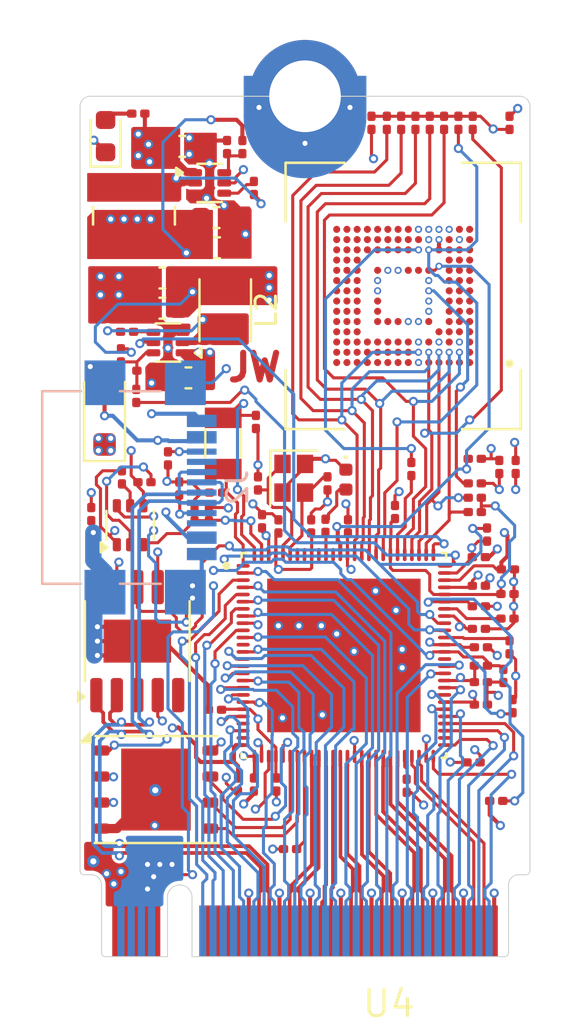
<source format=kicad_pcb>
(kicad_pcb (version 20241229) (generator "pcbnew") (generator_version "9.0")
  (layers (0 "F.Cu" signal) (4 "In1.Cu" signal) (6 "In2.Cu" signal) (2 "B.Cu" signal) (13 "F.Paste" user) (15 "B.Paste" user) (5 "F.SilkS" user "F.Silkscreen") (7 "B.SilkS" user "B.Silkscreen") (1 "F.Mask" user) (3 "B.Mask" user) (25 "Edge.Cuts" user))
  (net 0 "")
  (net 1 "/3.3V")
  (net 2 "/EN_ESP")
  (net 3 "/1.2V")
  (net 4 "/GPIO35")
  (net 5 "Net-(U2A-GPIO1)")
  (net 6 "/VFLASH")
  (net 7 "/VPSRAM")
  (net 8 "/VMIPI")
  (net 9 "/V{slash}SDMMC")
  (net 10 "Net-(U2A-GPIO0)")
  (net 11 "/RTC")
  (net 12 "GND")
  (net 13 "Net-(U2A-XTAL_P)")
  (net 14 "Net-(U2A-XTAL_N)")
  (net 15 "Net-(IC2-SW)")
  (net 16 "Net-(IC2-BST)")
  (net 17 "/USB5V")
  (net 18 "Net-(IC4-BST)")
  (net 19 "Net-(IC4-SW)")
  (net 20 "/USBJTAG_D+")
  (net 21 "/USB2HS_D+")
  (net 22 "/USBJTAG_D-")
  (net 23 "/USB2HS_D-")
  (net 24 "/FLASH_CS")
  (net 25 "/FLASH_D")
  (net 26 "/FLASH_Q")
  (net 27 "/FLASH_HOLD")
  (net 28 "/FLASH_CK")
  (net 29 "/FLASH_WP")
  (net 30 "/FB2")
  (net 31 "/EN_DCDC")
  (net 32 "/FB")
  (net 33 "Net-(D3-A)")
  (net 34 "/DTR")
  (net 35 "/RTS")
  (net 36 "/GPIO37")
  (net 37 "/GPIO38")
  (net 38 "Net-(U2A-GPIO36)")
  (net 39 "/SD_DATA0")
  (net 40 "/SD_DATA1")
  (net 41 "/SD_DATA2")
  (net 42 "/SD_DATA3")
  (net 43 "/SD_DATA4")
  (net 44 "/SD_DATA5")
  (net 45 "/SD_DATA6")
  (net 46 "/SD_DATA7")
  (net 47 "/SD_CLK")
  (net 48 "Net-(U3A-CLK)")
  (net 49 "/SD_CMD")
  (net 50 "/REST_N")
  (net 51 "Net-(U3A-DS)")
  (net 52 "/DSI_DATAN1")
  (net 53 "/GPIO22")
  (net 54 "/I2S_LRCK")
  (net 55 "/GPIO19")
  (net 56 "/GPIO20")
  (net 57 "/CSI_DATAP1")
  (net 58 "/GPIO2")
  (net 59 "/GPIO12")
  (net 60 "/DSI_CLKN")
  (net 61 "/GPIO9")
  (net 62 "/GPIO4")
  (net 63 "/CSI_REXT")
  (net 64 "/GPIO16")
  (net 65 "/GPIO8")
  (net 66 "/GPIO11")
  (net 67 "/I2S_DATA")
  (net 68 "/CSI_DATAN0")
  (net 69 "/GPIO3")
  (net 70 "/DSI_DATAP0")
  (net 71 "/GPIO6")
  (net 72 "/GPIO7")
  (net 73 "/GPIO14")
  (net 74 "/DSI_DATAP1")
  (net 75 "/DSI_REXT")
  (net 76 "/DSI_CLKP")
  (net 77 "/GPIO13")
  (net 78 "/GPIO5")
  (net 79 "/GPIO15")
  (net 80 "/GPIO18")
  (net 81 "/CSI_DATAN1")
  (net 82 "/I2S_MCLK")
  (net 83 "/GPIO17")
  (net 84 "/DSI_DATAN0")
  (net 85 "/CSI_CLKN")
  (net 86 "/GPIO10")
  (net 87 "/CSI_DATAP0")
  (net 88 "/I2S_SCLK")
  (net 89 "/CSI_CLKP")
  (net 91 "/GPIO21")
  (net 93 "Net-(U2A-GPIO51)")
  (net 121 "Net-(U5-V3)")
  (net 122 "Net-(D2-A)")
  (net 124 "Net-(J2-CC1)")
  (net 126 "Net-(J2-CC2)")
  (net 128 "Net-(Q2B-B2)")
  (net 129 "Net-(Q2A-B1)")
  (net 132 "/SD2_DATA1")
  (net 133 "/SD2_DATA2")
  (net 134 "/SD2_CLK")
  (net 135 "/SD2_CMD")
  (net 136 "/SD2_DATA0")
  (net 137 "/SD2_DATA3")
  (net 234 "Net-(U2A-FB_DCDC)")
  (net 235 "Net-(D1-A)")
  (footprint "P4_M.2_B+M-key:BGA153N50P14X14_1300X1150X100N" (layer "F.Cu") (at 153.3 93.75 180)
    (property "Reference" "U3" (hide yes))
    (property "Value" "EMMC04G-W627-M06U")
  )
  (footprint "Resistor_SMD:R_0201_0603Metric" (layer "F.Cu") (at 153.7 102.2 90)
    (property "Reference" "R18" (hide yes))
    (property "Value" "47R")
  )
  (footprint "Capacitor_SMD:C_0201_0603Metric" (layer "F.Cu") (at 147.1 117.6 90)
    (property "Reference" "C3" (hide yes))
    (property "Value" "100nF")
  )
  (footprint "Resistor_SMD:R_0201_0603Metric" (layer "F.Cu") (at 158.65 113.775 -90)
    (property "Reference" "R6" (hide yes))
    (property "Value" "10k")
  )
  (footprint "Resistor_SMD:R_0201_0603Metric" (layer "F.Cu") (at 156.8 104.3 180)
    (property "Reference" "R10" (hide yes))
    (property "Value" "51K")
  )
  (footprint "Capacitor_SMD:C_0603_1608Metric" (layer "F.Cu") (at 141.525 94.35 180)
    (property "Reference" "C33" (hide yes))
    (property "Value" "22uF")
  )
  (footprint "Capacitor_SMD:C_0201_0603Metric" (layer "F.Cu") (at 158 102.1 -90)
    (property "Reference" "C30" (hide yes))
    (property "Value" "4.7uF")
  )
  (footprint "Resistor_SMD:R_0201_0603Metric" (layer "F.Cu") (at 140.6 97.4 180)
    (property "Reference" "R26" (hide yes))
    (property "Value" "10k")
  )
  (footprint "Capacitor_SMD:C_0201_0603Metric" (layer "F.Cu") (at 158.2 112.3 90)
    (property "Reference" "C11" (hide yes))
    (property "Value" "100nF")
  )
  (footprint "Resistor_SMD:R_0201_0603Metric" (layer "F.Cu") (at 157.4 105.4 90)
    (property "Reference" "R7" (hide yes))
    (property "Value" "10k")
  )
  (footprint "Resistor_SMD:R_0201_0603Metric" (layer "F.Cu") (at 152.5 85.3 -90)
    (property "Reference" "R17" (hide yes))
    (property "Value" "51K")
  )
  (footprint "Capacitor_SMD:C_0201_0603Metric" (layer "F.Cu") (at 146.2 102.9 90)
    (property "Reference" "C28" (hide yes))
    (property "Value" "22pF")
  )
  (footprint "Resistor_SMD:R_0201_0603Metric" (layer "F.Cu") (at 145.4381 86.4836 90)
    (property "Reference" "R22" (hide yes))
    (property "Value" "31k")
  )
  (footprint "P4_M.2_B+M-key:IC_ESP32-P4NRW16" (layer "F.Cu") (at 150.4 111.3)
    (property "Reference" "U2" (hide yes))
    (property "Value" "ESP32-P4NRW16" (hide yes))
  )
  (footprint "Resistor_SMD:R_0201_0603Metric" (layer "F.Cu") (at 144.6881 86.4836 -90)
    (property "Reference" "R24" (hide yes))
    (property "Value" "10k")
  )
  (footprint "Resistor_SMD:R_0201_0603Metric" (layer "F.Cu") (at 139.5 96.65 90)
    (property "Reference" "R25" (hide yes))
    (property "Value" "4.9K")
  )
  (footprint "Resistor_SMD:R_0201_0603Metric" (layer "F.Cu") (at 153.9 85.3 -90)
    (property "Reference" "R15" (hide yes))
    (property "Value" "51K")
  )
  (footprint "Capacitor_SMD:C_0201_0603Metric" (layer "F.Cu") (at 158.4 109.5 180)
    (property "Reference" "C16" (hide yes))
    (property "Value" "100nF")
  )
  (footprint "Capacitor_SMD:C_0201_0603Metric" (layer "F.Cu") (at 145.225 117.6 90)
    (property "Reference" "C7" (hide yes))
    (property "Value" "100nF")
  )
  (footprint "Resistor_SMD:R_0201_0603Metric" (layer "F.Cu") (at 153.47 117.66 -90)
    (property "Reference" "R28" (hide yes))
    (property "Value" "4.02k")
  )
  (footprint "Capacitor_SMD:C_0201_0603Metric" (layer "F.Cu") (at 157 110 180)
    (property "Reference" "C15" (hide yes))
    (property "Value" "100nF")
  )
  (footprint "Capacitor_SMD:C_0201_0603Metric" (layer "F.Cu") (at 148.8 105 -90)
    (property "Reference" "C25" (hide yes))
    (property "Value" "100nF")
  )
  (footprint "Resistor_SMD:R_0201_0603Metric" (layer "F.Cu") (at 154.6 85.3 -90)
    (property "Reference" "R14" (hide yes))
    (property "Value" "51K")
  )
  (footprint "Capacitor_SMD:C_0201_0603Metric" (layer "F.Cu") (at 144.1 113.95)
    (property "Reference" "C9" (hide yes))
    (property "Value" "100nF")
  )
  (footprint "Resistor_SMD:R_0201_0603Metric" (layer "F.Cu") (at 157.1 111.8)
    (property "Reference" "R5" (hide yes))
    (property "Value" "4.7k")
  )
  (footprint "Resistor_SMD:R_0201_0603Metric" (layer "F.Cu") (at 153.2 85.3 -90)
    (property "Reference" "R16" (hide yes))
    (property "Value" "51K")
  )
  (footprint "Package_TO_SOT_SMD:SOT-563" (layer "F.Cu") (at 141.8 96.025 180)
    (property "Reference" "IC2" (hide yes))
    (property "Value" "TPS563202DRLR")
  )
  (footprint "P4_M.2_B+M-key:M.2-M-KEY" (layer "F.Cu") (at 148.5011 126.0036)
    (property "Reference" "U4")
    (property "Value" "~")
    (fp_line (start -11 -41.5) (end -11 -4.2) (stroke (width 0.05)) (layer "Edge.Cuts"))
    (fp_line (start -10.8 -4) (end -10.45 -4) (stroke (width 0.05)) (layer "Edge.Cuts"))
    (fp_line (start -9.95 -3.5) (end -9.95 -0.2) (stroke (width 0.05)) (layer "Edge.Cuts"))
    (fp_line (start -6.725 -2.9) (end -6.725 0) (stroke (width 0.05)) (layer "Edge.Cuts"))
    (fp_line (start -6.725 0) (end -9.75 0) (stroke (width 0.05)) (layer "Edge.Cuts"))
    (fp_line (start -5.525 -2.9) (end -5.525 0) (stroke (width 0.05)) (layer "Edge.Cuts"))
    (fp_line (start -5.525 0) (end 6.2 0) (stroke (width 0.05)) (layer "Edge.Cuts"))
    (fp_line (start 6.2 0) (end 9.75 0) (stroke (width 0.05)) (layer "Edge.Cuts"))
    (fp_line (start 9.95 -0.2) (end 9.95 -3.5) (stroke (width 0.05)) (layer "Edge.Cuts"))
    (fp_line (start 10.45 -4) (end 10.8 -4) (stroke (width 0.05)) (layer "Edge.Cuts"))
    (fp_line (start 10.5 -42) (end -10.5 -42) (stroke (width 0.05)) (layer "Edge.Cuts"))
    (fp_line (start 11 -4.2) (end 11 -41.5) (stroke (width 0.05)) (layer "Edge.Cuts"))
    (fp_arc (start -11 -41.5) (mid -10.853553 -41.853553) (end -10.5 -42) (stroke (width 0.05)) (layer "Edge.Cuts"))
    (fp_arc (start -10.8 -4) (mid -10.941421 -4.058579) (end -11 -4.2) (stroke (width 0.05)) (layer "Edge.Cuts"))
    (fp_arc (start -10.45 -4) (mid -10.096447 -3.853553) (end -9.95 -3.5) (stroke (width 0.05)) (layer "Edge.Cuts"))
    (fp_arc (start -9.75 0) (mid -9.891421 -0.058579) (end -9.95 -0.2) (stroke (width 0.05)) (layer "Edge.Cuts"))
    (fp_arc (start -6.725 -2.9) (mid -6.549264 -3.324264) (end -6.125 -3.5) (stroke (width 0.05)) (layer "Edge.Cuts"))
    (fp_arc (start -6.125 -3.5) (mid -5.700736 -3.324264) (end -5.525 -2.9) (stroke (width 0.05)) (layer "Edge.Cuts"))
    (fp_arc (start 9.95 -3.5) (mid 10.096447 -3.853553) (end 10.45 -4) (stroke (width 0.05)) (layer "Edge.Cuts"))
    (fp_arc (start 9.95 -0.2) (mid 9.891421 -0.058579) (end 9.75 0) (stroke (width 0.05)) (layer "Edge.Cuts"))
    (fp_arc (start 10.5 -42) (mid 10.853553 -41.853553) (end 11 -41.5) (stroke (width 0.05)) (layer "Edge.Cuts"))
    (fp_arc (start 11 -4.2) (mid 10.941421 -4.058579) (end 10.8 -4) (stroke (width 0.05)) (layer "Edge.Cuts"))
  )
  (footprint "Capacitor_SMD:C_0201_0603Metric" (layer "F.Cu") (at 151.75 85.3 -90)
    (property "Reference" "C35" (hide yes))
    (property "Value" "100nF")
  )
  (footprint "Resistor_SMD:R_0201_0603Metric" (layer "F.Cu") (at 156.8 102.9)
    (property "Reference" "R21" (hide yes))
    (property "Value" "100K")
  )
  (footprint "Capacitor_SMD:C_0201_0603Metric" (layer "F.Cu") (at 157.85 118.4)
    (property "Reference" "C4" (hide yes))
    (property "Value" "100nF")
  )
  (footprint "Capacitor_SMD:C_0201_0603Metric" (layer "F.Cu") (at 150.6 105 -90)
    (property "Reference" "C26" (hide yes))
    (property "Value" "100nF")
  )
  (footprint "Resistor_SMD:R_0201_0603Metric" (layer "F.Cu") (at 156.7 85.3 -90)
    (property "Reference" "R12" (hide yes))
    (property "Value" "51K")
  )
  (footprint "Capacitor_SMD:C_0201_0603Metric" (layer "F.Cu") (at 144.15 103.35)
    (property "Reference" "C13" (hide yes))
    (property "Value" "22pF")
  )
  (footprint "Capacitor_SMD:C_0201_0603Metric" (layer "F.Cu") (at 139.8 95.5)
    (property "Reference" "C32" (hide yes))
    (property "Value" "100nF")
  )
  (footprint "Capacitor_SMD:C_0201_0603Metric" (layer "F.Cu") (at 157.1 110.9 180)
    (property "Reference" "C14" (hide yes))
    (property "Value" "100nF")
  )
  (footprint "Resistor_SMD:R_0201_0603Metric" (layer "F.Cu") (at 139.55 102.605 -90)
    (property "Reference" "R31" (hide yes))
    (property "Value" "10k")
  )
  (footprint "Resistor_SMD:R_0201_0603Metric" (layer "F.Cu") (at 140.65 102.8425)
    (property "Reference" "R30" (hide yes))
    (property "Value" "10k")
  )
  (footprint "Inductor_SMD:L_Changjiang_FNR252010S" (layer "F.Cu") (at 144.6 94.45 -90)
    (property "Reference" "L2")
    (property "Value" "FTC252012S1R5MBCA")
  )
  (footprint "LED_SMD:LED_0603_1608Metric" (layer "F.Cu") (at 138.75 85.95 90)
    (property "Reference" "D3" (hide yes))
    (property "Value" "RED")
  )
  (footprint "Resistor_SMD:R_0201_0603Metric" (layer "F.Cu") (at 146 117.6 -90)
    (property "Reference" "R3" (hide yes))
    (property "Value" "10k")
  )
  (footprint "Resistor_SMD:R_0201_0603Metric" (layer "F.Cu") (at 156.8 101.7 180)
    (property "Reference" "R20" (hide yes))
    (property "Value" "10k")
  )
  (footprint "Resistor_SMD:R_0201_0603Metric" (layer "F.Cu") (at 140.25 98.63 -90)
    (property "Reference" "R23" (hide yes))
    (property "Value" "0")
  )
  (footprint "Capacitor_SMD:C_0201_0603Metric" (layer "F.Cu") (at 138.15 106.1 -90)
    (property "Reference" "C2" (hide yes))
    (property "Value" "100nF")
  )
  (footprint "Resistor_SMD:R_0201_0603Metric" (layer "F.Cu") (at 141.8 101.68 -90)
    (property "Reference" "R2" (hide yes))
    (property "Value" "5.1k")
  )
  (footprint "Capacitor_SMD:C_0603_1608Metric" (layer "F.Cu") (at 142.8 97.75 180)
    (property "Reference" "C37" (hide yes))
    (property "Value" "10uF")
  )
  (footprint "Crystal:Crystal_SMD_3215-2Pin_3.2x1.5mm" (layer "F.Cu") (at 144.5 100.95 -90)
    (property "Reference" "Y1" (hide yes))
    (property "Value" "32KHz")
  )
  (footprint "Capacitor_SMD:C_0603_1608Metric" (layer "F.Cu") (at 144.2 91.4)
    (property "Reference" "C46" (hide yes))
    (property "Value" "22uF")
  )
  (footprint "Resistor_SMD:R_0201_0603Metric" (layer "F.Cu") (at 155.3 85.3 -90)
    (property "Reference" "R13" (hide yes))
    (property "Value" "51K")
  )
  (footprint "Capacitor_SMD:C_0201_0603Metric" (layer "F.Cu") (at 149.6 102.9 -90)
    (property "Reference" "C29" (hide yes))
    (property "Value" "22pF")
  )
  (footprint "Capacitor_SMD:C_0201_0603Metric" (layer "F.Cu") (at 146.1 99.9 90)
    (property "Reference" "C21" (hide yes))
    (property "Value" "22pF")
  )
  (footprint "Resistor_SMD:R_0201_0603Metric" (layer "F.Cu") (at 142.35 103.15 90)
    (property "Reference" "R1" (hide yes))
    (property "Value" "5.1k")
  )
  (footprint "Capacitor_SMD:C_0603_1608Metric" (layer "F.Cu") (at 141.525 92.875 180)
    (property "Reference" "C34" (hide yes))
    (property "Value" "22uF")
  )
  (footprint "Capacitor_SMD:C_0201_0603Metric" (layer "F.Cu") (at 146.4 104.75 -90)
    (property "Reference" "C23" (hide yes))
    (property "Value" "100nF")
  )
  (footprint "P4_M.2_B+M-key:IND_VLS4012HBX-3R3M-N" (layer "F.Cu") (at 140.1381 89.8336 90)
    (property "Reference" "L1" (hide yes))
    (property "Value" "VLS4012HBX-3R3M-N")
  )
  (footprint "Capacitor_SMD:C_0201_0603Metric" (layer "F.Cu") (at 138.05 104.4 90)
    (property "Reference" "C50" (hide yes))
    (property "Value" "100nF")
  )
  (footprint "Package_SON:WSON-8-1EP_6x5mm_P1.27mm_EP3.4x4mm" (layer "F.Cu") (at 141.2125 117.845)
    (property "Reference" "IC1" (hide yes))
    (property "Value" "XT25F128FWOIGT-W")
  )
  (footprint "Capacitor_SMD:C_0201_0603Metric" (layer "F.Cu") (at 156.74 116.52 180)
    (property "Reference" "C5" (hide yes))
    (property "Value" "100nF")
  )
  (footprint "Capacitor_SMD:C_0201_0603Metric" (layer "F.Cu") (at 157.1 113.7 180)
    (property "Reference" "C10" (hide yes))
    (property "Value" "100nF")
  )
  (footprint "Capacitor_SMD:C_0201_0603Metric" (layer "F.Cu") (at 157 108.9 180)
    (property "Reference" "C17" (hide yes))
    (property "Value" "100nF")
  )
  (footprint "Crystal:Crystal_SMD_2016-4Pin_2.0x1.6mm" (layer "F.Cu") (at 147.95 102.65 -90)
    (property "Reference" "Y2" (hide yes))
    (property "Value" "40MHz")
  )
  (footprint "Package_TO_SOT_SMD:SOT-563" (layer "F.Cu") (at 143.8381 88.2336)
    (property "Reference" "IC4" (hide yes))
    (property "Value" "TPS563202DRLR")
  )
  (footprint "Capacitor_SMD:C_0201_0603Metric" (layer "F.Cu") (at 157 107.9 180)
    (property "Reference" "C19" (hide yes))
    (property "Value" "100nF")
  )
  (footprint "Capacitor_SMD:C_0603_1608Metric" (layer "F.Cu") (at 142.5 86.45)
    (property "Reference" "C49" (hide yes))
    (property "Value" "10uF")
  )
  (footprint "Capacitor_SMD:C_0201_0603Metric" (layer "F.Cu") (at 157.1 112.6 180)
    (property "Reference" "C12" (hide yes))
    (property "Value" "100nF")
  )
  (footprint "Capacitor_SMD:C_0201_0603Metric" (layer "F.Cu") (at 152.9 104.3 -90)
    (property "Reference" "C27" (hide yes))
    (property "Value" "100nF")
  )
  (footprint "Resistor_SMD:R_0201_0603Metric" (layer "F.Cu") (at 149.5 104.97 90)
    (property "Reference" "R27" (hide yes))
    (property "Value" "150R")
  )
  (footprint "Capacitor_SMD:C_0201_0603Metric" (layer "F.Cu") (at 157 106.5 180)
    (property "Reference" "C22" (hide yes))
    (property "Value" "100nF")
  )
  (footprint "Package_TO_SOT_SMD:SOT-363_SC-70-6" (layer "F.Cu") (at 139.95 104.9425 90)
    (property "Reference" "Q2" (hide yes))
    (property "Value" "MMDT2222A")
  )
  (footprint "Resistor_SMD:R_0201_0603Metric" (layer "F.Cu") (at 140.35 84.85)
    (property "Reference" "R9" (hide yes))
    (property "Value" "220R")
  )
  (footprint "Capacitor_SMD:C_0201_0603Metric" (layer "F.Cu") (at 158.4 108.3 180)
    (property "Reference" "C18" (hide yes))
    (property "Value" "100nF")
  )
  (footprint "Resistor_SMD:R_0201_0603Metric" (layer "F.Cu") (at 156 85.3 -90)
    (property "Reference" "R19" (hide yes))
    (property "Value" "100K")
  )
  (footprint "Resistor_SMD:R_0201_0603Metric" (layer "F.Cu") (at 158.5 110.9 -90)
    (property "Reference" "R8" (hide yes))
    (property "Value" "10k")
  )
  (footprint "Resistor_SMD:R_0201_0603Metric" (layer "F.Cu") (at 156.8 103.6 180)
    (property "Reference" "R11" (hide yes))
    (property "Value" "51K")
  )
  (footprint "Resistor_SMD:R_0201_0603Metric" (layer "F.Cu") (at 143.8 104.4 -90)
    (property "Reference" "R4" (hide yes))
    (property "Value" "10k")
  )
  (footprint "Capacitor_SMD:C_0201_0603Metric" (layer "F.Cu") (at 147.2 105 -90)
    (property "Reference" "C24" (hide yes))
    (property "Value" "100nF")
  )
  (footprint "Capacitor_SMD:C_0201_0603Metric" (layer "F.Cu") (at 158.5 85.3 90)
    (property "Reference" "C36" (hide yes))
    (property "Value" "100nF")
  )
  (footprint "Resistor_SMD:R_0201_0603Metric" (layer "F.Cu") (at 147.77 120.75 180)
    (property "Reference" "R29" (hide yes))
    (property "Value" "4.02k")
  )
  (footprint "Diode_SMD:D_SOD-123F" (layer "F.Cu") (at 138.7 99.6 90)
    (property "Reference" "D2" (hide yes))
    (property "Value" "K24")
  )
  (footprint "Package_SO:SSOP-10-1EP_3.9x4.9mm_P1mm_EP2.1x3.3mm" (layer "F.Cu") (at 140.3 110.6 90)
    (property "Reference" "U5" (hide yes))
    (property "Value" "CH340K")
  )
  (footprint "LED_SMD:LED_0402_1005Metric" (layer "F.Cu") (at 150.5 102.715 -90)
    (property "Reference" "D1" (hide yes))
    (property "Value" "LED")
  )
  (footprint "Capacitor_SMD:C_0201_0603Metric" (layer "F.Cu") (at 158.8 102.1 -90)
    (property "Reference" "C31" (hide yes))
    (property "Value" "100nF")
  )
  (footprint "Capacitor_SMD:C_0201_0603Metric" (layer "F.Cu") (at 158.42 107.1 180)
    (property "Reference" "C20" (hide yes))
    (property "Value" "100nF")
  )
  (footprint "Capacitor_SMD:C_0603_1608Metric" (layer "F.Cu") (at 144.175 89.925)
    (property "Reference" "C47" (hide yes))
    (property "Value" "22uF")
  )
  (footprint "Capacitor_SMD:C_0201_0603Metric" (layer "F.Cu") (at 146 88.48 90)
    (property "Reference" "C48" (hide yes))
    (property "Value" "100nF")
  )
  (footprint "Capacitor_SMD:C_0201_0603Metric" (layer "F.Cu") (at 143.1 104.4 -90)
    (property "Reference" "C6" (hide yes))
    (property "Value" "100nF")
  )
  (footprint "WHY:USB_C_Receptacle_HRO_TYPE-C-31-M-22" (layer "B.Cu") (at 139.55 103.1 90)
    (property "Reference" "J2")
    (property "Value" "USB_C_Receptacle_USB2.0_16P")
  )
  (gr_text "JW" (at 144.6 98 0) (layer "F.Cu") (effects (font (size 1.3 1.3) (thickness 0.3) (bold yes)) (justify left bottom)))
  (segment (start 156.68 106.08) (end 156.65 106.05) (width 0.15) (layer "F.Cu") (net 1))
  (segment (start 155.325 110.775) (end 154.625 110.775) (width 0.15) (layer "F.Cu") (net 1))
  (segment (start 157.4 105.72) (end 156.98 105.72) (width 0.15) (layer "F.Cu") (net 1))
  (segment (start 145.475 113.925) (end 144.445 113.925) (width 0.15) (layer "F.Cu") (net 1))
  (segment (start 158.8 111.5) (end 158.8 112.3) (width 0.15) (layer "F.Cu") (net 1))
  (segment (start 154.724997 110.775) (end 154.6 110.650003) (width 0.15) (layer "F.Cu") (net 1))
  (segment (start 145.809386 113.925) (end 146.2 114.315614) (width 0.15) (layer "F.Cu") (net 1))
  (segment (start 155.325 107.975) (end 156.1 107.975) (width 0.15) (layer "F.Cu") (net 1))
  (segment (start 154.425 115.388602) (end 154.436801 115.376801) (width 0.15) (layer "F.Cu") (net 1))
  (segment (start 154.425 116.225) (end 154.425 115.388602) (width 0.15) (layer "F.Cu") (net 1))
  (segment (start 145.475 113.925) (end 145.809386 113.925) (width 0.15) (layer "F.Cu") (net 1))
  (segment (start 148.825 106.375) (end 148.825 107.025) (width 0.15) (layer "F.Cu") (net 1))
  (segment (start 147.075 116.225) (end 147.075 117.255) (width 0.15) (layer "F.Cu") (net 1))
  (segment (start 148.825 105.345) (end 148.8 105.32) (width 0.15) (layer "F.Cu") (net 1))
  (segment (start 156.675 113.575) (end 156.8 113.7) (width 0.15) (layer "F.Cu") (net 1))
  (segment (start 155.325 113.575) (end 156.675 113.575) (width 0.15) (layer "F.Cu") (net 1))
  (segment (start 145.15 85.15) (end 143.9 85.15) (width 0.2) (layer "F.Cu") (net 1))
  (segment (start 147.075 106.975) (end 147.2 107.1) (width 0.15) (layer "F.Cu") (net 1))
  (segment (start 147.075 106.375) (end 147.075 106.975) (width 0.15) (layer "F.Cu") (net 1))
  (segment (start 156.8 111.8) (end 156.8 112.6) (width 0.15) (layer "F.Cu") (net 1))
  (segment (start 156.68 106.5) (end 156.68 106.08) (width 0.15) (layer "F.Cu") (net 1))
  (segment (start 156.961297 107.376) (end 156.68 107.657297) (width 0.15) (layer "F.Cu") (net 1))
  (segment (start 158.8 112.3) (end 158.8 113.355) (width 0.15) (layer "F.Cu") (net 1))
  (segment (start 156.1 107.975) (end 156.605 107.975) (width 0.15) (layer "F.Cu") (net 1))
  (segment (start 156.68 107.657297) (end 156.68 107.9) (width 0.15) (layer "F.Cu") (net 1))
  (segment (start 156.2 110.9) (end 156.78 110.9) (width 0.15) (layer "F.Cu") (net 1))
  (segment (start 155.949997 112.525) (end 156.1 112.374997) (width 0.15) (layer "F.Cu") (net 1))
  (segment (start 146.2 114.4) (end 146.2 114.919993) (width 0.15) (layer "F.Cu") (net 1))
  (segment (start 146.125 109.725) (end 146.2 109.8) (width 0.15) (layer "F.Cu") (net 1))
  (segment (start 158.8 101.78) (end 158.8 100.95) (width 0.15) (layer "F.Cu") (net 1))
  (segment (start 156.8 113.7) (end 156.8 113.3) (width 0.15) (layer "F.Cu") (net 1))
  (segment (start 158.8 100.95) (end 158.75 100.9) (width 0.15) (layer "F.Cu") (net 1))
  (segment (start 155.325 112.525) (end 156.725 112.525) (width 0.15) (layer "F.Cu") (net 1))
  (segment (start 158.8 112.3) (end 158.8 113.305) (width 0.15) (layer "F.Cu") (net 1))
  (segment (start 156.725 112.525) (end 156.8 112.6) (width 0.15) (layer "F.Cu") (net 1))
  (segment (start 155.325 110.775) (end 154.724997 110.775) (width 0.15) (layer "F.Cu") (net 1))
  (segment (start 155.325 107.275) (end 155.925 107.275) (width 0.15) (layer "F.Cu") (net 1))
  (segment (start 155.62 116.52) (end 155.6 116.5) (width 0.15) (layer "F.Cu") (net 1))
  (segment (start 155.325 110.775) (end 156.075 110.775) (width 0.15) (layer "F.Cu") (net 1))
  (segment (start 143.8 104.08) (end 144.73 104.08) (width 0.15) (layer "F.Cu") (net 1))
  (segment (start 145.475 109.725) (end 146.125 109.725) (width 0.15) (layer "F.Cu") (net 1))
  (segment (start 156.8 113.3) (end 156.7 113.2) (width 0.15) (layer "F.Cu") (net 1))
  (segment (start 156.98 105.72) (end 156.65 106.05) (width 0.15) (layer "F.Cu") (net 1))
  (segment (start 144.445 113.925) (end 144.42 113.95) (width 0.15) (layer "F.Cu") (net 1))
  (segment (start 145.15 85.15) (end 145.4381 85.4381) (width 0.2) (layer "F.Cu") (net 1))
  (segment (start 148.75 107.1) (end 147.2 107.1) (width 0.15) (layer "F.Cu") (net 1))
  (segment (start 144.73 104.08) (end 144.75 104.1) (width 0.15) (layer "F.Cu") (net 1))
  (segment (start 147.075 105.445) (end 147.2 105.32) (width 0.15) (layer "F.Cu") (net 1))
  (segment (start 146.2 114.919993) (end 147.075 115.794993) (width 0.15) (layer "F.Cu") (net 1))
  (segment (start 156.68 106.52) (end 156.68 106.5) (width 0.15) (layer "F.Cu") (net 1))
  (segment (start 148.825 106.375) (end 148.825 105.345) (width 0.15) (layer "F.Cu") (net 1))
  (segment (start 146.2 114.315614) (end 146.2 114.4) (width 0.15) (layer "F.Cu") (net 1))
  (segment (start 147.075 106.375) (end 147.075 105.445) (width 0.15) (layer "F.Cu") (net 1))
  (segment (start 158.5 111.2) (end 158.8 111.5) (width 0.15) (layer "F.Cu") (net 1))
  (segment (start 158.8 113.305) (end 158.65 113.455) (width 0.15) (layer "F.Cu") (net 1))
  (segment (start 145.4381 86.1636) (end 145.4381 85.4381) (width 0.2) (layer "F.Cu") (net 1))
  (segment (start 156.42 116.52) (end 155.62 116.52) (width 0.15) (layer "F.Cu") (net 1))
  (segment (start 147.075 115.794993) (end 147.075 116.225) (width 0.15) (layer "F.Cu") (net 1))
  (segment (start 156.1 107.975) (end 156.405 107.975) (width 0.15) (layer "F.Cu") (net 1))
  (segment (start 156.075 110.775) (end 156.2 110.9) (width 0.15) (layer "F.Cu") (net 1))
  (segment (start 147.075 117.255) (end 147.1 117.28) (width 0.15) (layer "F.Cu") (net 1))
  (segment (start 155.325 112.525) (end 155.949997 112.525) (width 0.15) (layer "F.Cu") (net 1))
  (segment (start 155.925 107.275) (end 156.68 106.52) (width 0.15) (layer "F.Cu") (net 1))
  (segment (start 148.825 107.025) (end 148.75 107.1) (width 0.15) (layer "F.Cu") (net 1))
  (via (at 156.7 113.2) (size 0.45) (drill 0.25) (layers "F.Cu" "B.Cu") (net 1))
  (via (at 146.2 114.4) (size 0.45) (drill 0.25) (layers "F.Cu" "B.Cu") (net 1))
  (via (at 154.436801 115.376801) (size 0.45) (drill 0.25) (layers "F.Cu" "B.Cu") (net 1))
  (via (at 147.2 107.1) (size 0.45) (drill 0.25) (layers "F.Cu" "B.Cu") (net 1))
  (via (at 152.05 93) (size 0.35) (drill 0.2) (layers "F.Cu" "B.Cu") (net 1))
  (via (at 155.6 116.5) (size 0.45) (drill 0.25) (layers "F.Cu" "B.Cu") (net 1))
  (via (at 154.6 110.650003) (size 0.45) (drill 0.25) (layers "F.Cu" "B.Cu") (net 1))
  (via (at 154.55 94.5) (size 0.35) (drill 0.2) (layers "F.Cu" "B.Cu") (net 1))
  (via (at 154.05 95) (size 0.35) (drill 0.2) (layers "F.Cu" "B.Cu") (net 1))
  (via (at 142 121.5) (size 0.45) (drill 0.25) (layers "F.Cu" "B.Cu") (net 1))
  (via (at 156.65 106.05) (size 0.45) (drill 0.25) (layers "F.Cu" "B.Cu") (net 1))
  (via (at 140.95 90) (size 0.45) (drill 0.25) (layers "F.Cu" "B.Cu") (net 1))
  (via (at 156.1 112.374997) (size 0.45) (drill 0.25) (layers "F.Cu" "B.Cu") (net 1))
  (via (at 146.2 109.8) (size 0.45) (drill 0.25) (layers "F.Cu" "B.Cu") (net 1))
  (via (at 144.75 104.1) (size 0.45) (drill 0.25) (layers "F.Cu" "B.Cu") (net 1))
  (via (at 152.55 92.5) (size 0.35) (drill 0.2) (layers "F.Cu" "B.Cu") (net 1))
  (via (at 143.9 85.15) (size 0.45) (drill 0.25) (layers "F.Cu" "B.Cu") (net 1))
  (via (at 139.65 90) (size 0.45) (drill 0.25) (layers "F.Cu" "B.Cu") (net 1))
  (via (at 141.4 121.5) (size 0.45) (drill 0.25) (layers "F.Cu" "B.Cu") (net 1))
  (via (at 140.3 90) (size 0.45) (drill 0.25) (layers "F.Cu" "B.Cu") (net 1))
  (via (at 156.961297 107.376) (size 0.45) (drill 0.25) (layers "F.Cu" "B.Cu") (net 1))
  (via (at 158.75 100.9) (size 0.45) (drill 0.25) (layers "F.Cu" "B.Cu") (net 1))
  (via (at 140.8 122.7) (size 0.45) (drill 0.25) (layers "F.Cu" "B.Cu") (net 1))
  (via (at 158.8 112.3) (size 0.45) (drill 0.25) (layers "F.Cu" "B.Cu") (net 1))
  (via (at 142.7 91.65) (size 0.45) (drill 0.25) (layers "F.Cu" "B.Cu") (net 1))
  (via (at 141.1 122.1) (size 0.45) (drill 0.25) (layers "F.Cu" "B.Cu") (net 1))
  (via (at 140.8 121.5) (size 0.45) (drill 0.25) (layers "F.Cu" "B.Cu") (net 1))
  (via (at 139 90) (size 0.45) (drill 0.25) (layers "F.Cu" "B.Cu") (net 1))
  (segment (start 142.65 85.15) (end 143.9 85.15) (width 0.15) (layer "B.Cu") (net 1))
  (segment (start 142.7 91.65) (end 141.55 90.5) (width 0.15) (layer "B.Cu") (net 1))
  (segment (start 141.55 90.5) (end 141.55 86.25) (width 0.15) (layer "B.Cu") (net 1))
  (segment (start 141.55 86.25) (end 142.65 85.15) (width 0.15) (layer "B.Cu") (net 1))
  (segment (start 140.6 105.8925) (end 140.6935 105.799) (width 0.15) (layer "F.Cu") (net 2))
  (segment (start 141.3 105.799) (end 141.7495 105.3495) (width 0.15) (layer "F.Cu") (net 2))
  (segment (start 143.82 104.7) (end 143.8 104.72) (width 0.15) (layer "F.Cu") (net 2))
  (segment (start 146.375 106.375) (end 146.375 106) (width 0.15) (layer "F.Cu") (net 2))
  (segment (start 144.6 104.7) (end 143.82 104.7) (width 0.15) (layer "F.Cu") (net 2))
  (segment (start 143.8 104.72) (end 143.1 104.72) (width 0.15) (layer "F.Cu") (net 2))
  (segment (start 145.851693 105.351693) (end 145.851693 104.727563) (width 0.15) (layer "F.Cu") (net 2))
  (segment (start 146.375 106) (end 146.375 105.875) (width 0.15) (layer "F.Cu") (net 2))
  (segment (start 146.375 105.875) (end 145.851693 105.351693) (width 0.15) (layer "F.Cu") (net 2))
  (segment (start 146.375 106) (end 146.375 105.932107) (width 0.15) (layer "F.Cu") (net 2))
  (segment (start 141.7495 105.3495) (end 142.4705 105.3495) (width 0.15) (layer "F.Cu") (net 2))
  (segment (start 142.4705 105.3495) (end 143.1 104.72) (width 0.15) (layer "F.Cu") (net 2))
  (segment (start 140.6935 105.799) (end 141.3 105.799) (width 0.15) (layer "F.Cu") (net 2))
  (via (at 145.851693 104.727563) (size 0.45) (drill 0.25) (layers "F.Cu" "B.Cu") (net 2))
  (via (at 144.6 104.7) (size 0.45) (drill 0.25) (layers "F.Cu" "B.Cu") (net 2))
  (segment (start 145.851693 104.727563) (end 145.027563 104.727563) (width 0.15) (layer "B.Cu") (net 2))
  (segment (start 144.6 104.7) (end 145 104.7) (width 0.15) (layer "B.Cu") (net 2))
  (segment (start 145 104.7) (end 145.027563 104.727563) (width 0.15) (layer "B.Cu") (net 2))
  (segment (start 142.6 115.1) (end 142.3 114.8) (width 0.2) (layer "F.Cu") (net 3))
  (segment (start 145.025 116.5) (end 144.7 116.5) (width 0.2) (layer "F.Cu") (net 3))
  (segment (start 139.5 96.33) (end 139.833348 96.33) (width 0.15) (layer "F.Cu") (net 3))
  (segment (start 158.4 106.45) (end 158.4 105.45) (width 0.2) (layer "F.Cu") (net 3))
  (segment (start 150.575 106.375) (end 150.575 105.345) (width 0.15) (layer "F.Cu") (net 3))
  (segment (start 144.7 116.5) (end 143.4 116.5) (width 0.2) (layer "F.Cu") (net 3))
  (segment (start 143.175 116.275) (end 143.175 116.025) (width 0.2) (layer "F.Cu") (net 3))
  (segment (start 145.475 115.675) (end 145.125 115.675) (width 0.2) (layer "F.Cu") (net 3))
  (segment (start 143.4 116.5) (end 143.175 116.275) (width 0.2) (layer "F.Cu") (net 3))
  (segment (start 156.061196 107.625) (end 156.760196 106.926) (width 0.15) (layer "F.Cu") (net 3))
  (segment (start 158.4 105.45) (end 158.25 105.3) (width 0.2) (layer "F.Cu") (net 3))
  (segment (start 145.025 116.5) (end 145.225 116.7) (width 0.2) (layer "F.Cu") (net 3))
  (segment (start 157.870001 107.1) (end 158.1 107.1) (width 0.15) (layer "F.Cu") (net 3))
  (segment (start 142.6 115.1) (end 142.338366 114.838366) (width 0.2) (layer "F.Cu") (net 3))
  (segment (start 143.175 116.025) (end 143.175 115.675) (width 0.2) (layer "F.Cu") (net 3))
  (segment (start 156.760196 106.926) (end 157.696001 106.926) (width 0.15) (layer "F.Cu") (net 3))
  (segment (start 145.025 115.775) (end 145.025 116.5) (width 0.2) (layer "F.Cu") (net 3))
  (segment (start 150.575 105.345) (end 150.6 105.32) (width 0.15) (layer "F.Cu") (net 3))
  (segment (start 139.833348 96.33) (end 140.004896 96.501548) (width 0.15) (layer "F.Cu") (net 3))
  (segment (start 142.338366 114.838366) (end 142.018378 114.838366) (width 0.2) (layer "F.Cu") (net 3))
  (segment (start 158.1 107.1) (end 158.1 106.75) (width 0.2) (layer "F.Cu") (net 3))
  (segment (start 150.575 106.375) (end 150.575 106.925) (width 0.15) (layer "F.Cu") (net 3))
  (segment (start 157.696001 106.926) (end 157.870001 107.1) (width 0.15) (layer "F.Cu") (net 3))
  (segment (start 143.175 115.675) (end 142.6 115.1) (width 0.2) (layer "F.Cu") (net 3))
  (segment (start 145.125 115.675) (end 145.025 115.775) (width 0.2) (layer "F.Cu") (net 3))
  (segment (start 155.325 107.625) (end 156.061196 107.625) (width 0.15) (layer "F.Cu") (net 3))
  (segment (start 145.225 116.7) (end 145.225 117.28) (width 0.2) (layer "F.Cu") (net 3))
  (segment (start 150.575 106.925) (end 150.75 107.1) (width 0.15) (layer "F.Cu") (net 3))
  (segment (start 158.1 106.75) (end 158.4 106.45) (width 0.2) (layer "F.Cu") (net 3))
  (via (at 142.018378 114.838366) (size 0.45) (drill 0.25) (layers "F.Cu" "B.Cu") (net 3))
  (via (at 146.75 93.35) (size 0.45) (drill 0.25) (layers "F.Cu" "B.Cu") (net 3))
  (via (at 146.75 92.75) (size 0.45) (drill 0.25) (layers "F.Cu" "B.Cu") (net 3))
  (via (at 140.004896 96.501548) (size 0.45) (drill 0.25) (layers "F.Cu" "B.Cu") (net 3))
  (via (at 143 93.55) (size 0.45) (drill 0.25) (layers "F.Cu" "B.Cu") (net 3))
  (via (at 146.75 93.95) (size 0.45) (drill 0.25) (layers "F.Cu" "B.Cu") (net 3))
  (via (at 158.25 105.3) (size 0.45) (drill 0.25) (layers "F.Cu" "B.Cu") (net 3))
  (via (at 150.75 107.1) (size 0.45) (drill 0.25) (layers "F.Cu" "B.Cu") (net 3))
  (segment (start 138.25 95.25) (end 139.35 94.15) (width 0.15) (layer "B.Cu") (net 3))
  (segment (start 139.35 94.15) (end 142.4 94.15) (width 0.15) (layer "B.Cu") (net 3))
  (segment (start 140.004896 96.501548) (end 138.751548 96.501548) (width 0.15) (layer "B.Cu") (net 3))
  (segment (start 138.25 96) (end 138.751548 96.501548) (width 0.15) (layer "B.Cu") (net 3))
  (segment (start 138.25 96) (end 138.25 95.25) (width 0.15) (layer "B.Cu") (net 3))
  (segment (start 142.4 94.15) (end 143 93.55) (width 0.15) (layer "B.Cu") (net 3))
  (segment (start 158 111.8) (end 158.2 112) (width 0.15) (layer "F.Cu") (net 4))
  (segment (start 155.999322 111.125) (end 156.248322 111.374) (width 0.15) (layer "F.Cu") (net 4))
  (segment (start 157.4 111.8) (end 158 111.8) (width 0.15) (layer "F.Cu") (net 4))
  (segment (start 157.42 111.600001) (end 157.42 111.8) (width 0.15) (layer "F.Cu") (net 4))
  (segment (start 141.0565 104.5435) (end 141.1 104.5) (width 0.15) (layer "F.Cu") (net 4))
  (segment (start 154.774 111.125) (end 154.6 111.299) (width 0.15) (layer "F.Cu") (net 4))
  (segment (start 139.3 104.168629) (end 139.674871 104.5435) (width 0.15) (layer "F.Cu") (net 4))
  (segment (start 155.325 111.125) (end 154.774 111.125) (width 0.15) (layer "F.Cu") (net 4))
  (segment (start 156.248322 111.374) (end 157.193999 111.374) (width 0.15) (layer "F.Cu") (net 4))
  (segment (start 157.193999 111.374) (end 157.42 111.600001) (width 0.15) (layer "F.Cu") (net 4))
  (segment (start 139.3 103.9925) (end 139.3 104.168629) (width 0.15) (layer "F.Cu") (net 4))
  (segment (start 155.325 111.125) (end 155.999322 111.125) (width 0.15) (layer "F.Cu") (net 4))
  (segment (start 139.674871 104.5435) (end 141.0565 104.5435) (width 0.15) (layer "F.Cu") (net 4))
  (via (at 144.025002 107.15) (size 0.45) (drill 0.25) (layers "F.Cu" "B.Cu") (net 4))
  (via (at 141.1 104.5) (size 0.45) (drill 0.25) (layers "F.Cu" "B.Cu") (net 4))
  (via (at 154.6 111.299) (size 0.45) (drill 0.25) (layers "F.Cu" "B.Cu") (net 4))
  (segment (start 149.901 106.751) (end 150.25 107.1) (width 0.15) (layer "B.Cu") (net 4))
  (segment (start 147.407107 106.6) (end 147.558107 106.751) (width 0.15) (layer "B.Cu") (net 4))
  (segment (start 146.992893 106.6) (end 147.407107 106.6) (width 0.15) (layer "B.Cu") (net 4))
  (segment (start 150.25 107.1) (end 150.25 107.307107) (width 0.15) (layer "B.Cu") (net 4))
  (segment (start 150.542893 107.6) (end 150.75 107.6) (width 0.15) (layer "B.Cu") (net 4))
  (segment (start 150.75 107.6) (end 154.449 111.299) (width 0.15) (layer "B.Cu") (net 4))
  (segment (start 146.843893 106.749) (end 146.992893 106.6) (width 0.15) (layer "B.Cu") (net 4))
  (segment (start 145.15 107.15) (end 145.551 106.749) (width 0.15) (layer "B.Cu") (net 4))
  (segment (start 147.558107 106.751) (end 149.901 106.751) (width 0.15) (layer "B.Cu") (net 4))
  (segment (start 154.449 111.299) (end 154.6 111.299) (width 0.15) (layer "B.Cu") (net 4))
  (segment (start 145.15 107.15) (end 144.025002 107.15) (width 0.15) (layer "B.Cu") (net 4))
  (segment (start 150.25 107.307107) (end 150.542893 107.6) (width 0.15) (layer "B.Cu") (net 4))
  (segment (start 145.551 106.749) (end 146.843893 106.749) (width 0.15) (layer "B.Cu") (net 4))
  (segment (start 145.475 105.899264) (end 145.475 106.925) (width 0.15) (layer "F.Cu") (net 5))
  (segment (start 145.1 105.524264) (end 145.475 105.899264) (width 0.15) (layer "F.Cu") (net 5))
  (segment (start 144.65 103.17) (end 144.47 103.35) (width 0.15) (layer "F.Cu") (net 5))
  (segment (start 144.699999 103.35) (end 145.2 103.850001) (width 0.15) (layer "F.Cu") (net 5))
  (segment (start 145.1 104.407107) (end 145.1 105.524264) (width 0.15) (layer "F.Cu") (net 5))
  (segment (start 145.2 104.307107) (end 145.1 104.407107) (width 0.15) (layer "F.Cu") (net 5))
  (segment (start 144.65 102.2) (end 144.65 103.17) (width 0.15) (layer "F.Cu") (net 5))
  (segment (start 144.47 103.35) (end 144.699999 103.35) (width 0.15) (layer "F.Cu") (net 5))
  (segment (start 145.2 103.850001) (end 145.2 104.307107) (width 0.15) (layer "F.Cu") (net 5))
  (segment (start 143.985 115.94) (end 144.4 115.525) (width 0.15) (layer "F.Cu") (net 6))
  (segment (start 143.875 115.94) (end 143.985 115.94) (width 0.15) (layer "F.Cu") (net 6))
  (segment (start 155.775 109.375) (end 156.25 109.85) (width 0.15) (layer "F.Cu") (net 6))
  (segment (start 156.1 109.85) (end 156.05 109.9) (width 0.2) (layer "F.Cu") (net 6))
  (segment (start 156.4 110) (end 156.68 110) (width 0.15) (layer "F.Cu") (net 6))
  (segment (start 156.25 109.85) (end 156.1 109.85) (width 0.2) (layer "F.Cu") (net 6))
  (segment (start 156.25 109.85) (end 156.4 110) (width 0.15) (layer "F.Cu") (net 6))
  (segment (start 146 118.05) (end 145.5 118.55) (width 0.2) (layer "F.Cu") (net 6))
  (segment (start 155.325 109.375) (end 155.775 109.375) (width 0.15) (layer "F.Cu") (net 6))
  (segment (start 146 117.92) (end 146 118.05) (width 0.2) (layer "F.Cu") (net 6))
  (via (at 156.05 109.9) (size 0.45) (drill 0.25) (layers "F.Cu" "B.Cu") (net 6))
  (via (at 145.5 118.55) (size 0.45) (drill 0.25) (layers "F.Cu" "B.Cu") (net 6))
  (via (at 144.4 115.525) (size 0.45) (drill 0.25) (layers "F.Cu" "B.Cu") (net 6))
  (segment (start 156.4 109.5) (end 158.08 109.5) (width 0.15) (layer "F.Cu") (net 7))
  (segment (start 155.925 109.025) (end 156.4 109.5) (width 0.15) (layer "F.Cu") (net 7))
  (segment (start 155.325 109.025) (end 155.925 109.025) (width 0.15) (layer "F.Cu") (net 7))
  (segment (start 150.925 116.225) (end 150.925 115.475) (width 0.15) (layer "F.Cu") (net 8))
  (segment (start 155.325 108.675) (end 154.725 108.675) (width 0.15) (layer "F.Cu") (net 8))
  (segment (start 156.455 108.675) (end 156.68 108.9) (width 0.15) (layer "F.Cu") (net 8))
  (segment (start 150.925 115.475) (end 150.9 115.45) (width 0.15) (layer "F.Cu") (net 8))
  (segment (start 154.550002 108.675) (end 154.525002 108.7) (width 0.15) (layer "F.Cu") (net 8))
  (segment (start 155.325 108.675) (end 156.455 108.675) (width 0.15) (layer "F.Cu") (net 8))
  (segment (start 155.325 108.675) (end 154.550002 108.675) (width 0.15) (layer "F.Cu") (net 8))
  (segment (start 158.75 118.4) (end 158.17 118.4) (width 0.15) (layer "F.Cu") (net 8))
  (via (at 158.75 118.4) (size 0.45) (drill 0.25) (layers "F.Cu" "B.Cu") (net 8))
  (via (at 150.9 115.45) (size 0.45) (drill 0.25) (layers "F.Cu" "B.Cu") (net 8))
  (via (at 154.525002 108.7) (size 0.45) (drill 0.25) (layers "F.Cu" "B.Cu") (net 8))
  (segment (start 156.75 108.55) (end 154.6 108.55) (width 0.15) (layer "B.Cu") (net 8))
  (segment (start 158.525 112.875) (end 158.125 112.475) (width 0.15) (layer "B.Cu") (net 8))
  (segment (start 158.575 110.375) (end 156.75 108.55) (width 0.15) (layer "B.Cu") (net 8))
  (segment (start 159.15 115.25) (end 158.525 114.625) (width 0.15) (layer "B.Cu") (net 8))
  (segment (start 158.75 118.4) (end 159.15 118) (width 0.15) (layer "B.Cu") (net 8))
  (segment (start 158.575 111.575) (end 158.575 110.375) (width 0.15) (layer "B.Cu") (net 8))
  (segment (start 158.125 112.025) (end 158.575 111.575) (width 0.15) (layer "B.Cu") (net 8))
  (segment (start 158.525 114.625) (end 158.525 112.875) (width 0.15) (layer "B.Cu") (net 8))
  (segment (start 154.525002 108.624998) (end 154.525002 108.7) (width 0.15) (layer "B.Cu") (net 8))
  (segment (start 154.6 108.55) (end 154.525002 108.624998) (width 0.15) (layer "B.Cu") (net 8))
  (segment (start 158.125 112.475) (end 158.125 112.025) (width 0.15) (layer "B.Cu") (net 8))
  (segment (start 159.15 118) (end 159.15 115.25) (width 0.15) (layer "B.Cu") (net 8))
  (segment (start 158.08 108.3) (end 158.08 107.82) (width 0.15) (layer "F.Cu") (net 9))
  (segment (start 152.675 106.375) (end 152.675 105.60062) (width 0.15) (layer "F.Cu") (net 9))
  (segment (start 152.5 84.98) (end 156.7 84.98) (width 0.15) (layer "F.Cu") (net 9))
  (segment (start 152.675 107.025) (end 152.675 106.375) (width 0.15) (layer "F.Cu") (net 9))
  (segment (start 152.702 105.57362) (end 152.702 104.818) (width 0.15) (layer "F.Cu") (net 9))
  (segment (start 157.92 101.7) (end 158 101.78) (width 0.15) (layer "F.Cu") (net 9))
  (segment (start 157.12 103.6) (end 157.12 104) (width 0.15) (layer "F.Cu") (net 9))
  (segment (start 157.12 101.7) (end 157.6 101.7) (width 0.15) (layer "F.Cu") (net 9))
  (segment (start 152.8 107.15) (end 152.675 107.025) (width 0.15) (layer "F.Cu") (net 9))
  (segment (start 154.787813 108.325) (end 154.6 108.137187) (width 0.15) (layer "F.Cu") (net 9))
  (segment (start 157.6 101.7) (end 157.92 101.7) (width 0.15) (layer "F.Cu") (net 9))
  (segment (start 152.702 104.818) (end 152.9 104.62) (width 0.15) (layer "F.Cu") (net 9))
  (segment (start 157.12 104) (end 157.12 104.3) (width 0.15) (layer "F.Cu") (net 9))
  (segment (start 152.675 105.60062) (end 152.702 105.57362) (width 0.15) (layer "F.Cu") (net 9))
  (segment (start 156.7 84.98) (end 157.08 84.98) (width 0.15) (layer "F.Cu") (net 9))
  (segment (start 157.72 85.62) (end 158.5 85.62) (width 0.15) (layer "F.Cu") (net 9))
  (segment (start 154.6 108.137187) (end 154.6 107.35) (width 0.15) (layer "F.Cu") (net 9))
  (segment (start 151.75 84.98) (end 152.5 84.98) (width 0.15) (layer "F.Cu") (net 9))
  (segment (start 154.4 107.15) (end 152.8 107.15) (width 0.15) (layer "F.Cu") (net 9))
  (segment (start 154.6 107.35) (end 154.4 107.15) (width 0.15) (layer "F.Cu") (net 9))
  (segment (start 157.72 85.62) (end 157.7 85.6) (width 0.15) (layer "F.Cu") (net 9))
  (segment (start 157.08 84.98) (end 157.7 85.6) (width 0.15) (layer "F.Cu") (net 9))
  (segment (start 158.08 108.3) (end 158.055 108.325) (width 0.15) (layer "F.Cu") (net 9))
  (segment (start 155.05 91) (end 155.05 91.5) (width 0.2) (layer "F.Cu") (net 9))
  (segment (start 157.12 104) (end 157.8 104) (width 0.15) (layer "F.Cu") (net 9))
  (segment (start 155.325 108.325) (end 154.787813 108.325) (width 0.15) (layer "F.Cu") (net 9))
  (segment (start 158.055 108.325) (end 155.325 108.325) (width 0.15) (layer "F.Cu") (net 9))
  (segment (start 157.6 101.7) (end 157.6 101.2) (width 0.15) (layer "F.Cu") (net 9))
  (segment (start 158.08 107.82) (end 158.1 107.8) (width 0.15) (layer "F.Cu") (net 9))
  (via (at 157.8 104) (size 0.45) (drill 0.25) (layers "F.Cu" "B.Cu") (net 9))
  (via (at 155.55 90.5) (size 0.35) (drill 0.2) (layers "F.Cu" "B.Cu") (net 9))
  (via (at 156.05 96) (size 0.35) (drill 0.2) (layers "F.Cu" "B.Cu") (net 9))
  (via (at 154.55 90.5) (size 0.35) (drill 0.2) (layers "F.Cu" "B.Cu") (net 9))
  (via (at 158.1 107.8) (size 0.45) (drill 0.25) (layers "F.Cu" "B.Cu") (net 9))
  (via (at 154.05 96) (size 0.35) (drill 0.2) (layers "F.Cu" "B.Cu") (net 9))
  (via (at 157.6 101.2) (size 0.45) (drill 0.25) (layers "F.Cu" "B.Cu") (net 9))
  (via (at 155.05 91) (size 0.35) (drill 0.2) (layers "F.Cu" "B.Cu") (net 9))
  (via (at 157.7 85.6) (size 0.45) (drill 0.25) (layers "F.Cu" "B.Cu") (net 9))
  (segment (start 158.75 105.507107) (end 158.75 104.95) (width 0.15) (layer "B.Cu") (net 9))
  (segment (start 158.1 107.5) (end 158.5 107.1) (width 0.15) (layer "B.Cu") (net 9))
  (segment (start 158.5 105.757107) (end 158.75 105.507107) (width 0.15) (layer "B.Cu") (net 9))
  (segment (start 158.75 104.95) (end 157.8 104) (width 0.15) (layer "B.Cu") (net 9))
  (segment (start 158.1 107.8) (end 158.1 107.5) (width 0.15) (layer "B.Cu") (net 9))
  (segment (start 158.5 107.1) (end 158.5 105.757107) (width 0.15) (layer "B.Cu") (net 9))
  (segment (start 145.35 99) (end 144.65 99.7) (width 0.15) (layer "F.Cu") (net 10))
  (segment (start 144.77 99.58) (end 144.65 99.7) (width 0.15) (layer "F.Cu") (net 10))
  (segment (start 145.5 99) (end 145.35 99) (width 0.15) (layer "F.Cu") (net 10))
  (segment (start 145.5 103.5) (end 145.2 103.2) (width 0.15) (layer "F.Cu") (net 10))
  (segment (start 146.2 99.58) (end 144.77 99.58) (width 0.15) (layer "F.Cu") (net 10))
  (segment (start 145.5 104.431371) (end 145.5 103.5) (width 0.15) (layer "F.Cu") (net 10))
  (segment (start 146.025 106.375) (end 146.025 106.025) (width 0.15) (layer "F.Cu") (net 10))
  (segment (start 145.400693 104.530678) (end 145.5 104.431371) (width 0.15) (layer "F.Cu") (net 10))
  (segment (start 146.025 106.025) (end 145.400693 105.400693) (width 0.15) (layer "F.Cu") (net 10))
  (segment (start 145.400693 105.400693) (end 145.400693 104.530678) (width 0.15) (layer "F.Cu") (net 10))
  (via (at 145.5 99) (size 0.45) (drill 0.25) (layers "F.Cu" "B.Cu") (net 10))
  (via (at 145.2 103.2) (size 0.45) (drill 0.25) (layers "F.Cu" "B.Cu") (net 10))
  (segment (start 145.2 103.2) (end 145.2 99.8) (width 0.15) (layer "B.Cu") (net 10))
  (segment (start 145.2 99.3) (end 145.5 99) (width 0.15) (layer "B.Cu") (net 10))
  (segment (start 145.2 99.8) (end 145.2 99.3) (width 0.15) (layer "B.Cu") (net 10))
  (segment (start 141.2511 124.7536) (end 141.2511 123.1) (width 0.15) (layer "F.Cu") (net 11))
  (segment (start 146.4 105.02) (end 146.4 105.25) (width 0.15) (layer "F.Cu") (net 11))
  (segment (start 141.8 122.2) (end 142 122) (width 0.15) (layer "F.Cu") (net 11))
  (segment (start 146.725 105.575) (end 146.6 105.45) (width 0.15) (layer "F.Cu") (net 11))
  (segment (start 146.4 105.25) (end 146.6 105.45) (width 0.15) (layer "F.Cu") (net 11))
  (segment (start 143 122) (end 142 122) (width 0.15) (layer "F.Cu") (net 11))
  (segment (start 146.725 106.375) (end 146.725 105.575) (width 0.15) (layer "F.Cu") (net 11))
  (segment (start 141.2511 122.7489) (end 141.8 122.2) (width 0.15) (layer "F.Cu") (net 11))
  (segment (start 141.2511 123.1) (end 141.2511 122.7489) (width 0.15) (layer "F.Cu") (net 11))
  (via (at 146.6 105.45) (size 0.45) (drill 0.25) (layers "F.Cu" "B.Cu") (net 11))
  (via (at 144.025002 107.9) (size 0.45) (drill 0.25) (layers "F.Cu" "B.Cu") (net 11))
  (via (at 143 122) (size 0.45) (drill 0.25) (layers "F.Cu" "B.Cu") (net 11))
  (segment (start 142.5 114.6) (end 142.5 115.4) (width 0.15) (layer "B.Cu") (net 11))
  (segment (start 141.8 113.9) (end 142 114.1) (width 0.15) (layer "B.Cu") (net 11))
  (segment (start 142.051 110.149) (end 141.8 110.4) (width 0.15) (layer "B.Cu") (net 11))
  (segment (start 143.253 110.149) (end 142.051 110.149) (width 0.15) (layer "B.Cu") (net 11))
  (segment (start 142.8 119) (end 142.8 121.3) (width 0.15) (layer "B.Cu") (net 11))
  (segment (start 144.025002 107.9) (end 144.025002 109.376998) (width 0.15) (layer "B.Cu") (net 11))
  (segment (start 142.8 121.3) (end 142.8 121.8) (width 0.15) (layer "B.Cu") (net 11))
  (segment (start 144.025002 109.376998) (end 143.253 110.149) (width 0.15) (layer "B.Cu") (net 11))
  (segment (start 142.5 115.4) (end 142.5 118.7) (width 0.15) (layer "B.Cu") (net 11))
  (segment (start 142.5 118.7) (end 142.8 119) (width 0.15) (layer "B.Cu") (net 11))
  (segment (start 141.8 113.7) (end 141.8 113.9) (width 0.15) (layer "B.Cu") (net 11))
  (segment (start 141.8 110.4) (end 141.8 113.7) (width 0.15) (layer "B.Cu") (net 11))
  (segment (start 142 114.1) (end 142.5 114.6) (width 0.15) (layer "B.Cu") (net 11))
  (segment (start 142.8 121.8) (end 143 122) (width 0.15) (layer "B.Cu") (net 11))
  (segment (start 154.7511 124.7536) (end 154.7511 122.9011) (width 0.2) (layer "F.Cu") (net 12))
  (segment (start 139.3075 119.75) (end 141.17875 117.87875) (width 0.45) (layer "F.Cu") (net 12))
  (segment (start 138.75 86.7375) (end 138.75 86.725) (width 0.2) (layer "F.Cu") (net 12))
  (segment (start 147.4 103.35) (end 147.4 103.2) (width 0.15) (layer "F.Cu") (net 12))
  (segment (start 151.75 85.62) (end 151.75 86.95) (width 0.15) (layer "F.Cu") (net 12))
  (segment (start 149.573 101.773) (end 149.5 101.7) (width 0.15) (layer "F.Cu") (net 12))
  (segment (start 157.32 110) (end 158.419999 110) (width 0.15) (layer "F.Cu") (net 12))
  (segment (start 148.8 104.7) (end 148.8 104.35) (width 0.15) (layer "F.Cu") (net 12))
  (segment (start 149.25 104.15) (end 149.6 103.8) (width 0.15) (layer "F.Cu") (net 12))
  (segment (start 156.2511 122.9011) (end 156.25 122.9) (width 0.2) (layer "F.Cu") (net 12))
  (segment (start 149 104.15) (end 149.25 104.15) (width 0.15) (layer "F.Cu") (net 12))
  (segment (start 138.05 105.2) (end 138.15 105.3) (width 0.15) (layer "F.Cu") (net 12))
  (segment (start 158.72 107.72) (end 158.7 107.7) (width 0.15) (layer "F.Cu") (net 12))
  (segment (start 151.7511 122.9011) (end 151.75 122.9) (width 0.2) (layer "F.Cu") (net 12))
  (segment (start 142.93 102.83) (end 143.45 103.35) (width 0.15) (layer "F.Cu") (net 12))
  (segment (start 153.2511 124.7536) (end 153.2511 122.9011) (width 0.2) (layer "F.Cu") (net 12))
  (segment (start 157.06 116.16) (end 156.8 115.9) (width 0.15) (layer "F.Cu") (net 12))
  (segment (start 157.4 113.7) (end 157.4 113.1) (width 0.15) (layer "F.Cu") (net 12))
  (segment (start 151.7511 124.7536) (end 151.7511 122.9011) (width 0.2) (layer "F.Cu") (net 12))
  (segment (start 142.35 102.83) (end 142.93 102.83) (width 0.15) (layer "F.Cu") (net 12))
  (segment (start 146.9 104.38) (end 146.4 104.38) (width 0.15) (layer "F.Cu") (net 12))
  (segment (start 138.55 119.75) (end 139.3075 119.75) (width 0.45) (layer "F.Cu") (net 12))
  (segment (start 141.1 110.6) (end 140.3 110.6) (width 0.15) (layer "F.Cu") (net 12))
  (segment (start 138.15 105.78) (end 138.15 105.3) (width 0.15) (layer "F.Cu") (net 12))
  (segment (start 152.9 103.98) (end 152.9 103.5) (width 0.15) (layer "F.Cu") (net 12))
  (segment (start 158.72 108.3) (end 158.72 107.72) (width 0.15) (layer "F.Cu") (net 12))
  (segment (start 147.4 103.2) (end 148.6 102) (width 0.15) (layer "F.Cu") (net 12))
  (segment (start 157.4 112.6) (end 158.2 112.6) (width 0.15) (layer "F.Cu") (net 12))
  (segment (start 141.8 102) (end 141.8 102.75) (width 0.15) (layer "F.Cu") (net 12))
  (segment (start 145.025001 117.92) (end 144.65 117.544999) (width 0.15) (layer "F.Cu") (net 12))
  (segment (start 146.4 104.38) (end 146.4 104.35) (width 0.15) (layer "F.Cu") (net 12))
  (segment (start 157.53 119.08) (end 158.05 119.6) (width 0.2) (layer "F.Cu") (net 12))
  (segment (start 146.2 102) (end 146.2 100.22) (width 0.15) (layer "F.Cu") (net 12))
  (segment (start 148.8 104.35) (end 149 104.15) (width 0.15) (layer "F.Cu") (net 12))
  (segment (start 140.3 110.6) (end 138.2 110.6) (width 0.2) (layer "F.Cu") (net 12))
  (segment (start 142.35 102.83) (end 141.78 102.83) (width 0.15) (layer "F.Cu") (net 12))
  (segment (start 148.7511 122.9011) (end 148.75 122.9) (width 0.15) (layer "F.Cu") (net 12))
  (segment (start 157.7511 124.7536) (end 157.7511 122.9011) (width 0.2) (layer "F.Cu") (net 12))
  (segment (start 140.3 110.6) (end 139.6 109.9) (width 0.2) (layer "F.Cu") (net 12))
  (segment (start 143.9081 86.1636) (end 143.5881 86.4836) (width 0.2) (layer "F.Cu") (net 12))
  (segment (start 152.9 103.5) (end 153.1 103.3) (width 0.15) (layer "F.Cu") (net 12))
  (segment (start 147.1 117.92) (end 147.1 118.45) (width 0.15) (layer "F.Cu") (net 12))
  (segment (start 157.6 111) (end 157.9 111.3) (width 0.15) (layer "F.Cu") (net 12))
  (segment (start 140.3 110.6) (end 141.6 110.6) (width 0.2) (layer "F.Cu") (net 12))
  (segment (start 157.53 118.4) (end 157.53 119.08) (width 0.2) (layer "F.Cu") (net 12))
  (segment (start 157.7511 122.9011) (end 157.75 122.9) (width 0.2) (layer "F.Cu") (net 12))
  (segment (start 150.6 104.68) (end 150.6 103.999) (width 0.15) (layer "F.Cu") (net 12))
  (segment (start 157.32 108.9) (end 157.9 108.9) (width 0.15) (layer "F.Cu") (net 12))
  (segment (start 150.2511 124.7536) (end 150.2511 122.9011) (width 0.2) (layer "F.Cu") (net 12))
  (segment (start 158.419999 110) (end 158.72 109.699999) (width 0.15) (layer "F.Cu") (net 12))
  (segment (start 158.8 102.42) (end 158.8 103.2) (width 0.15) (layer "F.Cu") (net 12))
  (segment (start 146.4 104.35) (end 145.95 103.9) (width 0.15) (layer "F.Cu") (net 12))
  (segment (start 156.2511 124.7536) (end 156.2511 122.9011) (width 0.2) (layer "F.Cu") (net 12))
  (segment (start 144.65 117.544999) (end 144.65 117.25) (width 0.15) (layer "F.Cu") (net 12))
  (segment (start 158.5 84.98) (end 158.52 84.98) (width 0.15) (layer "F.Cu") (net 12))
  (segment (start 158.74 107.1) (end 158.74 107.66) (width 0.15) (layer "F.Cu") (net 12))
  (segment (start 157.06 116.52) (end 157.06 116.16) (width 0.15) (layer "F.Cu") (net 12))
  (segment (start 157.32 107.9) (end 157.32 107.736599) (width 0.15) (layer "F.Cu") (net 12))
  (segment (start 141.78 102.83) (end 141.75 102.8) (width 0.15) (layer "F.Cu") (net 12))
  (segment (start 147.2 104.68) (end 146.9 104.38) (width 0.15) (layer "F.Cu") (net 12))
  (segment (start 147.2511 122.9011) (end 147.25 122.9) (width 0.15) (layer "F.Cu") (net 12))
  (segment (start 157.4 113.1) (end 157.4 112.6) (width 0.15) (layer "F.Cu") (net 12))
  (segment (start 157.7 102.9) (end 158 103.2) (width 0.15) (layer "F.Cu") (net 12))
  (segment (start 148.7511 124.7536) (end 148.7511 122.9011) (width 0.2) (layer "F.Cu") (net 12))
  (segment (start 158.72 108.88) (end 158.7 108.9) (width 0.15) (layer "F.Cu") (net 12))
  (segment (start 138.05 104.72) (end 138.05 105.2) (width 0.15) (layer "F.Cu") (net 12))
  (segment (start 149.6 103.22) (end 149.6 103.8) (width 0.15) (layer "F.Cu") (net 12))
  (segment (start 143.1 104.08) (end 143.1 103.7) (width 0.15) (layer "F.Cu") (net 12))
  (segment (start 150.6 103.999) (end 150.501 103.9) (width 0.15) (layer "F.Cu") (net 12))
  (segment (start 158.72 109.5) (end 158.72 108.92) (width 0.15) (layer "F.Cu") (net 12))
  (segment (start 139.6 111.3) (end 138.2 111.3) (width 0.2) (layer "F.Cu") (net 12))
  (segment (start 144.6881 86.1636) (end 143.9081 86.1636) (width 0.2) (layer "F.Cu") (net 12))
  (segment (start 157.32 107.736599) (end 157.546009 107.51059) (width 0.15) (layer "F.Cu") (net 12))
  (segment (start 147.45 120.75) (end 146.92 120.75) (width 0.15) (layer "F.Cu") (net 12))
  (segment (start 141.17875 117.87875) (end 141.2125 117.845) (width 0.45) (layer "F.Cu") (net 12))
  (segment (start 153.47 117.98) (end 153.68 117.98) (width 0.15) (layer "F.Cu") (net 12))
  (segment (start 158.74 107.66) (end 158.7 107.7) (width 0.15) (layer "F.Cu") (net 12))
  (segment (start 158.72 108.92) (end 158.7 108.9) (width 0.15) (layer "F.Cu") (net 12))
  (segment (start 158.52 84.98) (end 158.9 84.6) (width 0.15) (layer "F.Cu") (net 12))
  (segment (start 147.2511 124.7536) (end 147.2511 122.9011) (width 0.2) (layer "F.Cu") (net 12))
  (segment (start 149.5 101.7) (end 148.9 101.7) (width 0.2) (layer "F.Cu") (net 12))
  (segment (start 158 102.42) (end 158 103.2) (width 0.15) (layer "F.Cu") (net 12))
  (segment (start 151.75 86.95) (end 151.85 87.05) (width 0.15) (layer "F.Cu") (net 12))
  (segment (start 154.7511 122.9011) (end 154.75 122.9) (width 0.2) (layer "F.Cu") (net 12))
  (segment (start 157.504897 106.5) (end 157.902898 106.101999) (width 0.2) (layer "F.Cu") (net 12))
  (segment (start 140.3 113.2375) (end 140.3 110.6) (width 0.2) (layer "F.Cu") (net 12))
  (segment (start 157.4 111) (end 157.6 111) (width 0.15) (layer "F.Cu") (net 12))
  (segment (start 157.4 113.1) (end 157.8 113.1) (width 0.15) (layer "F.Cu") (net 12))
  (segment (start 153.68 117.98) (end 154.3 118.6) (width 0.15) (layer "F.Cu") (net 12))
  (segment (start 157.32 106.5) (end 157.504897 106.5) (width 0.2) (layer "F.Cu") (net 12))
  (segment (start 158.72 109.699999) (end 158.72 109.5) (width 0.15) (layer "F.Cu") (net 12))
  (segment (start 150 101.773) (end 149.573 101.773) (width 0.15) (layer "F.Cu") (net 12))
  (segment (start 138.75 86.725) (end 138.175 86.15) (width 0.2) (layer "F.Cu") (net 12))
  (segment (start 141.6 110.6) (end 143.78 112.78) (width 0.2) (layer "F.Cu") (net 12))
  (segment (start 143.1 103.7) (end 143.45 103.35) (width 0.15) (layer "F.Cu") (net 12))
  (segment (start 145.7511 124.7536) (end 145.7511 122.9011) (width 0.2) (layer "F.Cu") (net 12))
  (segment (start 145.7511 122.9011) (end 145.75 122.9) (width 0.2) (layer "F.Cu") (net 12))
  (segment (start 141.8 102.75) (end 141.75 102.8) (width 0.15) (layer "F.Cu") (net 12))
  (segment (start 150.5 102.23) (end 150.457 102.23) (width 0.15) (layer "F.Cu") (net 12))
  (segment (start 143.45 103.35) (end 143.83 103.35) (width 0.15) (layer "F.Cu") (net 12))
  (segment (start 158.72 108.3) (end 158.72 108.88) (width 0.15) (layer "F.Cu") (net 12))
  (segment (start 157.12 102.9) (end 157.7 102.9) (width 0.15) (layer "F.Cu") (net 12))
  (segment (start 148.9 101.7) (end 148.6 102) (width 0.2) (layer "F.Cu") (net 12))
  (segment (start 152.9 103.98) (end 152.9 103.55) (width 0.15) (layer "F.Cu") (net 12))
  (segment (start 153.2511 122.9011) (end 153.25 122.9) (width 0.2) (layer "F.Cu") (net 12))
  (segment (start 145.225 117.92) (end 145.025001 117.92) (width 0.15) (layer "F.Cu") (net 12))
  (segment (start 146.2 102.58) (end 146.2 102) (width 0.15) (layer "F.Cu") (net 12))
  (segment (start 143.78 112.78) (end 143.78 113.95) (width 0.2) (layer "F.Cu") (net 12))
  (segment (start 140.3 110.6) (end 139.6 111.3) (width 0.2) (layer "F.Cu") (net 12))
  (segment (start 150.457 102.23) (end 150 101.773) (width 0.15) (layer "F.Cu") (net 12))
  (segment (start 157.8 113.1) (end 157.95 113.25) (width 0.15) (layer "F.Cu") (net 12))
  (segment (start 139.6 109.9) (end 138.2 109.9) (width 0.2) (layer "F.Cu") (net 12))
  (segment (start 150.2511 122.9011) (end 150.25 122.9) (width 0.2) (layer "F.Cu") (net 12))
  (via (at 143.6881 88.9836) (size 0.45) (drill 0.25) (layers "F.Cu" "B.Cu") (net 12))
  (via (at 141.75 102.8) (size 0.45) (drill 0.25) (layers "F.Cu" "B.Cu") (net 12))
  (via (at 153.55 95) (size 0.35) (drill 0.2) (layers "F.Cu" "B.Cu") (net 12))
  (via (at 138.35 110.6) (size 0.45) (drill 0.25) (layers "F.Cu" "B.Cu") (net 12))
  (via (at 158.05 119.6) (size 0.45) (drill 0.25) (layers "F.Cu" "B.Cu") (net 12))
  (via (at 150.501 103.9) (size 0.45) (drill 0.25) (layers "F.Cu" "B.Cu") (net 12))
  (via (at 144.5381 89.3336) (size 0.45) (drill 0.25) (layers "F.Cu" "B.Cu") (net 12))
  (via (at 148.75 122.9) (size 0.45) (drill 0.25) (layers "F.Cu" "B.Cu") (net 12))
  (via (at 154.05 97) (size 0.35) (drill 0.2) (layers "F.Cu" "B.Cu") (net 12))
  (via (at 138.15 105.3) (size 0.45) (drill 0.25) (layers "F.Cu" "B.Cu") (net 12))
  (via (at 151.95 108.15) (size 0.45) (drill 0.25) (layers "F.Cu" "B.Cu") (net 12))
  (via (at 156.8 115.9) (size 0.45) (drill 0.25) (layers "F.Cu" "B.Cu") (net 12))
  (via (at 146.2 102) (size 0.45) (drill 0.25) (layers "F.Cu" "B.Cu") (net 12))
  (via (at 152.05 93.5) (size 0.35) (drill 0.2) (layers "F.Cu" "B.Cu") (net 12))
  (via (at 158.9 84.6) (size 0.45) (drill 0.25) (layers "F.Cu" "B.Cu") (net 12))
  (via (at 158.8 103.2) (size 0.45) (drill 0.25) (layers "F.Cu" "B.Cu") (net 12))
  (via (at 139.4 92.8) (size 0.45) (drill 0.25) (layers "F.Cu" "B.Cu") (net 12))
  (via (at 153.05 92.5) (size 0.35) (drill 0.2) (layers "F.Cu" "B.Cu") (net 12))
  (via (at 157.95 113.25) (size 0.45) (drill 0.25) (layers "F.Cu" "B.Cu") (net 12))
  (via (at 149.3 109.85) (size 0.45) (drill 0.25) (layers "F.Cu" "B.Cu") (net 12))
  (via (at 144.65 117.25) (size 0.45) (drill 0.25) (layers "F.Cu" "B.Cu") (net 12))
  (via (at 153.1 103.3) (size 0.45) (drill 0.25) (layers "F.Cu" "B.Cu") (net 12))
  (via (at 145.75 122.9) (size 0.45) (drill 0.25) (layers "F.Cu" "B.Cu") (net 12))
  (via (at 154.55 93) (size 0.35) (drill 0.2) (layers "F.Cu" "B.Cu") (net 12))
  (via (at 149.5 101.7) (size 0.45) (drill 0.25) (layers "F.Cu" "B.Cu") (net 12))
  (via (at 138.175 86.15) (size 0.45) (drill 0.25) (layers "F.Cu" "B.Cu") (net 12))
  (via (at 154.3 118.6) (size 0.45) (drill 0.25) (layers "F.Cu" "B.Cu") (net 12))
  (via (at 138.5 93.7) (size 0.45) (drill 0.25) (layers "F.Cu" "B.Cu") (net 12))
  (via (at 157.902898 106.101999) (size 0.45) (drill 0.25) (layers "F.Cu" "B.Cu") (net 12))
  (via (at 151.85 87.05) (size 0.45) (drill 0.25) (layers "F.Cu" "B.Cu") (net 12))
  (via (at 158.7 108.9) (size 0.45) (drill 0.25) (layers "F.Cu" "B.Cu") (net 12))
  (via (at 141.8 96.3) (size 0.45) (drill 0.25) (layers "F.Cu" "B.Cu") (net 12))
  (via (at 142.8381 86.0336) (size 0.45) (drill 0.25) (layers "F.Cu" "B.Cu") (net 12))
  (via (at 147.2 109.85) (size 0.45) (drill 0.25) (layers "F.Cu" "B.Cu") (net 12))
  (via (at 146.25 84.55) (size 0.45) (drill 0.25) (layers "F.Cu" "B.Cu") (net 12))
  (via (at 154.05 90.5) (size 0.35) (drill 0.2) (layers "F.Cu" "B.Cu") (net 12))
  (via (at 157.546009 107.51059) (size 0.45) (drill 0.25) (layers "F.Cu" "B.Cu") (net 12))
  (via (at 144.65 97.3) (size 0.45) (drill 0.25) (layers "F.Cu" "B.Cu") (net 12))
  (via (at 153.25 111) (size 0.45) (drill 0.25) (layers "F.Cu" "B.Cu") (net 12))
  (via (at 155.05 96) (size 0.35) (drill 0.2) (layers "F.Cu" "B.Cu") (net 12))
  (via (at 154.55 91) (size 0.35) (drill 0.2) (layers "F.Cu" "B.Cu") (net 12))
  (via (at 157.75 122.9) (size 0.45) (drill 0.25) (layers "F.Cu" "B.Cu") (net 12))
  (via (at 138.35 109.9) (size 0.45) (drill 0.25) (layers "F.Cu" "B.Cu") (net 12))
  (via (at 152.95 109.1) (size 0.45) (drill 0.25) (layers "F.Cu" "B.Cu") (net 12))
  (via (at 143.825 87.275) (size 0.45) (drill 0.25) (layers "F.Cu" "B.Cu") (net 12))
  (via (at 141.17875 117.87875) (size 0.6) (drill 0.3) (layers "F.Cu" "B.Cu") (net 12))
  (via (at 141.15 119.6) (size 0.45) (drill 0.25) (layers "F.Cu" "B.Cu") (net 12))
  (via (at 150.7 84.55) (size 0.45) (drill 0.25) (layers "F.Cu" "B.Cu") (net 12))
  (via (at 153.25 111.9) (size 0.45) (drill 0.25) (layers "F.Cu" "B.Cu") (net 12))
  (via (at 149.35 114.2) (size 0.45) (drill 0.25) (layers "F.Cu" "B.Cu") (net 12))
  (via (at 149.6 103.8) (size 0.45) (drill 0.25) (layers "F.Cu" "B.Cu") (net 12))
  (via (at 141 99.5) (size 0.45) (drill 0.25) (layers "F.Cu" "B.Cu") (net 12))
  (via (at 147.1 118.45) (size 0.45) (drill 0.25) (layers "F.Cu" "B.Cu") (net 12))
  (via (at 145.5881 90.7336) (size 0.45) (drill 0.25) (layers "F.Cu" "B.Cu") (net 12))
  (via (at 157.9 108.9) (size 0.45) (drill 0.25) (layers "F.Cu" "B.Cu") (net 12))
  (via (at 150.25 122.9) (size 0.45) (drill 0.25) (layers "F.Cu" "B.Cu") (net 12))
  (via (at 150.05 110.25) (size 0.45) (drill 0.25) (layers "F.Cu" "B.Cu") (net 12))
  (via (at 141 98) (size 0.45) (drill 0.25) (layers "F.Cu" "B.Cu") (net 12))
  (via (at 142.8381 86.8336) (size 0.45) (drill 0.25) (layers "F.Cu" "B.Cu") (net 12))
  (via (at 155.05 90.5) (size 0.35) (drill 0.2) (layers "F.Cu" "B.Cu") (net 12))
  (via (at 154.75 122.9) (size 0.45) (drill 0.25) (layers "F.Cu" "B.Cu") (net 12))
  (via (at 147.4 114.35) (size 0.45) (drill 0.25) (layers "F.Cu" "B.Cu") (net 12))
  (via (at 139.4 93.7) (size 0.45) (drill 0.25) (layers "F.Cu" "B.Cu") (net 12))
  (via (at 138 97.2) (size 0.45) (drill 0.25) (layers "F.Cu" "B.Cu") (net 12))
  (via (at 138.35 111.3) (size 0.45) (drill 0.25) (layers "F.Cu" "B.Cu") (net 12))
  (via (at 138.5 92.8) (size 0.45) (drill 0.25) (layers "F.Cu" "B.Cu") (net 12))
  (via (at 156.05 91) (size 0.35) (drill 0.2) (layers "F.Cu" "B.Cu") (net 12))
  (via (at 145.95 103.9) (size 0.45) (drill 0.25) (layers "F.Cu" "B.Cu") (net 12))
  (via (at 156.25 122.9) (size 0.45) (drill 0.25) (layers "F.Cu" "B.Cu") (net 12))
  (via (at 146.92 120.75) (size 0.45) (drill 0.25) (layers "F.Cu" "B.Cu") (net 12))
  (via (at 143 108.5) (size 0.45) (drill 0.25) (layers "F.Cu" "B.Cu") (net 12))
  (via (at 148.2 109.85) (size 0.45) (drill 0.25) (layers "F.Cu" "B.Cu") (net 12))
  (via (at 148.5 86.3) (size 0.45) (drill 0.25) (layers "F.Cu" "B.Cu") (net 12))
  (via (at 158 103.2) (size 0.45) (drill 0.25) (layers "F.Cu" "B.Cu") (net 12))
  (via (at 147.25 122.9) (size 0.45) (drill 0.25) (layers "F.Cu" "B.Cu") (net 12))
  (via (at 150.9 111.1) (size 0.45) (drill 0.25) (layers "F.Cu" "B.Cu") (net 12))
  (via (at 153.25 122.9) (size 0.45) (drill 0.25) (layers "F.Cu" "B.Cu") (net 12))
  (via (at 158.7 107.7) (size 0.45) (drill 0.25) (layers "F.Cu" "B.Cu") (net 12))
  (via (at 143 107.9) (size 0.45) (drill 0.25) (layers "F.Cu" "B.Cu") (net 12))
  (via (at 154.55 94) (size 0.35) (drill 0.2) (layers "F.Cu" "B.Cu") (net 12))
  (via (at 151.75 122.9) (size 0.45) (drill 0.25) (layers "F.Cu" "B.Cu") (net 12))
  (via (at 157.9 111.3) (size 0.45) (drill 0.25) (layers "F.Cu" "B.Cu") (net 12))
  (segment (start 138.72 108.21) (end 138.72 106.98) (width 0.15) (layer "B.Cu") (net 12))
  (segment (start 138.15 105.3) (end 138.15 106.661725) (width 0.8) (layer "B.Cu") (net 12))
  (segment (start 138.2 111.3) (end 138.2 108.73) (width 0.8) (layer "B.Cu") (net 12))
  (segment (start 138.2 108.73) (end 138.72 108.21) (width 0.8) (layer "B.Cu") (net 12))
  (segment (start 138.72 107.231725) (end 138.72 108.21) (width 0.8) (layer "B.Cu") (net 12))
  (segment (start 142.65 97.99) (end 143.96 97.99) (width 0.15) (layer "B.Cu") (net 12))
  (segment (start 143.45 106.35) (end 143.45 107.41) (width 0.2) (layer "B.Cu") (net 12))
  (segment (start 143.1 99.5) (end 141 99.5) (width 0.2) (layer "B.Cu") (net 12))
  (segment (start 143.45 107.41) (end 142.65 108.21) (width 0.2) (layer "B.Cu") (net 12))
  (segment (start 138.15 106.661725) (end 138.72 107.231725) (width 0.8) (layer "B.Cu") (net 12))
  (segment (start 143.45 99.85) (end 143.1 99.5) (width 0.2) (layer "B.Cu") (net 12))
  (segment (start 143.96 97.99) (end 144.65 97.3) (width 0.15) (layer "B.Cu") (net 12))
  (segment (start 147.425 106.375) (end 147.425 105.925) (width 0.15) (layer "F.Cu") (net 13))
  (segment (start 147.85 105.5) (end 147.85 104.35) (width 0.15) (layer "F.Cu") (net 13))
  (segment (start 146.7 102.65) (end 147.4 101.95) (width 0.15) (layer "F.Cu") (net 13))
  (segment (start 146.68 103.22) (end 146.7 103.2) (width 0.15) (layer "F.Cu") (net 13))
  (segment (start 147.576 104.076) (end 146.926 104.076) (width 0.15) (layer "F.Cu") (net 13))
  (segment (start 146.2 103.22) (end 146.68 103.22) (width 0.15) (layer "F.Cu") (net 13))
  (segment (start 147.85 104.35) (end 147.576 104.076) (width 0.15) (layer "F.Cu") (net 13))
  (segment (start 146.7 103.2) (end 146.7 102.65) (width 0.15) (layer "F.Cu") (net 13))
  (segment (start 147.425 105.925) (end 147.85 105.5) (width 0.15) (layer "F.Cu") (net 13))
  (segment (start 146.7 103.85) (end 146.7 103.2) (width 0.15) (layer "F.Cu") (net 13))
  (segment (start 146.926 104.076) (end 146.7 103.85) (width 0.15) (layer "F.Cu") (net 13))
  (segment (start 147.775 106.025) (end 148.35 105.45) (width 0.15) (layer "F.Cu") (net 14))
  (segment (start 149.6 102.58) (end 149.42 102.58) (width 0.15) (layer "F.Cu") (net 14))
  (segment (start 147.775 106.375) (end 147.775 106.025) (width 0.15) (layer "F.Cu") (net 14))
  (segment (start 148.35 105.45) (end 148.35 103.65) (width 0.15) (layer "F.Cu") (net 14))
  (segment (start 148.35 103.65) (end 148.6 103.4) (width 0.15) (layer "F.Cu") (net 14))
  (segment (start 149.42 102.58) (end 148.6 103.4) (width 0.15) (layer "F.Cu") (net 14))
  (segment (start 139.53 95.45) (end 138.85 95.45) (width 0.15) (layer "F.Cu") (net 15))
  (via (at 143.5 94.9) (size 0.45) (drill 0.25) (layers "F.Cu" "B.Cu") (net 15))
  (via (at 138.85 95.45) (size 0.45) (drill 0.25) (layers "F.Cu" "B.Cu") (net 15))
  (segment (start 138.85 95.45) (end 142.95 95.45) (width 0.15) (layer "B.Cu") (net 15))
  (segment (start 142.95 95.45) (end 143.5 94.9) (width 0.15) (layer "B.Cu") (net 15))
  (segment (start 140.962 95.5) (end 140.22 95.5) (width 0.15) (layer "F.Cu") (net 16))
  (segment (start 140.22 95.5) (end 140.17 95.45) (width 0.15) (layer "F.Cu") (net 16))
  (segment (start 141.3 106.25) (end 141.3 107.9625) (width 0.15) (layer "F.Cu") (net 17))
  (segment (start 140.67 85.53) (end 140.35 85.85) (width 0.2) (layer "F.Cu") (net 17))
  (segment (start 138.05 104.08) (end 138.05 103.35) (width 0.15) (layer "F.Cu") (net 17))
  (segment (start 145.066 88.2336) (end 145.1408 88.1588) (width 0.1524) (layer "F.Cu") (net 17))
  (segment (start 144.6761 88.2336) (end 145.066 88.2336) (width 0.1524) (layer "F.Cu") (net 17))
  (segment (start 145.1408 88.1588) (end 145.1408 87.9309) (width 0.1524) (layer "F.Cu") (net 17))
  (segment (start 145.1408 87.9309) (end 145.4881 87.5836) (width 0.1524) (layer "F.Cu") (net 17))
  (segment (start 140.67 84.85) (end 140.67 85.53) (width 0.2) (layer "F.Cu") (net 17))
  (via (at 140.85 86.35) (size 0.45) (drill 0.25) (layers "F.Cu" "B.Cu") (net 17))
  (via (at 143.3 96.5) (size 0.45) (drill 0.25) (layers "F.Cu" "B.Cu") (net 17))
  (via (at 139.15 122.45) (size 0.45) (drill 0.25) (layers "F.Cu" "B.Cu") (net 17))
  (via (at 138.05 103.35) (size 0.45) (drill 0.25) (layers "F.Cu" "B.Cu") (net 17))
  (via (at 140.35 85.85) (size 0.45) (drill 0.25) (layers "F.Cu" "B.Cu") (net 17))
  (via (at 138.15 121.35) (size 0.6) (drill 0.3) (layers "F.Cu" "B.Cu") (net 17))
  (via (at 139.5 121.85) (size 0.45) (drill 0.25) (layers "F.Cu" "B.Cu") (net 17))
  (via (at 140.35 86.9) (size 0.45) (drill 0.25) (layers "F.Cu" "B.Cu") (net 17))
  (via (at 138.4 100.7) (size 0.45) (drill 0.25) (layers "F.Cu" "B.Cu") (net 17))
  (via (at 145.4881 87.5836) (size 0.45) (drill 0.25) (layers "F.Cu" "B.Cu") (net 17))
  (via (at 143.85 96.5) (size 0.45) (drill 0.25) (layers "F.Cu" "B.Cu") (net 17))
  (via (at 141.3 106.25) (size 0.45) (drill 0.25) (layers "F.Cu" "B.Cu") (net 17))
  (via (at 138.4 101.3) (size 0.45) (drill 0.25) (layers "F.Cu" "B.Cu") (net 17))
  (via (at 140.9 87.2) (size 0.45) (drill 0.25) (layers "F.Cu" "B.Cu") (net 17))
  (via (at 139 101.3) (size 0.45) (drill 0.25) (layers "F.Cu" "B.Cu") (net 17))
  (via (at 139 100.7) (size 0.45) (drill 0.25) (layers "F.Cu" "B.Cu") (net 17))
  (via (at 138.8 121.95) (size 0.45) (drill 0.25) (layers "F.Cu" "B.Cu") (net 17))
  (segment (start 145.65 88.3136) (end 145.23 88.7336) (width 0.15) (layer "F.Cu") (net 18))
  (segment (start 145.85 88.3136) (end 145.65 88.3136) (width 0.15) (layer "F.Cu") (net 18))
  (segment (start 145.23 88.7336) (end 144.6761 88.7336) (width 0.15) (layer "F.Cu") (net 18))
  (segment (start 146.35 89.15) (end 146 88.8) (width 0.15) (layer "F.Cu") (net 19))
  (segment (start 146.35 89.25) (end 146.35 89.15) (width 0.15) (layer "F.Cu") (net 19))
  (via (at 142.2 88) (size 0.45) (drill 0.25) (layers "F.Cu" "B.Cu") (net 19))
  (via (at 146.35 89.25) (size 0.45) (drill 0.25) (layers "F.Cu" "B.Cu") (net 19))
  (segment (start 145.1 88) (end 146.35 89.25) (width 0.15) (layer "B.Cu") (net 19))
  (segment (start 142.2 88) (end 145.1 88) (width 0.15) (layer "B.Cu") (net 19))
  (segment (start 139.660211 115.015989) (end 140.764789 115.015989) (width 0.179578) (layer "F.Cu") (net 20))
  (segment (start 138.634011 114.543755) (end 139.106245 115.015989) (width 0.179578) (layer "F.Cu") (net 20))
  (segment (start 146.667089 121.507345) (end 146.667089 122.794588) (width 0.179578) (layer "F.Cu") (net 20))
  (segment (start 139.389789 115.015989) (end 139.525 115.1512) (width 0.179578) (layer "F.Cu") (net 20))
  (segment (start 139.106245 115.015989) (end 139.389789 115.015989) (width 0.179578) (layer "F.Cu") (net 20))
  (segment (start 138.3 113.775) (end 138.634011 114.109011) (width 0.179578) (layer "F.Cu") (net 20))
  (segment (start 145.768755 120.609011) (end 146.667089 121.507345) (width 0.179578) (layer "F.Cu") (net 20))
  (segment (start 139.525 115.1512) (end 139.660211 115.015989) (width 0.179578) (layer "F.Cu") (net 20))
  (segment (start 146.667089 122.794588) (end 146.7511 122.878599) (width 0.179578) (layer "F.Cu") (net 20))
  (segment (start 140.764789 115.015989) (end 140.9 115.1512) (width 0.179578) (layer "F.Cu") (net 20))
  (segment (start 138.634011 114.109011) (end 138.634011 114.543755) (width 0.179578) (layer "F.Cu") (net 20))
  (segment (start 139.560211 120.609011) (end 145.768755 120.609011) (width 0.179578) (layer "F.Cu") (net 20))
  (segment (start 146.7511 122.878599) (end 146.7511 124.7536) (width 0.179578) (layer "F.Cu") (net 20))
  (segment (start 138.3 113.2375) (end 138.3 113.775) (width 0.179578) (layer "F.Cu") (net 20))
  (segment (start 139.425 120.4738) (end 139.560211 120.609011) (width 0.179578) (layer "F.Cu") (net 20))
  (via (at 139.425 120.4738) (size 0.45) (drill 0.25) (layers "F.Cu" "B.Cu") (net 20))
  (via (at 140.9 115.1512) (size 0.45) (drill 0.25) (layers "F.Cu" "B.Cu") (net 20))
  (via (at 139.525 115.1512) (size 0.45) (drill 0.25) (layers "F.Cu" "B.Cu") (net 20))
  (segment (start 138.718755 120.609011) (end 139.289789 120.609011) (width 0.179578) (layer "B.Cu") (net 20))
  (segment (start 142.45 102.35) (end 142.35 102.45) (width 0.15) (layer "B.Cu") (net 20))
  (segment (start 138.465989 115.468755) (end 138.465989 120.356245) (width 0.179578) (layer "B.Cu") (net 20))
  (segment (start 143.45 103.35) (end 142.362499 103.35) (width 0.179578) (layer "B.Cu") (net 20))
  (segment (start 140.059011 104.106245) (end 140.059011 114.493755) (width 0.179578) (layer "B.Cu") (net 20))
  (segment (start 140.581245 115.015989) (end 140.764789 115.015989) (width 0.179578) (layer "B.Cu") (net 20))
  (segment (start 140.731245 103.434011) (end 140.059011 104.106245) (width 0.179578) (layer "B.Cu") (net 20))
  (segment (start 142.35 102.45) (end 142.35 103.337501) (width 0.15) (layer "B.Cu") (net 20))
  (segment (start 139.289789 120.609011) (end 139.425 120.4738) (width 0.179578) (layer "B.Cu") (net 20))
  (segment (start 143.45 102.35) (end 142.45 102.35) (width 0.15) (layer "B.Cu") (net 20))
  (segment (start 140.059011 114.493755) (end 140.581245 115.015989) (width 0.179578) (layer "B.Cu") (net 20))
  (segment (start 139.389789 115.015989) (end 138.918755 115.015989) (width 0.179578) (layer "B.Cu") (net 20))
  (segment (start 140.764789 115.015989) (end 140.9 115.1512) (width 0.179578) (layer "B.Cu") (net 20))
  (segment (start 138.465989 120.356245) (end 138.718755 120.609011) (width 0.179578) (layer "B.Cu") (net 20))
  (segment (start 142.35 103.337501) (end 142.362499 103.35) (width 0.15) (layer "B.Cu") (net 20))
  (segment (start 139.525 115.1512) (end 139.389789 115.015989) (width 0.179578) (layer "B.Cu") (net 20))
  (segment (start 142.278488 103.434011) (end 140.731245 103.434011) (width 0.179578) (layer "B.Cu") (net 20))
  (segment (start 138.918755 115.015989) (end 138.465989 115.468755) (width 0.179578) (layer "B.Cu") (net 20))
  (segment (start 142.362499 103.35) (end 142.278488 103.434011) (width 0.179578) (layer "B.Cu") (net 20))
  (segment (start 153.896 117.541678) (end 156.7511 120.396778) (width 0.15) (layer "F.Cu") (net 21))
  (segment (start 153.725 116.649322) (end 153.896 116.820322) (width 0.15) (layer "F.Cu") (net 21))
  (segment (start 153.896 117.25) (end 153.896 117.541678) (width 0.15) (layer "F.Cu") (net 21))
  (segment (start 153.896 116.820322) (end 153.896 117.25) (width 0.15) (layer "F.Cu") (net 21))
  (segment (start 153.896 117.541678) (end 153.896 117.25) (width 0.15) (layer "F.Cu") (net 21))
  (segment (start 156.7511 120.396778) (end 156.7511 124.7536) (width 0.15) (layer "F.Cu") (net 21))
  (segment (start 153.725 116.225) (end 153.725 116.649322) (width 0.15) (layer "F.Cu") (net 21))
  (segment (start 140.764789 114.684011) (end 140.9 114.5488) (width 0.179578) (layer "F.Cu") (net 22))
  (segment (start 146.2511 122.878599) (end 146.2511 124.7536) (width 0.179578) (layer "F.Cu") (net 22))
  (segment (start 146.335111 121.644855) (end 146.335111 122.794588) (width 0.179578) (layer "F.Cu") (net 22))
  (segment (start 139.525 114.5488) (end 139.660211 114.684011) (width 0.179578) (layer "F.Cu") (net 22))
  (segment (start 138.965989 114.406245) (end 139.243755 114.684011) (width 0.179578) (layer "F.Cu") (net 22))
  (segment (start 146.335111 122.794588) (end 146.2511 122.878599) (width 0.179578) (layer "F.Cu") (net 22))
  (segment (start 139.243755 114.684011) (end 139.389789 114.684011) (width 0.179578) (layer "F.Cu") (net 22))
  (segment (start 139.389789 114.684011) (end 139.525 114.5488) (width 0.179578) (layer "F.Cu") (net 22))
  (segment (start 139.3 113.775) (end 138.965989 114.109011) (width 0.179578) (layer "F.Cu") (net 22))
  (segment (start 145.631245 120.940989) (end 146.335111 121.644855) (width 0.179578) (layer "F.Cu") (net 22))
  (segment (start 139.660211 114.684011) (end 140.764789 114.684011) (width 0.179578) (layer "F.Cu") (net 22))
  (segment (start 139.425 121.0762) (end 139.560211 120.940989) (width 0.179578) (layer "F.Cu") (net 22))
  (segment (start 138.965989 114.109011) (end 138.965989 114.406245) (width 0.179578) (layer "F.Cu") (net 22))
  (segment (start 139.3 113.2375) (end 139.3 113.775) (width 0.179578) (layer "F.Cu") (net 22))
  (segment (start 139.560211 120.940989) (end 145.631245 120.940989) (width 0.179578) (layer "F.Cu") (net 22))
  (via (at 139.425 121.0762) (size 0.45) (drill 0.25) (layers "F.Cu" "B.Cu") (net 22))
  (via (at 140.9 114.5488) (size 0.45) (drill 0.25) (layers "F.Cu" "B.Cu") (net 22))
  (via (at 139.525 114.5488) (size 0.45) (drill 0.25) (layers "F.Cu" "B.Cu") (net 22))
  (segment (start 138.581245 120.940989) (end 139.289789 120.940989) (width 0.179578) (layer "B.Cu") (net 22))
  (segment (start 142.278488 103.765989) (end 140.868755 103.765989) (width 0.179578) (layer "B.Cu") (net 22))
  (segment (start 138.134011 115.331245) (end 138.134011 120.493755) (width 0.179578) (layer "B.Cu") (net 22))
  (segment (start 144.3 103.85) (end 143.45 103.85) (width 0.15) (layer "B.Cu") (net 22))
  (segment (start 139.389789 114.684011) (end 138.781245 114.684011) (width 0.179578) (layer "B.Cu") (net 22))
  (segment (start 143.45 102.85) (end 144.35 102.85) (width 0.15) (layer "B.Cu") (net 22))
  (segment (start 144.45 103.7) (end 144.3 103.85) (width 0.15) (layer "B.Cu") (net 22))
  (segment (start 140.718755 114.684011) (end 140.764789 114.684011) (width 0.179578) (layer "B.Cu") (net 22))
  (segment (start 140.390989 114.356245) (end 140.718755 114.684011) (width 0.179578) (layer "B.Cu") (net 22))
  (segment (start 139.289789 120.940989) (end 139.425 121.0762) (width 0.179578) (layer "B.Cu") (net 22))
  (segment (start 144.35 102.85) (end 144.45 102.95) (width 0.15) (layer "B.Cu") (net 22))
  (segment (start 144.45 102.95) (end 144.45 103.7) (width 0.15) (layer "B.Cu") (net 22))
  (segment (start 140.764789 114.684011) (end 140.9 114.5488) (width 0.179578) (layer "B.Cu") (net 22))
  (segment (start 143.45 103.85) (end 142.362499 103.85) (width 0.179578) (layer "B.Cu") (net 22))
  (segment (start 140.868755 103.765989) (end 140.390989 104.243755) (width 0.179578) (layer "B.Cu") (net 22))
  (segment (start 142.362499 103.85) (end 142.278488 103.765989) (width 0.179578) (layer "B.Cu") (net 22))
  (segment (start 139.525 114.5488) (end 139.389789 114.684011) (width 0.179578) (layer "B.Cu") (net 22))
  (segment (start 140.390989 104.243755) (end 140.390989 114.356245) (width 0.179578) (layer "B.Cu") (net 22))
  (segment (start 138.781245 114.684011) (end 138.134011 115.331245) (width 0.179578) (layer "B.Cu") (net 22))
  (segment (start 138.134011 120.493755) (end 138.581245 120.940989) (width 0.179578) (layer "B.Cu") (net 22))
  (segment (start 154.075 116.573644) (end 154.075 116.225) (width 0.15) (layer "F.Cu") (net 23))
  (segment (start 157.2511 120.4711) (end 154.197 117.417) (width 0.15) (layer "F.Cu") (net 23))
  (segment (start 157.2511 124.7536) (end 157.2511 120.4711) (width 0.15) (layer "F.Cu") (net 23))
  (segment (start 154.197 116.695644) (end 154.075 116.573644) (width 0.15) (layer "F.Cu") (net 23))
  (segment (start 154.197 117.417) (end 154.197 116.695644) (width 0.15) (layer "F.Cu") (net 23))
  (segment (start 146.025 116.225) (end 146.025 117.255) (width 0.15) (layer "F.Cu") (net 24))
  (segment (start 146.025 117.255) (end 146 117.28) (width 0.15) (layer "F.Cu") (net 24))
  (segment (start 138.913804 115.94) (end 139.177673 115.676131) (width 0.2) (layer "F.Cu") (net 24))
  (segment (start 145.525 116.225) (end 145.5 116.2) (width 0.15) (layer "F.Cu") (net 24))
  (segment (start 138.55 115.94) (end 138.913804 115.94) (width 0.2) (layer "F.Cu") (net 24))
  (segment (start 146.025 116.225) (end 145.525 116.225) (width 0.15) (layer "F.Cu") (net 24))
  (via (at 145.5 116.2) (size 0.45) (drill 0.25) (layers "F.Cu" "B.Cu") (net 24))
  (via (at 141.75 115.375) (size 0.45) (drill 0.25) (layers "F.Cu" "B.Cu") (net 24))
  (via (at 139.177673 115.676131) (size 0.45) (drill 0.25) (layers "F.Cu" "B.Cu") (net 24))
  (segment (start 141.448869 115.676131) (end 141.75 115.375) (width 0.15) (layer "B.Cu") (net 24))
  (segment (start 139.177673 115.676131) (end 141.448869 115.676131) (width 0.15) (layer "B.Cu") (net 24))
  (segment (start 148.125 119.425) (end 147.45 120.1) (width 0.15) (layer "F.Cu") (net 25))
  (segment (start 147.45 120.1) (end 145 120.1) (width 0.15) (layer "F.Cu") (net 25))
  (segment (start 148.125 116.225) (end 148.125 119.425) (width 0.15) (layer "F.Cu") (net 25))
  (segment (start 144.65 119.75) (end 143.875 119.75) (width 0.15) (layer "F.Cu") (net 25))
  (segment (start 145 120.1) (end 144.65 119.75) (width 0.15) (layer "F.Cu") (net 25))
  (segment (start 146.375 115.732804) (end 146.19914 115.556944) (width 0.15) (layer "F.Cu") (net 26))
  (segment (start 146.375 116.225) (end 146.375 115.732804) (width 0.15) (layer "F.Cu") (net 26))
  (segment (start 146.375 116.225) (end 146.375 115.684012) (width 0.15) (layer "F.Cu") (net 26))
  (segment (start 146.375 115.684012) (end 146.320028 115.62904) (width 0.15) (layer "F.Cu") (net 26))
  (segment (start 139.137498 117.225) (end 138.565 117.225) (width 0.15) (layer "F.Cu") (net 26))
  (segment (start 138.565 117.225) (end 138.55 117.21) (width 0.15) (layer "F.Cu") (net 26))
  (via (at 139.137498 117.225) (size 0.45) (drill 0.25) (layers "F.Cu" "B.Cu") (net 26))
  (via (at 146.19914 115.556944) (size 0.45) (drill 0.25) (layers "F.Cu" "B.Cu") (net 26))
  (segment (start 144.4885 118.073499) (end 143.875 117.459999) (width 0.15) (layer "F.Cu") (net 27))
  (segment (start 143.875 117.459999) (end 143.875 117.21) (width 0.15) (layer "F.Cu") (net 27))
  (segment (start 144.4885 118.3135) (end 144.4885 118.073499) (width 0.15) (layer "F.Cu") (net 27))
  (segment (start 146.4 119.3) (end 146.9 119.3) (width 0.15) (layer "F.Cu") (net 27))
  (segment (start 147.425 116.225) (end 147.425 115.693286) (width 0.15) (layer "F.Cu") (net 27))
  (segment (start 146.4 119.3) (end 145.475 119.3) (width 0.15) (layer "F.Cu") (net 27))
  (segment (start 146.9 119.3) (end 147.05 119.15) (width 0.15) (layer "F.Cu") (net 27))
  (segment (start 147.425 115.764574) (end 147.647895 115.541679) (width 0.15) (layer "F.Cu") (net 27))
  (segment (start 145.475 119.3) (end 144.4885 118.3135) (width 0.15) (layer "F.Cu") (net 27))
  (segment (start 147.425 116.225) (end 147.425 115.764574) (width 0.15) (layer "F.Cu") (net 27))
  (via (at 147.05 119.15) (size 0.45) (drill 0.25) (layers "F.Cu" "B.Cu") (net 27))
  (via (at 147.647895 115.541679) (size 0.45) (drill 0.25) (layers "F.Cu" "B.Cu") (net 27))
  (segment (start 147.318905 118.868905) (end 147.05 119.13781) (width 0.15) (layer "B.Cu") (net 27))
  (segment (start 147.318905 118.868905) (end 147.223313 118.964498) (width 0.15) (layer "B.Cu") (net 27))
  (segment (start 147.338582 115.850992) (end 147.647895 115.541679) (width 0.15) (layer "B.Cu") (net 27))
  (segment (start 147.338582 116.25) (end 147.338582 117.511418) (width 0.15) (layer "B.Cu") (net 27))
  (segment (start 147.551 118.636811) (end 147.318905 118.868905) (width 0.15) (layer "B.Cu") (net 27))
  (segment (start 147.551 117.723836) (end 147.551 118.636811) (width 0.15) (layer "B.Cu") (net 27))
  (segment (start 147.05 119.13781) (end 147.05 119.15) (width 0.15) (layer "B.Cu") (net 27))
  (segment (start 147.338582 117.511418) (end 147.551 117.723836) (width 0.15) (layer "B.Cu") (net 27))
  (segment (start 147.338582 116.25) (end 147.338582 115.850992) (width 0.15) (layer "B.Cu") (net 27))
  (segment (start 147.775 119.3) (end 147.775 116.225) (width 0.15) (layer "F.Cu") (net 28))
  (segment (start 143.875 118.48) (end 145.095 119.7) (width 0.15) (layer "F.Cu") (net 28))
  (segment (start 145.095 119.7) (end 147.375 119.7) (width 0.15) (layer "F.Cu") (net 28))
  (segment (start 147.375 119.7) (end 147.775 119.3) (width 0.15) (layer "F.Cu") (net 28))
  (segment (start 146.475 118.475) (end 146.55 118.4) (width 0.15) (layer "F.Cu") (net 29))
  (segment (start 139.137498 118.475) (end 138.555 118.475) (width 0.15) (layer "F.Cu") (net 29))
  (segment (start 146.725 116.225) (end 146.725 116.875) (width 0.15) (layer "F.Cu") (net 29))
  (segment (start 138.555 118.475) (end 138.55 118.48) (width 0.15) (layer "F.Cu") (net 29))
  (segment (start 146.475 118.475) (end 146.15 118.8) (width 0.15) (layer "F.Cu") (net 29))
  (segment (start 146.55 117.05) (end 146.55 118.4) (width 0.15) (layer "F.Cu") (net 29))
  (segment (start 146.225 118.725) (end 146.175 118.775) (width 0.15) (layer "F.Cu") (net 29))
  (segment (start 146.225 118.725) (end 146.475 118.475) (width 0.15) (layer "F.Cu") (net 29))
  (segment (start 146.15 118.8) (end 146.075 118.8) (width 0.15) (layer "F.Cu") (net 29))
  (segment (start 146.725 116.875) (end 146.55 117.05) (width 0.15) (layer "F.Cu") (net 29))
  (segment (start 146.225 118.725) (end 146.15 118.8) (width 0.15) (layer "F.Cu") (net 29))
  (via (at 139.137498 118.475) (size 0.45) (drill 0.25) (layers "F.Cu" "B.Cu") (net 29))
  (via (at 146.075 118.8) (size 0.45) (drill 0.25) (layers "F.Cu" "B.Cu") (net 29))
  (segment (start 140.28 96.97) (end 140.75 96.5) (width 0.15) (layer "F.Cu") (net 30))
  (segment (start 140.75 96.5) (end 140.962 96.5) (width 0.15) (layer "F.Cu") (net 30))
  (segment (start 140.28 96.97) (end 139.5 96.97) (width 0.15) (layer "F.Cu") (net 30))
  (segment (start 140.28 97.4) (end 140.28 96.97) (width 0.15) (layer "F.Cu") (net 30))
  (segment (start 140.28 97.4) (end 140.28 98.28) (width 0.15) (layer "F.Cu") (net 30))
  (segment (start 140.28 98.28) (end 140.25 98.31) (width 0.15) (layer "F.Cu") (net 30))
  (segment (start 140.962 96) (end 140.498596 96) (width 0.15) (layer "F.Cu") (net 31))
  (segment (start 154.775 106.375) (end 154.775 105.925) (width 0.15) (layer "F.Cu") (net 31))
  (segment (start 140.498596 96) (end 140.42522 96.073376) (width 0.15) (layer "F.Cu") (net 31))
  (segment (start 154.775 105.925) (end 154.85 105.85) (width 0.15) (layer "F.Cu") (net 31))
  (segment (start 154.85 105.85) (end 155.3 105.85) (width 0.15) (layer "F.Cu") (net 31))
  (via (at 155.3 105.85) (size 0.45) (drill 0.25) (layers "F.Cu" "B.Cu") (net 31))
  (via (at 140.42522 96.073376) (size 0.45) (drill 0.25) (layers "F.Cu" "B.Cu") (net 31))
  (segment (start 145.249 95.849) (end 140.601 95.849) (width 0.15) (layer "B.Cu") (net 31))
  (segment (start 155.3 105.85) (end 154.95 105.5) (width 0.15) (layer "B.Cu") (net 31))
  (segment (start 148.8 105.5) (end 147.95 104.65) (width 0.15) (layer "B.Cu") (net 31))
  (segment (start 140.601 95.849) (end 140.4 96.05) (width 0.15) (layer "B.Cu") (net 31))
  (segment (start 154.95 105.5) (end 148.8 105.5) (width 0.15) (layer "B.Cu") (net 31))
  (segment (start 147.95 98.55) (end 145.249 95.849) (width 0.15) (layer "B.Cu") (net 31))
  (segment (start 147.95 104.65) (end 147.95 98.55) (width 0.15) (layer "B.Cu") (net 31))
  (segment (start 144.7581 87.6516) (end 144.6761 87.7336) (width 0.15) (layer "F.Cu") (net 32))
  (segment (start 145.4381 86.9136) (end 144.7781 86.9136) (width 0.15) (layer "F.Cu") (net 32))
  (segment (start 144.7781 86.9136) (end 144.7581 86.9336) (width 0.15) (layer "F.Cu") (net 32))
  (segment (start 144.7581 86.9336) (end 144.7581 87.6516) (width 0.15) (layer "F.Cu") (net 32))
  (segment (start 140.03 84.85) (end 139.0625 84.85) (width 0.2) (layer "F.Cu") (net 33))
  (segment (start 139.0625 84.85) (end 138.75 85.1625) (width 0.2) (layer "F.Cu") (net 33))
  (segment (start 141.3 113.2375) (end 141.3 114.271928) (width 0.15) (layer "F.Cu") (net 34))
  (segment (start 140.33 102.8425) (end 140 102.5125) (width 0.15) (layer "F.Cu") (net 34))
  (segment (start 140.6 103.312499) (end 140.6 103.9925) (width 0.15) (layer "F.Cu") (net 34))
  (segment (start 140.33 103.042499) (end 140.6 103.312499) (width 0.15) (layer "F.Cu") (net 34))
  (segment (start 140.33 102.8425) (end 140.33 103.042499) (width 0.15) (layer "F.Cu") (net 34))
  (segment (start 140 102.5125) (end 140 101.3) (width 0.15) (layer "F.Cu") (net 34))
  (segment (start 141.3 114.271928) (end 141.525 114.496928) (width 0.15) (layer "F.Cu") (net 34))
  (via (at 140 101.3) (size 0.45) (drill 0.25) (layers "F.Cu" "B.Cu") (net 34))
  (via (at 141.525 114.496928) (size 0.45) (drill 0.25) (layers "F.Cu" "B.Cu") (net 34))
  (segment (start 142.3 107.9625) (end 142.3 108.799999) (width 0.15) (layer "F.Cu") (net 35))
  (segment (start 138.943906 105.456094) (end 139.2 105.2) (width 0.15) (layer "F.Cu") (net 35))
  (segment (start 138.5 103.162189) (end 138.5 105.012189) (width 0.15) (layer "F.Cu") (net 35))
  (segment (start 139.3 105.812189) (end 139.3 105.8925) (width 0.15) (layer "F.Cu") (net 35))
  (segment (start 142.7 109.199999) (end 142.7 109.675002) (width 0.15) (layer "F.Cu") (net 35))
  (segment (start 138.607893 102.285) (end 139.55 102.285) (width 0.15) (layer "F.Cu") (net 35))
  (segment (start 138.607893 102.285) (end 138.3 102.592893) (width 0.15) (layer "F.Cu") (net 35))
  (segment (start 138.5 105.012189) (end 138.943906 105.456094) (width 0.15) (layer "F.Cu") (net 35))
  (segment (start 138.3 102.592893) (end 138.3 102.962189) (width 0.15) (layer "F.Cu") (net 35))
  (segment (start 138.943906 105.456094) (end 139.3 105.812189) (width 0.15) (layer "F.Cu") (net 35))
  (segment (start 142.3 108.799999) (end 142.7 109.199999) (width 0.15) (layer "F.Cu") (net 35))
  (segment (start 138.3 102.962189) (end 138.5 103.162189) (width 0.15) (layer "F.Cu") (net 35))
  (via (at 141.1 105.2) (size 0.45) (drill 0.25) (layers "F.Cu" "B.Cu") (net 35))
  (via (at 142.7 109.675002) (size 0.45) (drill 0.25) (layers "F.Cu" "B.Cu") (net 35))
  (via (at 139.2 105.2) (size 0.45) (drill 0.25) (layers "F.Cu" "B.Cu") (net 35))
  (segment (start 141.207161 107.463017) (end 141.207161 107.202239) (width 0.15) (layer "B.Cu") (net 35))
  (segment (start 141.2 109.5) (end 141.2 107.470178) (width 0.15) (layer "B.Cu") (net 35))
  (segment (start 140.85 106.437811) (end 140.85 105.45) (width 0.15) (layer "B.Cu") (net 35))
  (segment (start 141.2 107.195078) (end 141.2 106.787811) (width 0.15) (layer "B.Cu") (net 35))
  (segment (start 142.7 109.675002) (end 141.375002 109.675002) (width 0.15) (layer "B.Cu") (net 35))
  (segment (start 141.2 107.470178) (end 141.207161 107.463017) (width 0.15) (layer "B.Cu") (net 35))
  (segment (start 141.375002 109.675002) (end 141.2 109.5) (width 0.15) (layer "B.Cu") (net 35))
  (segment (start 141.2 106.787811) (end 140.85 106.437811) (width 0.15) (layer "B.Cu") (net 35))
  (segment (start 140.85 105.45) (end 141.1 105.2) (width 0.15) (layer "B.Cu") (net 35))
  (segment (start 141.207161 107.202239) (end 141.2 107.195078) (width 0.15) (layer "B.Cu") (net 35))
  (segment (start 158.595 114.15) (end 158.65 114.095) (width 0.15) (layer "F.Cu") (net 36))
  (segment (start 139.3 106.844998) (end 139.4 106.744998) (width 0.15) (layer "F.Cu") (net 36))
  (segment (start 154.625 110.075) (end 154.6 110.05) (width 0.15) (layer "F.Cu") (net 36))
  (segment (start 155.325 110.075) (end 154.625 110.075) (width 0.15) (layer "F.Cu") (net 36))
  (segment (start 139.3 107.9625) (end 139.3 106.844998) (width 0.15) (layer "F.Cu") (net 36))
  (segment (start 139.3 107.9625) (end 139.3 108.85) (width 0.15) (layer "F.Cu") (net 36))
  (segment (start 158.075 114.15) (end 158.595 114.15) (width 0.15) (layer "F.Cu") (net 36))
  (via (at 144.550002 106.6) (size 0.45) (drill 0.25) (layers "F.Cu" "B.Cu") (net 36))
  (via (at 158.075 114.15) (size 0.45) (drill 0.25) (layers "F.Cu" "B.Cu") (net 36))
  (via (at 139.4 106.744998) (size 0.45) (drill 0.25) (layers "F.Cu" "B.Cu") (net 36))
  (via (at 154.6 110.05) (size 0.45) (drill 0.25) (layers "F.Cu" "B.Cu") (net 36))
  (segment (start 144.701002 106.449) (end 144.550002 106.6) (width 0.15) (layer "B.Cu") (net 36))
  (segment (start 154.6 110.05) (end 153.85 110.05) (width 0.15) (layer "B.Cu") (net 36))
  (segment (start 157.3 113.825) (end 157.6 114.125) (width 0.15) (layer "B.Cu") (net 36))
  (segment (start 147.681371 106.45) (end 147.531371 106.3) (width 0.15) (layer "B.Cu") (net 36))
  (segment (start 147.531371 106.3) (end 146.868629 106.3) (width 0.15) (layer "B.Cu") (net 36))
  (segment (start 157.3 112.1) (end 157.3 113.2) (width 0.15) (layer "B.Cu") (net 36))
  (segment (start 158.05 114.125) (end 158.075 114.15) (width 0.15) (layer "B.Cu") (net 36))
  (segment (start 157.3 113.2) (end 157.3 113.825) (width 0.15) (layer "B.Cu") (net 36))
  (segment (start 153.85 110.05) (end 153.575 109.775) (width 0.15) (layer "B.Cu") (net 36))
  (segment (start 153.575 109.025) (end 151 106.45) (width 0.15) (layer "B.Cu") (net 36))
  (segment (start 156.2 111) (end 157.3 112.1) (width 0.15) (layer "B.Cu") (net 36))
  (segment (start 144.701002 106.449) (end 146.719629 106.449) (width 0.15) (layer "B.Cu") (net 36))
  (segment (start 146.868629 106.3) (end 146.719629 106.449) (width 0.15) (layer "B.Cu") (net 36))
  (segment (start 157.6 114.125) (end 158.05 114.125) (width 0.15) (layer "B.Cu") (net 36))
  (segment (start 151 106.45) (end 147.681371 106.45) (width 0.15) (layer "B.Cu") (net 36))
  (segment (start 155.25 110.05) (end 156.2 111) (width 0.15) (layer "B.Cu") (net 36))
  (segment (start 154.6 110.05) (end 155.25 110.05) (width 0.15) (layer "B.Cu") (net 36))
  (segment (start 153.575 109.775) (end 153.575 109.025) (width 0.15) (layer "B.Cu") (net 36))
  (segment (start 143.474 109.426) (end 143.474 106.776) (width 0.15) (layer "F.Cu") (net 37))
  (segment (start 143.151 109.749) (end 143.474 109.426) (width 0.15) (layer "F.Cu") (net 37))
  (segment (start 157.38 105.1) (end 157.4 105.08) (width 0.15) (layer "F.Cu") (net 37))
  (segment (start 156.7 105.1) (end 157.38 105.1) (width 0.15) (layer "F.Cu") (net 37))
  (segment (start 142.208947 109.458947) (end 142.208947 109.891056) (width 0.15) (layer "F.Cu") (net 37))
  (segment (start 154.6 109.334386) (end 154.6 109.3) (width 0.15) (layer "F.Cu") (net 37))
  (segment (start 142.466891 110.149) (end 142.863813 110.149) (width 0.15) (layer "F.Cu") (net 37))
  (segment (start 142.208947 109.891056) (end 142.466891 110.149) (width 0.15) (layer "F.Cu") (net 37))
  (segment (start 144.3 105.95) (end 144.8 105.95) (width 0.15) (layer "F.Cu") (net 37))
  (segment (start 140.3 108.95) (end 140.5 109.15) (width 0.15) (layer "F.Cu") (net 37))
  (segment (start 143.151 109.861813) (end 143.151 109.749) (width 0.15) (layer "F.Cu") (net 37))
  (segment (start 154.990614 109.725) (end 154.6 109.334386) (width 0.15) (layer "F.Cu") (net 37))
  (segment (start 140.5 109.15) (end 141.9 109.15) (width 0.15) (layer "F.Cu") (net 37))
  (segment (start 155.325 109.725) (end 154.990614 109.725) (width 0.15) (layer "F.Cu") (net 37))
  (segment (start 140.3 107.9625) (end 140.3 108.95) (width 0.15) (layer "F.Cu") (net 37))
  (segment (start 141.9 109.15) (end 142.208947 109.458947) (width 0.15) (layer "F.Cu") (net 37))
  (segment (start 142.863813 110.149) (end 143.151 109.861813) (width 0.15) (layer "F.Cu") (net 37))
  (segment (start 143.474 106.776) (end 144.3 105.95) (width 0.15) (layer "F.Cu") (net 37))
  (via (at 144.8 105.95) (size 0.45) (drill 0.25) (layers "F.Cu" "B.Cu") (net 37))
  (via (at 154.6 109.3) (size 0.45) (drill 0.25) (layers "F.Cu" "B.Cu") (net 37))
  (via (at 156.7 105.1) (size 0.45) (drill 0.25) (layers "F.Cu" "B.Cu") (net 37))
  (segment (start 147.805635 106.15) (end 147.655635 106) (width 0.15) (layer "B.Cu") (net 37))
  (segment (start 146.744365 106) (end 146.595365 106.149) (width 0.15) (layer "B.Cu") (net 37))
  (segment (start 152.151 106.851) (end 152.05 106.75) (width 0.15) (layer "B.Cu") (net 37))
  (segment (start 156.486811 106.851) (end 152.151 106.851) (width 0.15) (layer "B.Cu") (net 37))
  (segment (start 154 108.7) (end 152.05 106.75) (width 0.15) (layer "B.Cu") (net 37))
  (segment (start 156.7 105.1) (end 157.101 105.501) (width 0.15) (layer "B.Cu") (net 37))
  (segment (start 157.101 106.236811) (end 156.486811 106.851) (width 0.15) (layer "B.Cu") (net 37))
  (segment (start 157.101 105.501) (end 157.101 106.236811) (width 0.15) (layer "B.Cu") (net 37))
  (segment (start 147.655635 106) (end 146.744365 106) (width 0.15) (layer "B.Cu") (net 37))
  (segment (start 144.999 106.149) (end 144.8 105.95) (width 0.15) (layer "B.Cu") (net 37))
  (segment (start 146.595365 106.149) (end 144.999 106.149) (width 0.15) (layer "B.Cu") (net 37))
  (segment (start 154 109.15) (end 154 108.7) (width 0.15) (layer "B.Cu") (net 37))
  (segment (start 152.05 106.75) (end 151.45 106.15) (width 0.15) (layer "B.Cu") (net 37))
  (segment (start 154.15 109.3) (end 154 109.15) (width 0.15) (layer "B.Cu") (net 37))
  (segment (start 151.45 106.15) (end 147.805635 106.15) (width 0.15) (layer "B.Cu") (net 37))
  (segment (start 154.6 109.3) (end 154.15 109.3) (width 0.15) (layer "B.Cu") (net 37))
  (segment (start 158.394 110.474) (end 158.5 110.58) (width 0.15) (layer "F.Cu") (net 38))
  (segment (start 155.325 110.425) (end 156.225 110.425) (width 0.15) (layer "F.Cu") (net 38))
  (segment (start 156.225 110.425) (end 156.274 110.474) (width 0.15) (layer "F.Cu") (net 38))
  (segment (start 156.274 110.474) (end 158.394 110.474) (width 0.15) (layer "F.Cu") (net 38))
  (segment (start 154.425 106.375) (end 154.425 105.825) (width 0.15) (layer "F.Cu") (net 39))
  (segment (start 155.55 104.4) (end 155.55 97) (width 0.15) (layer "F.Cu") (net 39))
  (segment (start 156.48 104.3) (end 155.65 104.3) (width 0.15) (layer "F.Cu") (net 39))
  (segment (start 155.65 104.3) (end 155.55 104.4) (width 0.15) (layer "F.Cu") (net 39))
  (segment (start 154.425 105.825) (end 155.55 104.7) (width 0.15) (layer "F.Cu") (net 39))
  (segment (start 155.55 104.7) (end 155.55 104.4) (width 0.15) (layer "F.Cu") (net 39))
  (segment (start 154.075 105.725) (end 154.45 105.35) (width 0.15) (layer "F.Cu") (net 40))
  (segment (start 154.45 103.929899) (end 154.689949 103.689949) (width 0.15) (layer "F.Cu") (net 40))
  (segment (start 154.689949 103.689949) (end 155.05 103.329899) (width 0.15) (layer "F.Cu") (net 40))
  (segment (start 155 104) (end 154.689949 103.689949) (width 0.15) (layer "F.Cu") (net 40))
  (segment (start 154.075 106.375) (end 154.075 105.725) (width 0.15) (layer "F.Cu") (net 40))
  (segment (start 155.05 103.329899) (end 155.05 97) (width 0.15) (layer "F.Cu") (net 40))
  (segment (start 154.45 105.35) (end 154.45 103.929899) (width 0.15) (layer "F.Cu") (net 40))
  (segment (start 156.48 103.6) (end 156 103.6) (width 0.15) (layer "F.Cu") (net 40))
  (via (at 155 104) (size 0.45) (drill 0.25) (layers "F.Cu" "B.Cu") (net 40))
  (via (at 156 103.6) (size 0.45) (drill 0.25) (layers "F.Cu" "B.Cu") (net 40))
  (segment (start 156 103.6) (end 155.4 103.6) (width 0.15) (layer "B.Cu") (net 40))
  (segment (start 155.4 103.6) (end 155 104) (width 0.15) (layer "B.Cu") (net 40))
  (segment (start 154.55 100.3) (end 154.5 100.3) (width 0.15) (layer "F.Cu") (net 41))
  (segment (start 156.65 99.8) (end 156.55 99.8) (width 0.15) (layer "F.Cu") (net 41))
  (segment (start 154.55 100.3) (end 154.55 97) (width 0.15) (layer "F.Cu") (net 41))
  (segment (start 154.1 103.786339) (end 154.7 103.186339) (width 0.15) (layer "F.Cu") (net 41))
  (segment (start 153.725 106.375) (end 153.725 105.625) (width 0.15) (layer "F.Cu") (net 41))
  (segment (start 154.7 103.186339) (end 154.7 100.45) (width 0.15) (layer "F.Cu") (net 41))
  (segment (start 154.1 105.25) (end 154.1 103.786339) (width 0.15) (layer "F.Cu") (net 41))
  (segment (start 154.7 100.45) (end 154.55 100.3) (width 0.15) (layer "F.Cu") (net 41))
  (segment (start 153.725 105.625) (end 154.1 105.25) (width 0.15) (layer "F.Cu") (net 41))
  (segment (start 158.1 98.35) (end 156.65 99.8) (width 0.15) (layer "F.Cu") (net 41))
  (segment (start 156.7 86.1) (end 158.1 87.5) (width 0.15) (layer "F.Cu") (net 41))
  (segment (start 158.1 87.5) (end 158.1 98.35) (width 0.15) (layer "F.Cu") (net 41))
  (segment (start 156.7 85.62) (end 156.7 86.1) (width 0.15) (layer "F.Cu") (net 41))
  (segment (start 154.5 100.3) (end 154.35 100.45) (width 0.15) (layer "F.Cu") (net 41))
  (via (at 154.35 100.45) (size 0.45) (drill 0.25) (layers "F.Cu" "B.Cu") (net 41))
  (via (at 156.55 99.8) (size 0.45) (drill 0.25) (layers "F.Cu" "B.Cu") (net 41))
  (segment (start 155.9 100.45) (end 156.55 99.8) (width 0.15) (layer "B.Cu") (net 41))
  (segment (start 154.35 100.45) (end 155.9 100.45) (width 0.15) (layer "B.Cu") (net 41))
  (segment (start 153.45 98.9) (end 152.3 97.75) (width 0.15) (layer "F.Cu") (net 42))
  (segment (start 153.375 106.375) (end 153.375 105.525) (width 0.15) (layer "F.Cu") (net 42))
  (segment (start 155.3 89.2) (end 155.3 85.62) (width 0.15) (layer "F.Cu") (net 42))
  (segment (start 149.9 97.75) (end 149.45 97.3) (width 0.15) (layer "F.Cu") (net 42))
  (segment (start 149.7 89.8) (end 154.7 89.8) (width 0.15) (layer "F.Cu") (net 42))
  (segment (start 154.4 101.2) (end 153.8 100.6) (width 0.15) (layer "F.Cu") (net 42))
  (segment (start 153.8 100.6) (end 153.8 98.9) (width 0.15) (layer "F.Cu") (net 42))
  (segment (start 153.8 103.662075) (end 154.4 103.062075) (width 0.15) (layer "F.Cu") (net 42))
  (segment (start 153.8 98.9) (end 153.45 98.9) (width 0.15) (layer "F.Cu") (net 42))
  (segment (start 154.4 103.062075) (end 154.4 101.2) (width 0.15) (layer "F.Cu") (net 42))
  (segment (start 154.7 89.8) (end 155.3 89.2) (width 0.15) (layer "F.Cu") (net 42))
  (segment (start 149.45 97.3) (end 149.45 90.05) (width 0.15) (layer "F.Cu") (net 42))
  (segment (start 152.3 97.75) (end 149.9 97.75) (width 0.15) (layer "F.Cu") (net 42))
  (segment (start 153.375 105.525) (end 153.8 105.1) (width 0.15) (layer "F.Cu") (net 42))
  (segment (start 149.45 90.05) (end 149.7 89.8) (width 0.15) (layer "F.Cu") (net 42))
  (segment (start 153.8 105.1) (end 153.8 103.662075) (width 0.15) (layer "F.Cu") (net 42))
  (via (at 156.05 96.5) (size 0.35) (drill 0.2) (layers "F.Cu" "B.Cu") (net 42))
  (via (at 153.8 98.9) (size 0.45) (drill 0.25) (layers "F.Cu" "B.Cu") (net 42))
  (segment (start 156.05 96.5) (end 156.05 97.55) (width 0.15) (layer "B.Cu") (net 42))
  (segment (start 154.7 98.9) (end 156.05 97.55) (width 0.15) (layer "B.Cu") (net 42))
  (segment (start 154.7 98.9) (end 153.8 98.9) (width 0.15) (layer "B.Cu") (net 42))
  (segment (start 154.6 85.62) (end 154.6 89) (width 0.15) (layer "F.Cu") (net 43))
  (segment (start 154.6 89) (end 154.35 89.25) (width 0.15) (layer "F.Cu") (net 43))
  (segment (start 152.2 99.05) (end 152.15 99) (width 0.15) (layer "F.Cu") (net 43))
  (segment (start 151.975 105.449264) (end 152.1 105.324264) (width 0.15) (layer "F.Cu") (net 43))
  (segment (start 151.45 98.3) (end 152.15 99) (width 0.15) (layer "F.Cu") (net 43))
  (segment (start 149.1 89.65) (end 149.1 97.85) (width 0.15) (layer "F.Cu") (net 43))
  (segment (start 152.1 105.324264) (end 152.1 102.25) (width 0.15) (layer "F.Cu") (net 43))
  (segment (start 154.35 89.25) (end 149.5 89.25) (width 0.15) (layer "F.Cu") (net 43))
  (segment (start 152.1 102.25) (end 152.2 102.15) (width 0.15) (layer "F.Cu") (net 43))
  (segment (start 149.55 98.3) (end 151.45 98.3) (width 0.15) (layer "F.Cu") (net 43))
  (segment (start 149.1 97.85) (end 149.55 98.3) (width 0.15) (layer "F.Cu") (net 43))
  (segment (start 149.5 89.25) (end 149.1 89.65) (width 0.15) (layer "F.Cu") (net 43))
  (segment (start 152.2 102.15) (end 152.2 99.05) (width 0.15) (layer "F.Cu") (net 43))
  (segment (start 151.975 106.375) (end 151.975 105.449264) (width 0.15) (layer "F.Cu") (net 43))
  (via (at 152.15 99) (size 0.45) (drill 0.25) (layers "F.Cu" "B.Cu") (net 43))
  (via (at 155.55 96.5) (size 0.35) (drill 0.2) (layers "F.Cu" "B.Cu") (net 43))
  (segment (start 152.75 98.4) (end 154.6 98.4) (width 0.15) (layer "B.Cu") (net 43))
  (segment (start 152.15 99) (end 152.75 98.4) (width 0.15) (layer "B.Cu") (net 43))
  (segment (start 155.55 96.5) (end 155.55 97.45) (width 0.15) (layer "B.Cu") (net 43))
  (segment (start 154.6 98.4) (end 155.55 97.45) (width 0.15) (layer "B.Cu") (net 43))
  (segment (start 153.9 88.25) (end 153.4 88.75) (width 0.15) (layer "F.Cu") (net 44))
  (segment (start 151.646 106.354) (end 151.646 104.709635) (width 0.15) (layer "F.Cu") (net 44))
  (segment (start 149.3 88.75) (end 148.65 89.4) (width 0.15) (layer "F.Cu") (net 44))
  (segment (start 149.25 98.8) (end 151.25 98.8) (width 0.15) (layer "F.Cu") (net 44))
  (segment (start 148.65 89.4) (end 148.65 98.2) (width 0.15) (layer "F.Cu") (net 44))
  (segment (start 151.7 104.655635) (end 151.7 103.6) (width 0.15) (layer "F.Cu") (net 44))
  (segment (start 151.7 103.6) (end 151.8 103.5) (width 0.15) (layer "F.Cu") (net 44))
  (segment (start 153.9 85.62) (end 153.9 88.25) (width 0.15) (layer "F.Cu") (net 44))
  (segment (start 148.65 98.2) (end 149.25 98.8) (width 0.15) (layer "F.Cu") (net 44))
  (segment (start 151.8 103.5) (end 151.8 99.35) (width 0.15) (layer "F.Cu") (net 44))
  (segment (start 151.8 99.35) (end 151.25 98.8) (width 0.15) (layer "F.Cu") (net 44))
  (segment (start 151.625 106.375) (end 151.646 106.354) (width 0.15) (layer "F.Cu") (net 44))
  (segment (start 153.4 88.75) (end 149.3 88.75) (width 0.15) (layer "F.Cu") (net 44))
  (segment (start 151.646 104.709635) (end 151.7 104.655635) (width 0.15) (layer "F.Cu") (net 44))
  (via (at 151.25 98.8) (size 0.45) (drill 0.25) (layers "F.Cu" "B.Cu") (net 44))
  (via (at 155.05 96.5) (size 0.35) (drill 0.2) (layers "F.Cu" "B.Cu") (net 44))
  (segment (start 154.5 97.9) (end 155.05 97.35) (width 0.15) (layer "B.Cu") (net 44))
  (segment (start 151.25 98.8) (end 151.25 98.65) (width 0.15) (layer "B.Cu") (net 44))
  (segment (start 151.25 98.65) (end 152 97.9) (width 0.15) (layer "B.Cu") (net 44))
  (segment (start 155.05 96.5) (end 155.05 97.35) (width 0.15) (layer "B.Cu") (net 44))
  (segment (start 154.5 97.9) (end 152 97.9) (width 0.15) (layer "B.Cu") (net 44))
  (segment (start 151.346 104.585371) (end 151.4 104.531371) (width 0.15) (layer "F.Cu") (net 45))
  (segment (start 153.2 87.75) (end 153.2 85.62) (width 0.15) (layer "F.Cu") (net 45))
  (segment (start 148.9 99.35) (end 150.8 99.35) (width 0.15) (layer "F.Cu") (net 45))
  (segment (start 151.4 99.95) (end 150.8 99.35) (width 0.15) (layer "F.Cu") (net 45))
  (segment (start 148.3 98.75) (end 148.9 99.35) (width 0.15) (layer "F.Cu") (net 45))
  (segment (start 149.05 88.35) (end 152.6 88.35) (width 0.15) (layer "F.Cu") (net 45))
  (segment (start 148.3 89.1) (end 148.3 98.75) (width 0.15) (layer "F.Cu") (net 45))
  (segment (start 151.4 104.531371) (end 151.4 99.95) (width 0.15) (layer "F.Cu") (net 45))
  (segment (start 151.275 106.375) (end 151.275 105.763068) (width 0.15) (layer "F.Cu") (net 45))
  (segment (start 151.346 105.692068) (end 151.346 104.585371) (width 0.15) (layer "F.Cu") (net 45))
  (segment (start 152.6 88.35) (end 153.2 87.75) (width 0.15) (layer "F.Cu") (net 45))
  (segment (start 151.275 105.763068) (end 151.346 105.692068) (width 0.15) (layer "F.Cu") (net 45))
  (segment (start 149.05 88.35) (end 148.3 89.1) (width 0.15) (layer "F.Cu") (net 45))
  (via (at 150.8 99.35) (size 0.45) (drill 0.25) (layers "F.Cu" "B.Cu") (net 45))
  (via (at 154.55 96.5) (size 0.35) (drill 0.2) (layers "F.Cu" "B.Cu") (net 45))
  (segment (start 150.8 98.3) (end 151.651 97.449) (width 0.15) (layer "B.Cu") (net 45))
  (segment (start 154.351 97.449) (end 154.55 97.25) (width 0.15) (layer "B.Cu") (net 45))
  (segment (start 150.8 99.35) (end 150.8 98.3) (width 0.15) (layer "B.Cu") (net 45))
  (segment (start 151.651 97.449) (end 154.351 97.449) (width 0.15) (layer "B.Cu") (net 45))
  (segment (start 154.55 97.25) (end 154.55 96.5) (width 0.15) (layer "B.Cu") (net 45))
  (segment (start 147.9 99.5) (end 147.9 88.85) (width 0.15) (layer "F.Cu") (net 46))
  (segment (start 148.2 99.8) (end 147.9 99.5) (width 0.15) (layer "F.Cu") (net 46))
  (segment (start 151.046 100.546) (end 150.3 99.8) (width 0.15) (layer "F.Cu") (net 46))
  (segment (start 150.3 99.8) (end 148.2 99.8) (width 0.15) (layer "F.Cu") (net 46))
  (segment (start 150.925 105.688804) (end 151.046 105.567804) (width 0.15) (layer "F.Cu") (net 46))
  (segment (start 147.9 88.85) (end 149.05 87.7) (width 0.15) (layer "F.Cu") (net 46))
  (segment (start 151.046 105.567804) (end 151.046 100.546) (width 0.15) (layer "F.Cu") (net 46))
  (segment (start 150.925 106.375) (end 150.925 105.688804) (width 0.15) (layer "F.Cu") (net 46))
  (segment (start 149.05 87.7) (end 151.9 87.7) (width 0.15) (layer "F.Cu") (net 46))
  (segment (start 152.5 87.1) (end 152.5 85.62) (width 0.15) (layer "F.Cu") (net 46))
  (segment (start 151.9 87.7) (end 152.5 87.1) (width 0.15) (layer "F.Cu") (net 46))
  (via (at 154.05 96.5) (size 0.35) (drill 0.2) (layers "F.Cu" "B.Cu") (net 46))
  (via (at 150.3 99.8) (size 0.45) (drill 0.25) (layers "F.Cu" "B.Cu") (net 46))
  (segment (start 151.8 96.5) (end 154.05 96.5) (width 0.15) (layer "B.Cu") (net 46))
  (segment (start 150.3 99.8) (end 150.3 98) (width 0.15) (layer "B.Cu") (net 46))
  (segment (start 150.3 98) (end 151.8 96.5) (width 0.15) (layer "B.Cu") (net 46))
  (segment (start 153.7 103.2) (end 153.7 102.52) (width 0.15) (layer "F.Cu") (net 47))
  (segment (start 153.7 103.337811) (end 153.4 103.637811) (width 0.15) (layer "F.Cu") (net 47))
  (segment (start 153.025 106.375) (end 153.025 105.399264) (width 0.15) (layer "F.Cu") (net 47))
  (segment (start 153.025 105.399264) (end 153.4 105.024264) (width 0.15) (layer "F.Cu") (net 47))
  (segment (start 153.7 102.52) (end 153.7 103.337811) (width 0.15) (layer "F.Cu") (net 47))
  (segment (start 153.4 105.024264) (end 153.4 103.637811) (width 0.15) (layer "F.Cu") (net 47))
  (segment (start 153.7 101.88) (end 153.7 101.2) (width 0.15) (layer "F.Cu") (net 48))
  (via (at 153.7 101.2) (size 0.45) (drill 0.25) (layers "F.Cu" "B.Cu") (net 48))
  (via (at 154.05 91.5) (size 0.35) (drill 0.2) (layers "F.Cu" "B.Cu") (net 48))
  (segment (start 149.5 100.3) (end 149.5 93.9) (width 0.15) (layer "B.Cu") (net 48))
  (segment (start 150.4 101.2) (end 149.5 100.3) (width 0.15) (layer "B.Cu") (net 48))
  (segment (start 153.7 101.2) (end 150.4 101.2) (width 0.15) (layer "B.Cu") (net 48))
  (segment (start 151.9 91.5) (end 154.05 91.5) (width 0.15) (layer "B.Cu") (net 48))
  (segment (start 149.5 93.9) (end 151.9 91.5) (width 0.15) (layer "B.Cu") (net 48))
  (segment (start 153 102.76219) (end 153 99.9) (width 0.15) (layer "F.Cu") (net 49))
  (segment (start 156 86.55) (end 156 85.62) (width 0.15) (layer "F.Cu") (net 49))
  (segment (start 152.325 106.375) (end 152.325 105.523528) (width 0.15) (layer "F.Cu") (net 49))
  (segment (start 152.325 105.523528) (end 152.4 105.448528) (width 0.15) (layer "F.Cu") (net 49))
  (segment (start 152.325 106.375) (end 152.325 105.526356) (width 0.15) (layer "F.Cu") (net 49))
  (segment (start 152.325 105.526356) (end 152.402 105.449356) (width 0.15) (layer "F.Cu") (net 49))
  (segment (start 152.4 103.362189) (end 153 102.76219) (width 0.15) (layer "F.Cu") (net 49))
  (segment (start 152.4 105.448528) (end 152.4 103.362189) (width 0.15) (layer "F.Cu") (net 49))
  (via (at 153 99.9) (size 0.45) (drill 0.25) (layers "F.Cu" "B.Cu") (net 49))
  (via (at 154.55 91.5) (size 0.35) (drill 0.2) (layers "F.Cu" "B.Cu") (net 49))
  (via (at 156 86.55) (size 0.45) (drill 0.25) (layers "F.Cu" "B.Cu") (net 49))
  (segment (start 156.45 91.5) (end 156.9 91.05) (width 0.15) (layer "B.Cu") (net 49))
  (segment (start 155.876257 93.073743) (end 155.323743 93.073743) (width 0.15) (layer "B.Cu") (net 49))
  (segment (start 154.55 92.4329) (end 154.55 91.5) (width 0.15) (layer "B.Cu") (net 49))
  (segment (start 156.9 98.1) (end 156.9 94.097487) (width 0.15) (layer "B.Cu") (net 49))
  (segment (start 154.55 91.5) (end 156.45 91.5) (width 0.15) (layer "B.Cu") (net 49))
  (segment (start 156.9 87.45) (end 156 86.55) (width 0.15) (layer "B.Cu") (net 49))
  (segment (start 155.323743 93.073743) (end 155 92.75) (width 0.15) (layer "B.Cu") (net 49))
  (segment (start 155 92.75) (end 154.8671 92.75) (width 0.15) (layer "B.Cu") (net 49))
  (segment (start 156.9 91.05) (end 156.9 87.45) (width 0.15) (layer "B.Cu") (net 49))
  (segment (start 153 99.9) (end 155.1 99.9) (width 0.15) (layer "B.Cu") (net 49))
  (segment (start 156.9 94.097487) (end 155.876257 93.073743) (width 0.15) (layer "B.Cu") (net 49))
  (segment (start 155.1 99.9) (end 156.9 98.1) (width 0.15) (layer "B.Cu") (net 49))
  (segment (start 154.8671 92.75) (end 154.55 92.4329) (width 0.15) (layer "B.Cu") (net 49))
  (segment (start 150.225 105.825) (end 150.1 105.7) (width 0.2) (layer "F.Cu") (net 50))
  (segment (start 150.225 106.375) (end 150.225 105.825) (width 0.2) (layer "F.Cu") (net 50))
  (segment (start 150.1 105.049087) (end 150.059066 105.008153) (width 0.2) (layer "F.Cu") (net 50))
  (segment (start 154.55 92.5) (end 154.85 92.5) (width 0.15) (layer "F.Cu") (net 50))
  (segment (start 154.85 92.5) (end 155.05 92.3) (width 0.15) (layer "F.Cu") (net 50))
  (segment (start 156.4 102.2) (end 156.4 101.78) (width 0.15) (layer "F.Cu") (net 50))
  (segment (start 156.4 101.78) (end 156.48 101.7) (width 0.15) (layer "F.Cu") (net 50))
  (segment (start 150.1 105.7) (end 150.1 105.049087) (width 0.2) (layer "F.Cu") (net 50))
  (via (at 156.4 102.2) (size 0.45) (drill 0.25) (layers "F.Cu" "B.Cu") (net 50))
  (via (at 155.05 92.3) (size 0.35) (drill 0.2) (layers "F.Cu" "B.Cu") (net 50))
  (via (at 150.059066 105.008153) (size 0.45) (drill 0.25) (layers "F.Cu" "B.Cu") (net 50))
  (segment (start 153.191847 105.008153) (end 156 102.2) (width 0.15) (layer "B.Cu") (net 50))
  (segment (start 156.4 102.2) (end 156 102.2) (width 0.15) (layer "B.Cu") (net 50))
  (segment (start 157.5 100.2) (end 157.5 93.2) (width 0.15) (layer "B.Cu") (net 50))
  (segment (start 156.4 102.2) (end 156.4 101.3) (width 0.15) (layer "B.Cu") (net 50))
  (segment (start 150.059066 105.008153) (end 153.191847 105.008153) (width 0.15) (layer "B.Cu") (net 50))
  (segment (start 156.6 92.3) (end 157.5 93.2) (width 0.15) (layer "B.Cu") (net 50))
  (segment (start 156.4 101.3) (end 157.5 100.2) (width 0.15) (layer "B.Cu") (net 50))
  (segment (start 155.05 92.3) (end 156.6 92.3) (width 0.15) (layer "B.Cu") (net 50))
  (segment (start 155.9 102.549999) (end 156.250001 102.9) (width 0.15) (layer "F.Cu") (net 51))
  (segment (start 155.9 98.4) (end 155.9 102.549999) (width 0.15) (layer "F.Cu") (net 51))
  (segment (start 156.1 98.2) (end 155.9 98.4) (width 0.15) (layer "F.Cu") (net 51))
  (segment (start 156.250001 102.9) (end 156.48 102.9) (width 0.15) (layer "F.Cu") (net 51))
  (via (at 154.55 93.5) (size 0.35) (drill 0.2) (layers "F.Cu" "B.Cu") (net 51))
  (via (at 156.1 98.2) (size 0.45) (drill 0.25) (layers "F.Cu" "B.Cu") (net 51))
  (segment (start 154.55 93.5) (end 154.797487 93.5) (width 0.15) (layer "B.Cu") (net 51))
  (segment (start 156.451 95.153513) (end 156.451 97.849) (width 0.15) (layer "B.Cu") (net 51))
  (segment (start 156.451 97.849) (end 156.1 98.2) (width 0.15) (layer "B.Cu") (net 51))
  (segment (start 154.797487 93.5) (end 156.451 95.153513) (width 0.15) (layer "B.Cu") (net 51))
  (segment (start 148.2511 124.7536) (end 148.2511 122.878599) (width 0.179578) (layer "F.Cu") (net 52))
  (segment (start 149.165989 121.658755) (end 149.165989 116.721512) (width 0.179578) (layer "F.Cu") (net 52))
  (segment (start 148.167089 122.794588) (end 148.167089 122.657655) (width 0.179578) (layer "F.Cu") (net 52))
  (segment (start 148.2511 122.878599) (end 148.167089 122.794588) (width 0.179578) (layer "F.Cu") (net 52))
  (segment (start 148.167089 122.657655) (end 149.165989 121.658755) (width 0.179578) (layer "F.Cu") (net 52))
  (segment (start 149.175 116.712501) (end 149.175 116.225) (width 0.179578) (layer "F.Cu") (net 52))
  (segment (start 149.165989 116.721512) (end 149.175 116.712501) (width 0.179578) (layer "F.Cu") (net 52))
  (segment (start 144.877357 114.975) (end 144.837724 114.935367) (width 0.15) (layer "F.Cu") (net 53))
  (segment (start 145.475 114.975) (end 144.877357 114.975) (width 0.15) (layer "F.Cu") (net 53))
  (via (at 144.837724 114.935367) (size 0.45) (drill 0.25) (layers "F.Cu" "B.Cu") (net 53))
  (segment (start 144.837724 114.935367) (end 144.9 114.997643) (width 0.15) (layer "B.Cu") (net 53))
  (segment (start 145.101 117.063189) (end 145.101 117.436811) (width 0.15) (layer "B.Cu") (net 53))
  (segment (start 144.9 114.997643) (end 144.9 115.675) (width 0.15) (layer "B.Cu") (net 53))
  (segment (start 145.299 123.086811) (end 145.5011 123.288911) (width 0.15) (layer "B.Cu") (net 53))
  (segment (start 145.101 117.436811) (end 144.931406 117.606406) (width 0.15) (layer "B.Cu") (net 53))
  (segment (start 145.5011 123.288911) (end 145.5011 124.7536) (width 0.15) (layer "B.Cu") (net 53))
  (segment (start 144.931406 117.606406) (end 144.4 118.137811) (width 0.15) (layer "B.Cu") (net 53))
  (segment (start 145.299 121.599) (end 145.299 123.086811) (width 0.15) (layer "B.Cu") (net 53))
  (segment (start 144.575 116) (end 144.575 116.53719) (width 0.15) (layer "B.Cu") (net 53))
  (segment (start 144.4 120.7) (end 145.299 121.599) (width 0.15) (layer "B.Cu") (net 53))
  (segment (start 144.4 118.137811) (end 144.4 120.7) (width 0.15) (layer "B.Cu") (net 53))
  (segment (start 144.9 115.675) (end 144.575 116) (width 0.15) (layer "B.Cu") (net 53))
  (segment (start 144.575 116.53719) (end 145.101 117.063189) (width 0.15) (layer "B.Cu") (net 53))
  (segment (start 155.325 114.625) (end 158.275 114.625) (width 0.15) (layer "F.Cu") (net 54))
  (segment (start 158.7 115.05) (end 158.7 116.2) (width 0.15) (layer "F.Cu") (net 54))
  (segment (start 158.275 114.625) (end 158.7 115.05) (width 0.15) (layer "F.Cu") (net 54))
  (via (at 158.7 116.2) (size 0.45) (drill 0.25) (layers "F.Cu" "B.Cu") (net 54))
  (segment (start 157.0011 123.213175) (end 157 123.212075) (width 0.15) (layer "B.Cu") (net 54))
  (segment (start 157.0011 124.7536) (end 157.0011 123.213175) (width 0.15) (layer "B.Cu") (net 54))
  (segment (start 157 122.575736) (end 157.0011 122.574636) (width 0.15) (layer "B.Cu") (net 54))
  (segment (start 157.0011 122.574636) (end 157.0011 117.8989) (width 0.15) (layer "B.Cu") (net 54))
  (segment (start 157 123.212075) (end 157 122.575736) (width 0.15) (layer "B.Cu") (net 54))
  (segment (start 157.0011 117.8989) (end 158.7 116.2) (width 0.15) (layer "B.Cu") (net 54))
  (segment (start 145.475 113.575) (end 146.249998 113.575) (width 0.15) (layer "F.Cu") (net 55))
  (segment (start 145.99599 113.575) (end 146.11385 113.69286) (width 0.15) (layer "F.Cu") (net 55))
  (segment (start 145.475 113.575) (end 145.99599 113.575) (width 0.15) (layer "F.Cu") (net 55))
  (segment (start 146.249998 113.575) (end 146.274998 113.6) (width 0.15) (layer "F.Cu") (net 55))
  (via (at 146.274998 113.6) (size 0.45) (drill 0.25) (layers "F.Cu" "B.Cu") (net 55))
  (segment (start 146.599 119.599) (end 146.6 119.6) (width 0.15) (layer "B.Cu") (net 55))
  (segment (start 146.5 113.6) (end 146.9 114) (width 0.15) (layer "B.Cu") (net 55))
  (segment (start 146.274998 113.6) (end 146.5 113.6) (width 0.15) (layer "B.Cu") (net 55))
  (segment (start 146.469 119.731) (end 146.469 120.936811) (width 0.15) (layer "B.Cu") (net 55))
  (segment (start 146.9 114) (end 146.9 115.2) (width 0.15) (layer "B.Cu") (net 55))
  (segment (start 146.887582 118.012418) (end 146.599 118.301) (width 0.15) (layer "B.Cu") (net 55))
  (segment (start 146.599 118.301) (end 146.599 119.599) (width 0.15) (layer "B.Cu") (net 55))
  (segment (start 146.9 115.2) (end 146.887582 115.212418) (width 0.15) (layer "B.Cu") (net 55))
  (segment (start 146.887582 115.212418) (end 146.887582 118.012418) (width 0.15) (layer "B.Cu") (net 55))
  (segment (start 147.0011 123.3011) (end 147.0011 124.7536) (width 0.15) (layer "B.Cu") (net 55))
  (segment (start 147 122.5) (end 146.8 122.7) (width 0.15) (layer "B.Cu") (net 55))
  (segment (start 146.8 122.7) (end 146.8 123.1) (width 0.15) (layer "B.Cu") (net 55))
  (segment (start 146.6 119.6) (end 146.469 119.731) (width 0.15) (layer "B.Cu") (net 55))
  (segment (start 146.616094 121.083906) (end 147 121.467811) (width 0.15) (layer "B.Cu") (net 55))
  (segment (start 146.469 120.936811) (end 146.616094 121.083906) (width 0.15) (layer "B.Cu") (net 55))
  (segment (start 146.8 123.1) (end 147.0011 123.3011) (width 0.15) (layer "B.Cu") (net 55))
  (segment (start 147 121.467811) (end 147 122.5) (width 0.15) (layer "B.Cu") (net 55))
  (segment (start 144.788804 114.275) (end 144.538804 114.525) (width 0.15) (layer "F.Cu") (net 56))
  (segment (start 144.538804 114.525) (end 144.4 114.525) (width 0.15) (layer "F.Cu") (net 56))
  (segment (start 145.475 114.275) (end 144.788804 114.275) (width 0.15) (layer "F.Cu") (net 56))
  (via (at 144.4 114.525) (size 0.45) (drill 0.25) (layers "F.Cu" "B.Cu") (net 56))
  (segment (start 144.7 120.4) (end 146.2 121.9) (width 0.15) (layer "B.Cu") (net 56))
  (segment (start 145.401 117.561075) (end 144.7 118.262075) (width 0.15) (layer "B.Cu") (net 56))
  (segment (start 145.3 114.6) (end 145.3 115.700678) (width 0.15) (layer "B.Cu") (net 56))
  (segment (start 144.7 118.262075) (end 144.7 120.4) (width 0.15) (layer "B.Cu") (net 56))
  (segment (start 145.401 116.926) (end 145.401 117.561075) (width 0.15) (layer "B.Cu") (net 56))
  (segment (start 144.875 116.4) (end 145.401 116.926) (width 0.15) (layer "B.Cu") (net 56))
  (segment (start 144.875 116.125678) (end 144.875 116.4) (width 0.15) (layer "B.Cu") (net 56))
  (segment (start 145.3 115.700678) (end 144.875 116.125678) (width 0.15) (layer "B.Cu") (net 56))
  (segment (start 144.7 114.3) (end 145 114.3) (width 0.15) (layer "B.Cu") (net 56))
  (segment (start 144.475 114.525) (end 144.7 114.3) (width 0.15) (layer "B.Cu") (net 56))
  (segment (start 145 114.3) (end 145.3 114.6) (width 0.15) (layer "B.Cu") (net 56))
  (segment (start 146.0011 123.2989) (end 146.0011 124.7536) (width 0.15) (layer "B.Cu") (net 56))
  (segment (start 146.2 123.1) (end 146.0011 123.2989) (width 0.15) (layer "B.Cu") (net 56))
  (segment (start 146.2 121.9) (end 146.2 123.1) (width 0.15) (layer "B.Cu") (net 56))
  (segment (start 144.4 114.525) (end 144.475 114.525) (width 0.15) (layer "B.Cu") (net 56))
  (segment (start 155.667089 121.082345) (end 155.667089 122.794588) (width 0.179578) (layer "F.Cu") (net 57))
  (segment (start 153.025 116.712501) (end 153.015989 116.721512) (width 0.179578) (layer "F.Cu") (net 57))
  (segment (start 155.7511 122.878599) (end 155.7511 124.7536) (width 0.179578) (layer "F.Cu") (net 57))
  (segment (start 153.025 116.225) (end 153.025 116.712501) (width 0.179578) (layer "F.Cu") (net 57))
  (segment (start 153.015989 118.431245) (end 155.667089 121.082345) (width 0.179578) (layer "F.Cu") (net 57))
  (segment (start 155.667089 122.794588) (end 155.7511 122.878599) (width 0.179578) (layer "F.Cu") (net 57))
  (segment (start 153.015989 116.721512) (end 153.015989 118.431245) (width 0.179578) (layer "F.Cu") (net 57))
  (segment (start 145.475 107.275) (end 146.125 107.275) (width 0.15) (layer "F.Cu") (net 58))
  (segment (start 146.125 107.275) (end 146.2 107.2) (width 0.15) (layer "F.Cu") (net 58))
  (via (at 146.2 107.2) (size 0.45) (drill 0.25) (layers "F.Cu" "B.Cu") (net 58))
  (segment (start 152.7 116.172792) (end 152.7 110.2) (width 0.15) (layer "B.Cu") (net 58))
  (segment (start 146.592893 107.2) (end 146.2 107.2) (width 0.15) (layer "B.Cu") (net 58))
  (segment (start 152.5011 116.371692) (end 152.7 116.172792) (width 0.15) (layer "B.Cu") (net 58))
  (segment (start 146.992893 107.6) (end 146.592893 107.2) (width 0.15) (layer "B.Cu") (net 58))
  (segment (start 146.992893 107.6) (end 150.1 107.6) (width 0.15) (layer "B.Cu") (net 58))
  (segment (start 152.5 122.425736) (end 152.5011 122.424636) (width 0.15) (layer "B.Cu") (net 58))
  (segment (start 152.5011 124.7536) (end 152.5011 123.213175) (width 0.15) (layer "B.Cu") (net 58))
  (segment (start 152.5011 122.424636) (end 152.5011 116.371692) (width 0.15) (layer "B.Cu") (net 58))
  (segment (start 152.5 123.212075) (end 152.5 122.425736) (width 0.15) (layer "B.Cu") (net 58))
  (segment (start 152.5011 123.213175) (end 152.5 123.212075) (width 0.15) (layer "B.Cu") (net 58))
  (segment (start 150.1 107.6) (end 152.7 110.2) (width 0.15) (layer "B.Cu") (net 58))
  (segment (start 146.175 111.125) (end 146.2 111.1) (width 0.15) (layer "F.Cu") (net 59))
  (segment (start 146.075003 111.125) (end 146.2 111.000003) (width 0.15) (layer "F.Cu") (net 59))
  (segment (start 145.475 111.125) (end 146.075003 111.125) (width 0.15) (layer "F.Cu") (net 59))
  (segment (start 145.475 111.125) (end 146.175 111.125) (width 0.15) (layer "F.Cu") (net 59))
  (via (at 146.2 111.000003) (size 0.45) (drill 0.25) (layers "F.Cu" "B.Cu") (net 59))
  (segment (start 150.506095 115.206095) (end 150.9 114.81219) (width 0.15) (layer "B.Cu") (net 59))
  (segment (start 146.2 111.000003) (end 149.300003 111.000003) (width 0.15) (layer "B.Cu") (net 59))
  (segment (start 149.8 123.087811) (end 149.8 122.6) (width 0.15) (layer "B.Cu") (net 59))
  (segment (start 150 122.4) (end 150 115.712189) (width 0.15) (layer "B.Cu") (net 59))
  (segment (start 149.5 111.2) (end 149.4 111.1) (width 0.15) (layer "B.Cu") (net 59))
  (segment (start 150.0011 123.288911) (end 149.8 123.087811) (width 0.15) (layer "B.Cu") (net 59))
  (segment (start 150.506095 115.206095) (end 150.812189 114.9) (width 0.15) (layer "B.Cu") (net 59))
  (segment (start 150.812189 114.9) (end 150.9 114.9) (width 0.15) (layer "B.Cu") (net 59))
  (segment (start 149.8 122.6) (end 150 122.4) (width 0.15) (layer "B.Cu") (net 59))
  (segment (start 150.0011 124.7536) (end 150.0011 123.288911) (width 0.15) (layer "B.Cu") (net 59))
  (segment (start 149.300003 111.000003) (end 149.5 111.2) (width 0.15) (layer "B.Cu") (net 59))
  (segment (start 150.9 112.6) (end 149.5 111.2) (width 0.15) (layer "B.Cu") (net 59))
  (segment (start 150.9 114.81219) (end 150.9 112.6) (width 0.15) (layer "B.Cu") (net 59))
  (segment (start 150 115.712189) (end 150.506095 115.206095) (width 0.15) (layer "B.Cu") (net 59))
  (segment (start 149.525 116.712501) (end 149.525 116.225) (width 0.179578) (layer "F.Cu") (net 60))
  (segment (start 149.335311 123.347381) (end 149.452253 123.230439) (width 0.179578) (layer "F.Cu") (net 60))
  (segment (start 149.452253 122.569561) (end 149.534011 122.487803) (width 0.179578) (layer "F.Cu") (net 60))
  (segment (start 149.534011 122.487803) (end 149.534011 116.721512) (width 0.179578) (layer "F.Cu") (net 60))
  (segment (start 149.2511 124.7536) (end 149.335311 124.669389) (width 0.179578) (layer "F.Cu") (net 60))
  (segment (start 149.335311 124.669389) (end 149.335311 123.347381) (width 0.179578) (layer "F.Cu") (net 60))
  (segment (start 149.534011 116.721512) (end 149.525 116.712501) (width 0.179578) (layer "F.Cu") (net 60))
  (segment (start 149.452253 123.230439) (end 149.452253 122.569561) (width 0.179578) (layer "F.Cu") (net 60))
  (segment (start 144.1 111.115614) (end 145.140614 110.075) (width 0.15) (layer "F.Cu") (net 61))
  (segment (start 145.140614 110.075) (end 145.475 110.075) (width 0.15) (layer "F.Cu") (net 61))
  (segment (start 144.1 111.7) (end 144.1 111.115614) (width 0.15) (layer "F.Cu") (net 61))
  (via (at 144.1 111.7) (size 0.45) (drill 0.25) (layers "F.Cu" "B.Cu") (net 61))
  (segment (start 143.9 112.7) (end 144.1 112.5) (width 0.15) (layer "B.Cu") (net 61))
  (segment (start 145.0011 124.7536) (end 144.997001 124.749501) (width 0.15) (layer "B.Cu") (net 61))
  (segment (start 144.1 120.9) (end 144.1 118.1) (width 0.15) (layer "B.Cu") (net 61))
  (segment (start 143.9 117.9) (end 143.9 112.7) (width 0.15) (layer "B.Cu") (net 61))
  (segment (start 144.1 112.5) (end 144.1 111.7) (width 0.15) (layer "B.Cu") (net 61))
  (segment (start 144.1 118.1) (end 143.9 117.9) (width 0.15) (layer "B.Cu") (net 61))
  (segment (start 144.997001 121.797001) (end 144.1 120.9) (width 0.15) (layer "B.Cu") (net 61))
  (segment (start 144.997001 124.749501) (end 144.997001 121.797001) (width 0.15) (layer "B.Cu") (net 61))
  (segment (start 145.475 107.975) (end 146.125 107.975) (width 0.15) (layer "F.Cu") (net 62))
  (segment (start 146.125 107.975) (end 146.2 107.9) (width 0.15) (layer "F.Cu") (net 62))
  (via (at 146.2 107.9) (size 0.45) (drill 0.25) (layers "F.Cu" "B.Cu") (net 62))
  (segment (start 152.0011 123.286711) (end 152.2 123.087811) (width 0.15) (layer "B.Cu") (net 62))
  (segment (start 150 108.2) (end 146.5 108.2) (width 0.15) (layer "B.Cu") (net 62))
  (segment (start 152.2 122.7) (end 152 122.5) (width 0.15) (layer "B.Cu") (net 62))
  (segment (start 152 122.5) (end 152 116.448528) (width 0.15) (layer "B.Cu") (net 62))
  (segment (start 152.2 123.087811) (end 152.2 122.7) (width 0.15) (layer "B.Cu") (net 62))
  (segment (start 152.0011 124.7536) (end 152.0011 123.286711) (width 0.15) (layer "B.Cu") (net 62))
  (segment (start 152.4 116.048528) (end 152.4 110.6) (width 0.15) (layer "B.Cu") (net 62))
  (segment (start 152 116.448528) (end 152.4 116.048528) (width 0.15) (layer "B.Cu") (net 62))
  (segment (start 146.5 108.2) (end 146.2 107.9) (width 0.15) (layer "B.Cu") (net 62))
  (segment (start 152.4 110.6) (end 150 108.2) (width 0.15) (layer "B.Cu") (net 62))
  (segment (start 153.375 116.225) (end 153.375 116.725) (width 0.15) (layer "F.Cu") (net 63))
  (segment (start 153.375 116.725) (end 153.49 116.84) (width 0.15) (layer "F.Cu") (net 63))
  (segment (start 153.49 116.84) (end 153.49 117.27) (width 0.15) (layer "F.Cu") (net 63))
  (segment (start 146.175 112.525) (end 146.2 112.55) (width 0.15) (layer "F.Cu") (net 64))
  (segment (start 145.475 112.525) (end 146.175 112.525) (width 0.15) (layer "F.Cu") (net 64))
  (via (at 146.2 112.55) (size 0.45) (drill 0.25) (layers "F.Cu" "B.Cu") (net 64))
  (segment (start 148.2 116.120945) (end 148.2 119.024264) (width 0.15) (layer "B.Cu") (net 64))
  (segment (start 148.447895 115.047895) (end 148.447895 115.87305) (width 0.15) (layer "B.Cu") (net 64))
  (segment (start 148.2 114.8) (end 148.447895 115.047895) (width 0.15) (layer "B.Cu") (net 64))
  (segment (start 146.2 112.55) (end 146.25 112.6) (width 0.15) (layer "B.Cu") (net 64))
  (segment (start 148.0011 123.125364) (end 148.0011 124.7536) (width 0.15) (layer "B.Cu") (net 64))
  (segment (start 148.1 119.124264) (end 148.1 122.375736) (width 0.15) (layer "B.Cu") (net 64))
  (segment (start 146.25 112.6) (end 147.7 112.6) (width 0.15) (layer "B.Cu") (net 64))
  (segment (start 148.2 119.024264) (end 148.1 119.124264) (width 0.15) (layer "B.Cu") (net 64))
  (segment (start 148.1 122.375736) (end 148 122.475736) (width 0.15) (layer "B.Cu") (net 64))
  (segment (start 148 122.475736) (end 148 123.124264) (width 0.15) (layer "B.Cu") (net 64))
  (segment (start 148.2 113.1) (end 148.2 114.8) (width 0.15) (layer "B.Cu") (net 64))
  (segment (start 148.447895 115.87305) (end 148.2 116.120945) (width 0.15) (layer "B.Cu") (net 64))
  (segment (start 148 123.124264) (end 148.0011 123.125364) (width 0.15) (layer "B.Cu") (net 64))
  (segment (start 147.7 112.6) (end 148.2 113.1) (width 0.15) (layer "B.Cu") (net 64))
  (segment (start 145.475 109.375) (end 146.025003 109.375) (width 0.15) (layer "F.Cu") (net 65))
  (segment (start 146.025003 109.375) (end 146.2 109.200003) (width 0.15) (layer "F.Cu") (net 65))
  (via (at 146.2 109.200003) (size 0.45) (drill 0.25) (layers "F.Cu" "B.Cu") (net 65))
  (segment (start 151.8 111.3) (end 151.8 115.8) (width 0.15) (layer "B.Cu") (net 65))
  (segment (start 151.0011 116.5989) (end 151.0011 122.124636) (width 0.15) (layer "B.Cu") (net 65))
  (segment (start 151.0011 122.124636) (end 150.999 122.126736) (width 0.15) (layer "B.Cu") (net 65))
  (segment (start 149.8 109.3) (end 151.8 111.3) (width 0.15) (layer "B.Cu") (net 65))
  (segment (start 151.8 115.8) (end 151.0011 116.5989) (width 0.15) (layer "B.Cu") (net 65))
  (segment (start 151 122.525736) (end 151 123.212075) (width 0.15) (layer "B.Cu") (net 65))
  (segment (start 150.999 122.126736) (end 150.999 122.524736) (width 0.15) (layer "B.Cu") (net 65))
  (segment (start 151.0011 123.213175) (end 151.0011 124.7536) (width 0.15) (layer "B.Cu") (net 65))
  (segment (start 151 123.212075) (end 151.0011 123.213175) (width 0.15) (layer "B.Cu") (net 65))
  (segment (start 146.2 109.3) (end 149.8 109.3) (width 0.15) (layer "B.Cu") (net 65))
  (segment (start 150.999 122.524736) (end 151 122.525736) (width 0.15) (layer "B.Cu") (net 65))
  (segment (start 154.775 116.225) (end 154.775 116.825) (width 0.15) (layer "F.Cu") (net 67))
  (segment (start 155.05 117.1) (end 158.6 117.1) (width 0.15) (layer "F.Cu") (net 67))
  (segment (start 154.775 116.825) (end 155.05 117.1) (width 0.15) (layer "F.Cu") (net 67))
  (via (at 158.6 117.1) (size 0.45) (drill 0.25) (layers "F.Cu" "B.Cu") (net 67))
  (segment (start 157.3 122.7) (end 157.6 122.4) (width 0.15) (layer "B.Cu") (net 67))
  (segment (start 157.3 123.087811) (end 157.3 122.7) (width 0.15) (layer "B.Cu") (net 67))
  (segment (start 157.5011 123.288911) (end 157.3 123.087811) (width 0.15) (layer "B.Cu") (net 67))
  (segment (start 157.6 122.4) (end 157.6 118.1) (width 0.15) (layer "B.Cu") (net 67))
  (segment (start 157.6 118.1) (end 158.6 117.1) (width 0.15) (layer "B.Cu") (net 67))
  (segment (start 157.5011 124.7536) (end 157.5011 123.288911) (width 0.15) (layer "B.Cu") (net 67))
  (segment (start 151.275 116.712501) (end 151.284011 116.721512) (width 0.179578) (layer "F.Cu") (net 68))
  (segment (start 151.284011 116.721512) (end 151.284011 121.018755) (width 0.179578) (layer "F.Cu") (net 68))
  (segment (start 151.284011 121.018755) (end 152.335111 122.069855) (width 0.179578) (layer "F.Cu") (net 68))
  (segment (start 152.335111 122.794588) (end 152.2511 122.878599) (width 0.179578) (layer "F.Cu") (net 68))
  (segment (start 151.275 116.225) (end 151.275 116.712501) (width 0.179578) (layer "F.Cu") (net 68))
  (segment (start 152.2511 122.878599) (end 152.2511 124.7536) (width 0.179578) (layer "F.Cu") (net 68))
  (segment (start 152.335111 122.069855) (end 152.335111 122.794588) (width 0.179578) (layer "F.Cu") (net 68))
  (segment (start 142.837077 110.6) (end 142.5 110.6) (width 0.15) (layer "F.Cu") (net 69))
  (segment (start 143.467549 109.969528) (end 142.837077 110.6) (width 0.15) (layer "F.Cu") (net 69))
  (segment (start 144.3 108.3) (end 144.975 107.625) (width 0.15) (layer "F.Cu") (net 69))
  (segment (start 145.475 107.625) (end 144.975 107.625) (width 0.15) (layer "F.Cu") (net 69))
  (segment (start 144.235097 109.2) (end 144.117549 109.317549) (width 0.15) (layer "F.Cu") (net 69))
  (segment (start 144.117549 109.317549) (end 143.467549 109.967549) (width 0.15) (layer "F.Cu") (net 69))
  (segment (start 144.3 109.135097) (end 144.117549 109.317549) (width 0.15) (layer "F.Cu") (net 69))
  (segment (start 144.3 108.3) (end 144.3 109.135097) (width 0.15) (layer "F.Cu") (net 69))
  (segment (start 143.467549 109.967549) (end 143.467549 109.969528) (width 0.15) (layer "F.Cu") (net 69))
  (via (at 142.5 110.6) (size 0.45) (drill 0.25) (layers "F.Cu" "B.Cu") (net 69))
  (segment (start 142.425 110.675) (end 142.5 110.6) (width 0.15) (layer "B.Cu") (net 69))
  (segment (start 143.5011 124.7536) (end 143.5011 122.3989) (width 0.15) (layer "B.Cu") (net 69))
  (segment (start 142.849 111.736811) (end 142.425 111.312811) (width 0.15) (layer "B.Cu") (net 69))
  (segment (start 143.2 121.5) (end 143.2 118.651) (width 0.15) (layer "B.Cu") (net 69))
  (segment (start 143.7 122) (end 143.2 121.5) (width 0.15) (layer "B.Cu") (net 69))
  (segment (start 142.849 118.3) (end 142.849 111.736811) (width 0.15) (layer "B.Cu") (net 69))
  (segment (start 143.7 122.2) (end 143.7 122) (width 0.15) (layer "B.Cu") (net 69))
  (segment (start 142.425 111.312811) (end 142.425 110.675) (width 0.15) (layer "B.Cu") (net 69))
  (segment (start 143.2 118.651) (end 142.849 118.3) (width 0.15) (layer "B.Cu") (net 69))
  (segment (start 143.5011 122.3989) (end 143.7 122.2) (width 0.15) (layer "B.Cu") (net 69))
  (segment (start 150.225 116.225) (end 150.225 116.712501) (width 0.179578) (layer "F.Cu") (net 70))
  (segment (start 150.7511 122.878599) (end 150.7511 124.7536) (width 0.179578) (layer "F.Cu") (net 70))
  (segment (start 150.835111 121.719855) (end 150.835111 122.794588) (width 0.179578) (layer "F.Cu") (net 70))
  (segment (start 150.234011 116.721512) (end 150.234011 121.118755) (width 0.179578) (layer "F.Cu") (net 70))
  (segment (start 150.234011 121.118755) (end 150.835111 121.719855) (width 0.179578) (layer "F.Cu") (net 70))
  (segment (start 150.835111 122.794588) (end 150.7511 122.878599) (width 0.179578) (layer "F.Cu") (net 70))
  (segment (start 150.225 116.712501) (end 150.234011 116.721512) (width 0.179578) (layer "F.Cu") (net 70))
  (segment (start 146.125 108.675) (end 146.2 108.6) (width 0.15) (layer "F.Cu") (net 71))
  (segment (start 145.475 108.675) (end 146.125 108.675) (width 0.15) (layer "F.Cu") (net 71))
  (via (at 146.2 108.6) (size 0.45) (drill 0.25) (layers "F.Cu" "B.Cu") (net 71))
  (segment (start 152.1 115.924264) (end 151.55 116.474264) (width 0.15) (layer "B.Cu") (net 71))
  (segment (start 151.3 122.6) (end 151.3 123.087811) (width 0.15) (layer "B.Cu") (net 71))
  (segment (start 151.5011 123.288911) (end 151.5011 124.7536) (width 0.15) (layer "B.Cu") (net 71))
  (segment (start 151.55 116.474264) (end 151.55 122.35) (width 0.15) (layer "B.Cu") (net 71))
  (segment (start 151.3 123.087811) (end 151.5011 123.288911) (width 0.15) (layer "B.Cu") (net 71))
  (segment (start 151.55 122.35) (end 151.3 122.6) (width 0.15) (layer "B.Cu") (net 71))
  (segment (start 152.1 110.8) (end 152.1 115.924264) (width 0.15) (layer "B.Cu") (net 71))
  (segment (start 146.2 108.6) (end 149.9 108.6) (width 0.15) (layer "B.Cu") (net 71))
  (segment (start 149.9 108.6) (end 152.1 110.8) (width 0.15) (layer "B.Cu") (net 71))
  (segment (start 145.1 109.025) (end 144.9 109.225) (width 0.15) (layer "F.Cu") (net 72))
  (segment (start 145.475 109.025) (end 145.1 109.025) (width 0.15) (layer "F.Cu") (net 72))
  (segment (start 144.9 109.225) (end 144.9 109.7) (width 0.15) (layer "F.Cu") (net 72))
  (segment (start 143.8 110.8) (end 143.7 110.8) (width 0.15) (layer "F.Cu") (net 72))
  (segment (start 144.9 109.7) (end 143.8 110.8) (width 0.15) (layer "F.Cu") (net 72))
  (via (at 143.7 110.8) (size 0.45) (drill 0.25) (layers "F.Cu" "B.Cu") (net 72))
  (segment (start 143.8 121.1) (end 143.8 118.3) (width 0.15) (layer "B.Cu") (net 72))
  (segment (start 143.8 118.3) (end 143.6 118.1) (width 0.15) (layer "B.Cu") (net 72))
  (segment (start 143.7 110.9) (end 143.7 110.8) (width 0.15) (layer "B.Cu") (net 72))
  (segment (start 144.5011 121.8011) (end 143.8 121.1) (width 0.15) (layer "B.Cu") (net 72))
  (segment (start 143.6 118.1) (end 143.6 111) (width 0.15) (layer "B.Cu") (net 72))
  (segment (start 143.6 111) (end 143.7 110.9) (width 0.15) (layer "B.Cu") (net 72))
  (segment (start 144.5011 124.7536) (end 144.5011 121.8011) (width 0.15) (layer "B.Cu") (net 72))
  (segment (start 145.475 111.825) (end 144.725 111.825) (width 0.15) (layer "F.Cu") (net 73))
  (segment (start 144.725 111.825) (end 144.7 111.8) (width 0.15) (layer "F.Cu") (net 73))
  (via (at 144.7 111.8) (size 0.45) (drill 0.25) (layers "F.Cu" "B.Cu") (net 73))
  (segment (start 149.0011 124.7536) (end 149.0011 123.286711) (width 0.15) (layer "B.Cu") (net 73))
  (segment (start 149.2 122.7) (end 149 122.5) (width 0.15) (layer "B.Cu") (net 73))
  (segment (start 149.8 113.2) (end 148.4 111.8) (width 0.15) (layer "B.Cu") (net 73))
  (segment (start 149.8 114.8) (end 149.8 113.2) (width 0.15) (layer "B.Cu") (net 73))
  (segment (start 149.2 123.087811) (end 149.2 122.7) (width 0.15) (layer "B.Cu") (net 73))
  (segment (start 149.047895 116.121578) (end 149.047895 115.552105) (width 0.15) (layer "B.Cu") (net 73))
  (segment (start 149 116.169473) (end 149.047895 116.121578) (width 0.15) (layer "B.Cu") (net 73))
  (segment (start 148.4 111.8) (end 144.7 111.8) (width 0.15) (layer "B.Cu") (net 73))
  (segment (start 149.0011 123.286711) (end 149.2 123.087811) (width 0.15) (layer "B.Cu") (net 73))
  (segment (start 149.047895 115.552105) (end 149.8 114.8) (width 0.15) (layer "B.Cu") (net 73))
  (segment (start 149 122.5) (end 149 116.169473) (width 0.15) (layer "B.Cu") (net 73))
  (segment (start 148.834011 116.721512) (end 148.825 116.712501) (width 0.179578) (layer "F.Cu") (net 74))
  (segment (start 147.835111 122.520145) (end 148.834011 121.521245) (width 0.179578) (layer "F.Cu") (net 74))
  (segment (start 147.7511 124.7536) (end 147.7511 122.878599) (width 0.179578) (layer "F.Cu") (net 74))
  (segment (start 147.7511 122.878599) (end 147.835111 122.794588) (width 0.179578) (layer "F.Cu") (net 74))
  (segment (start 148.834011 121.521245) (end 148.834011 116.721512) (width 0.179578) (layer "F.Cu") (net 74))
  (segment (start 147.835111 122.794588) (end 147.835111 122.520145) (width 0.179578) (layer "F.Cu") (net 74))
  (segment (start 148.825 116.712501) (end 148.825 116.225) (width 0.179578) (layer "F.Cu") (net 74))
  (segment (start 148.475 120.365) (end 148.09 120.75) (width 0.15) (layer "F.Cu") (net 75))
  (segment (start 148.475 116.225) (end 148.475 120.365) (width 0.15) (layer "F.Cu") (net 75))
  (segment (start 149.865989 116.721512) (end 149.875 116.712501) (width 0.179578) (layer "F.Cu") (net 76))
  (segment (start 149.875 116.712501) (end 149.875 116.225) (width 0.179578) (layer "F.Cu") (net 76))
  (segment (start 149.7511 124.723088) (end 149.784211 124.689977) (width 0.179578) (layer "F.Cu") (net 76))
  (segment (start 149.865989 122.625285) (end 149.865989 116.721512) (width 0.179578) (layer "F.Cu") (net 76))
  (segment (start 149.7511 124.7536) (end 149.7511 124.723088) (width 0.179578) (layer "F.Cu") (net 76))
  (segment (start 149.784211 122.707063) (end 149.865989 122.625285) (width 0.179578) (layer "F.Cu") (net 76))
  (segment (start 149.784211 124.689977) (end 149.784211 122.707063) (width 0.179578) (layer "F.Cu") (net 76))
  (segment (start 145.140614 111.475) (end 144.775397 111.109783) (width 0.15) (layer "F.Cu") (net 77))
  (segment (start 145.475 111.475) (end 145.140614 111.475) (width 0.15) (layer "F.Cu") (net 77))
  (segment (start 144.775397 111.109783) (end 144.775397 111.098866) (width 0.15) (layer "F.Cu") (net 77))
  (via (at 144.775397 111.098866) (size 0.45) (drill 0.25) (layers "F.Cu" "B.Cu") (net 77))
  (segment (start 144.775397 111.098866) (end 145.127534 111.451003) (width 0.15) (layer "B.Cu") (net 77))
  (segment (start 146.386811 111.451003) (end 146.537814 111.3) (width 0.15) (layer "B.Cu") (net 77))
  (segment (start 149.499 122.574736) (end 149.5 122.575736) (width 0.15) (layer "B.Cu") (net 77))
  (segment (start 146.537814 111.3) (end 148.8 111.3) (width 0.15) (layer "B.Cu") (net 77))
  (segment (start 149.5 122.575736) (end 149.5 123.212075) (width 0.15) (layer "B.Cu") (net 77))
  (segment (start 150.4 114.8) (end 149.5011 115.6989) (width 0.15) (layer "B.Cu") (net 77))
  (segment (start 150.4 112.9) (end 150.4 114.8) (width 0.15) (layer "B.Cu") (net 77))
  (segment (start 149.5011 122.224636) (end 149.499 122.226736) (width 0.15) (layer "B.Cu") (net 77))
  (segment (start 149.5011 123.213175) (end 149.5011 124.7536) (width 0.15) (layer "B.Cu") (net 77))
  (segment (start 149.5011 115.6989) (end 149.5011 122.224636) (width 0.15) (layer "B.Cu") (net 77))
  (segment (start 149.5 123.212075) (end 149.5011 123.213175) (width 0.15) (layer "B.Cu") (net 77))
  (segment (start 149.499 122.226736) (end 149.499 122.574736) (width 0.15) (layer "B.Cu") (net 77))
  (segment (start 148.8 111.3) (end 150.4 112.9) (width 0.15) (layer "B.Cu") (net 77))
  (segment (start 145.127534 111.451003) (end 146.386811 111.451003) (width 0.15) (layer "B.Cu") (net 77))
  (segment (start 143.818906 110.281094) (end 143.581094 110.281094) (width 0.15) (layer "F.Cu") (net 78))
  (segment (start 143.281094 110.581094) (end 143.2 110.662189) (width 0.15) (layer "F.Cu") (net 78))
  (segment (start 143.15 110.712188) (end 143.281094 110.581094) (width 0.15) (layer "F.Cu") (net 78))
  (segment (start 143.581094 110.281094) (end 143.281094 110.581094) (width 0.15) (layer "F.Cu") (net 78))
  (segment (start 145.475 108.325) (end 145.140614 108.325) (width 0.15) (layer "F.Cu") (net 78))
  (segment (start 145.140614 108.325) (end 144.6 108.865614) (width 0.15) (layer "F.Cu") (net 78))
  (segment (start 143.15 111.4) (end 143.15 110.712188) (width 0.15) (layer "F.Cu") (net 78))
  (segment (start 144.6 109.5) (end 143.818906 110.281094) (width 0.15) (layer "F.Cu") (net 78))
  (segment (start 144.6 108.865614) (end 144.6 109.5) (width 0.15) (layer "F.Cu") (net 78))
  (via (at 143.15 111.4) (size 0.45) (drill 0.25) (layers "F.Cu" "B.Cu") (net 78))
  (segment (start 143.5 118.5) (end 143.2 118.2) (width 0.15) (layer "B.Cu") (net 78))
  (segment (start 143.2 118.2) (end 143.2 111.45) (width 0.15) (layer "B.Cu") (net 78))
  (segment (start 143.2 111.5) (end 143.2 111.45) (width 0.15) (layer "B.Cu") (net 78))
  (segment (start 143.2 111.45) (end 143.15 111.4) (width 0.15) (layer "B.Cu") (net 78))
  (segment (start 143.5 121.3) (end 143.5 118.5) (width 0.15) (layer "B.Cu") (net 78))
  (segment (start 144.0011 124.7536) (end 144.0011 122.2989) (width 0.15) (layer "B.Cu") (net 78))
  (segment (start 143.2 111.4) (end 143.2 111.5) (width 0.15) (layer "B.Cu") (net 78))
  (segment (start 144.0011 122.2989) (end 144.1 122.2) (width 0.15) (layer "B.Cu") (net 78))
  (segment (start 144.1 121.9) (end 143.5 121.3) (width 0.15) (layer "B.Cu") (net 78))
  (segment (start 144.1 122.2) (end 144.1 121.9) (width 0.15) (layer "B.Cu") (net 78))
  (segment (start 144.737811 112.4) (end 144.6 112.4) (width 0.15) (layer "F.Cu") (net 79))
  (segment (start 144.962811 112.175) (end 144.737811 112.4) (width 0.15) (layer "F.Cu") (net 79))
  (segment (start 145.475 112.175) (end 144.962811 112.175) (width 0.15) (layer "F.Cu") (net 79))
  (via (at 144.6 112.4) (size 0.45) (drill 0.25) (layers "F.Cu" "B.Cu") (net 79))
  (segment (start 148.5 119.148528) (end 148.6 119.048528) (width 0.15) (layer "B.Cu") (net 79))
  (segment (start 147.8 112.1) (end 145.1 112.1) (width 0.15) (layer "B.Cu") (net 79))
  (segment (start 148.9 113.2) (end 147.8 112.1) (width 0.15) (layer "B.Cu") (net 79))
  (segment (start 148.3 123) (end 148.3 122.6) (width 0.15) (layer "B.Cu") (net 79))
  (segment (start 148.6 117.751472) (end 148.5 117.651472) (width 0.15) (layer "B.Cu") (net 79))
  (segment (start 148.5 122.4) (end 148.5 119.148528) (width 0.15) (layer "B.Cu") (net 79))
  (segment (start 148.9 115) (end 148.9 113.2) (width 0.15) (layer "B.Cu") (net 79))
  (segment (start 148.5 116.245209) (end 148.747895 115.997314) (width 0.15) (layer "B.Cu") (net 79))
  (segment (start 148.3 122.6) (end 148.5 122.4) (width 0.15) (layer "B.Cu") (net 79))
  (segment (start 148.5011 123.288911) (end 148.3011 123.088911) (width 0.15) (layer "B.Cu") (net 79))
  (segment (start 148.747895 115.152105) (end 148.9 115) (width 0.15) (layer "B.Cu") (net 79))
  (segment (start 148.747895 115.997314) (end 148.747895 115.152105) (width 0.15) (layer "B.Cu") (net 79))
  (segment (start 148.3011 123.0011) (end 148.3 123) (width 0.15) (layer "B.Cu") (net 79))
  (segment (start 148.3011 123.088911) (end 148.3011 123.0011) (width 0.15) (layer "B.Cu") (net 79))
  (segment (start 148.5011 124.7536) (end 148.5011 123.288911) (width 0.15) (layer "B.Cu") (net 79))
  (segment (start 145.1 112.1) (end 144.8 112.4) (width 0.15) (layer "B.Cu") (net 79))
  (segment (start 148.5 117.651472) (end 148.5 116.245209) (width 0.15) (layer "B.Cu") (net 79))
  (segment (start 148.6 119.048528) (end 148.6 117.751472) (width 0.15) (layer "B.Cu") (net 79))
  (segment (start 144.8 112.4) (end 144.6 112.4) (width 0.15) (layer "B.Cu") (net 79))
  (segment (start 144.953691 113.225) (end 144.757773 113.420918) (width 0.15) (layer "F.Cu") (net 80))
  (segment (start 145.475 113.225) (end 144.953691 113.225) (width 0.15) (layer "F.Cu") (net 80))
  (via (at 144.757773 113.420918) (size 0.45) (drill 0.25) (layers "F.Cu" "B.Cu") (net 80))
  (segment (start 145.336339 118.05) (end 145 118.386339) (width 0.15) (layer "B.Cu") (net 80))
  (segment (start 145.7 113.9) (end 145.7 115.7) (width 0.15) (layer "B.Cu") (net 80))
  (segment (start 146.175 117.7) (end 145.825 118.05) (width 0.15) (layer "B.Cu") (net 80))
  (segment (start 145.825 118.05) (end 145.336339 118.05) (width 0.15) (layer "B.Cu") (net 80))
  (segment (start 145.220918 113.420918) (end 145.7 113.9) (width 0.15) (layer "B.Cu") (net 80))
  (segment (start 145.7 115.7) (end 146.175 116.175) (width 0.15) (layer "B.Cu") (net 80))
  (segment (start 146.5 122.575736) (end 146.5 123.224264) (width 0.15) (layer "B.Cu") (net 80))
  (segment (start 146.5011 121.6011) (end 146.5011 122.574636) (width 0.15) (layer "B.Cu") (net 80))
  (segment (start 146.5011 122.574636) (end 146.5 122.575736) (width 0.15) (layer "B.Cu") (net 80))
  (segment (start 146.5011 123.225364) (end 146.5011 124.7536) (width 0.15) (layer "B.Cu") (net 80))
  (segment (start 146.5 123.224264) (end 146.5011 123.225364) (width 0.15) (layer "B.Cu") (net 80))
  (segment (start 146.175 116.175) (end 146.175 117.7) (width 0.15) (layer "B.Cu") (net 80))
  (segment (start 145 120.1) (end 146.5011 121.6011) (width 0.15) (layer "B.Cu") (net 80))
  (segment (start 144.757773 113.420918) (end 145.220918 113.420918) (width 0.15) (layer "B.Cu") (net 80))
  (segment (start 145 118.386339) (end 145 120.1) (width 0.15) (layer "B.Cu") (net 80))
  (segment (start 155.2511 122.878599) (end 155.2511 124.7536) (width 0.179578) (layer "F.Cu") (net 81))
  (segment (start 155.335111 122.794588) (end 155.2511 122.878599) (width 0.179578) (layer "F.Cu") (net 81))
  (segment (start 152.684011 118.568755) (end 155.335111 121.219855) (width 0.179578) (layer "F.Cu") (net 81))
  (segment (start 152.675 116.225) (end 152.675 116.712501) (width 0.179578) (layer "F.Cu") (net 81))
  (segment (start 155.335111 121.219855) (end 155.335111 122.794588) (width 0.179578) (layer "F.Cu") (net 81))
  (segment (start 152.675 116.712501) (end 152.684011 116.721512) (width 0.179578) (layer "F.Cu") (net 81))
  (segment (start 152.684011 116.721512) (end 152.684011 118.568755) (width 0.179578) (layer "F.Cu") (net 81))
  (segment (start 157.925 114.975) (end 158.25 115.3) (width 0.15) (layer "F.Cu") (net 82))
  (segment (start 155.325 114.975) (end 157.925 114.975) (width 0.15) (layer "F.Cu") (net 82))
  (via (at 158.25 115.3) (size 0.45) (drill 0.25) (layers "F.Cu" "B.Cu") (net 82))
  (segment (start 156.7 123.087811) (end 156.5011 123.286711) (width 0.15) (layer "B.Cu") (net 82))
  (segment (start 156.7 122.6978) (end 156.7 123.087811) (width 0.15) (layer "B.Cu") (net 82))
  (segment (start 158.25 115.3) (end 158.25 115.9) (width 0.15) (layer "B.Cu") (net 82))
  (segment (start 156.5011 123.286711) (end 156.5011 124.7536) (width 0.15) (layer "B.Cu") (net 82))
  (segment (start 156.5011 122.4989) (end 156.7 122.6978) (width 0.15) (layer "B.Cu") (net 82))
  (segment (start 158.25 115.9) (end 156.5011 117.6489) (width 0.15) (layer "B.Cu") (net 82))
  (segment (start 156.5011 122.4989) (end 156.5011 117.6489) (width 0.15) (layer "B.Cu") (net 82))
  (segment (start 144.459253 112.875) (end 144.377165 112.957088) (width 0.15) (layer "F.Cu") (net 83))
  (segment (start 145.475 112.875) (end 144.459253 112.875) (width 0.15) (layer "F.Cu") (net 83))
  (via (at 144.377165 112.957088) (size 0.45) (drill 0.25) (layers "F.Cu" "B.Cu") (net 83))
  (segment (start 147.1 113) (end 147.9 113.8) (width 0.15) (layer "B.Cu") (net 83))
  (segment (start 145.957088 112.957088) (end 146.001 113.001) (width 0.15) (layer "B.Cu") (net 83))
  (segment (start 146.001 113.001) (end 147.099 113.001) (width 0.15) (layer "B.Cu") (net 83))
  (segment (start 147.5 119.3) (end 147.5 122.3) (width 0.15) (layer "B.Cu") (net 83))
  (segment (start 148.147895 115.748786) (end 147.9 115.996681) (width 0.15) (layer "B.Cu") (net 83))
  (segment (start 147.9 115.086677) (end 148.147895 115.334572) (width 0.15) (layer "B.Cu") (net 83))
  (segment (start 147.7 122.5) (end 147.5 122.3) (width 0.15) (layer "B.Cu") (net 83))
  (segment (start 148.147895 115.334572) (end 148.147895 115.748786) (width 0.15) (layer "B.Cu") (net 83))
  (segment (start 147.9 113.8) (end 147.9 115.086677) (width 0.15) (layer "B.Cu") (net 83))
  (segment (start 147.696999 123.103004) (end 147.696999 123.003001) (width 0.15) (layer "B.Cu") (net 83))
  (segment (start 147.9 118.9) (end 147.5 119.3) (width 0.15) (layer "B.Cu") (net 83))
  (segment (start 147.696999 123.003001) (end 147.7 123) (width 0.15) (layer "B.Cu") (net 83))
  (segment (start 147.7 123) (end 147.7 122.5) (width 0.15) (layer "B.Cu") (net 83))
  (segment (start 147.9 115.996681) (end 147.9 118.9) (width 0.15) (layer "B.Cu") (net 83))
  (segment (start 147.099 113.001) (end 147.1 113) (width 0.15) (layer "B.Cu") (net 83))
  (segment (start 144.377165 112.957088) (end 145.957088 112.957088) (width 0.15) (layer "B.Cu") (net 83))
  (segment (start 147.5011 124.7536) (end 147.5011 123.2989) (width 0.15) (layer "B.Cu") (net 83))
  (segment (start 147.5011 123.2989) (end 147.696999 123.103004) (width 0.15) (layer "B.Cu") (net 83))
  (segment (start 150.565989 116.721512) (end 150.565989 120.981245) (width 0.179578) (layer "F.Cu") (net 84))
  (segment (start 151.167089 122.794588) (end 151.2511 122.878599) (width 0.179578) (layer "F.Cu") (net 84))
  (segment (start 150.565989 120.981245) (end 151.167089 121.582345) (width 0.179578) (layer "F.Cu") (net 84))
  (segment (start 150.575 116.225) (end 150.575 116.712501) (width 0.179578) (layer "F.Cu") (net 84))
  (segment (start 151.167089 121.582345) (end 151.167089 122.794588) (width 0.179578) (layer "F.Cu") (net 84))
  (segment (start 150.575 116.712501) (end 150.565989 116.721512) (width 0.179578) (layer "F.Cu") (net 84))
  (segment (start 151.2511 122.878599) (end 151.2511 124.7536) (width 0.179578) (layer "F.Cu") (net 84))
  (segment (start 154.167089 122.794588) (end 154.2511 122.878599) (width 0.179578) (layer "F.Cu") (net 85))
  (segment (start 152.315989 118.931245) (end 154.167089 120.782345) (width 0.179578) (layer "F.Cu") (net 85))
  (segment (start 152.325 116.712501) (end 152.315989 116.721512) (width 0.179578) (layer "F.Cu") (net 85))
  (segment (start 154.2511 122.878599) (end 154.2511 124.7536) (width 0.179578) (layer "F.Cu") (net 85))
  (segment (start 152.315989 116.721512) (end 152.315989 118.931245) (width 0.179578) (layer "F.Cu") (net 85))
  (segment (start 154.167089 120.782345) (end 154.167089 122.794588) (width 0.179578) (layer "F.Cu") (net 85))
  (segment (start 152.325 116.225) (end 152.325 116.712501) (width 0.179578) (layer "F.Cu") (net 85))
  (segment (start 146.175 110.425) (end 146.2 110.4) (width 0.15) (layer "F.Cu") (net 86))
  (segment (start 145.475 110.425) (end 146.175 110.425) (width 0.15) (layer "F.Cu") (net 86))
  (via (at 146.2 110.4) (size 0.45) (drill 0.25) (layers "F.Cu" "B.Cu") (net 86))
  (segment (start 151.5 112.4) (end 151.5 115.6) (width 0.15) (layer "B.Cu") (net 86))
  (segment (start 146.2 110.4) (end 149.5 110.4) (width 0.15) (layer "B.Cu") (net 86))
  (segment (start 150.5011 123.286711) (end 150.5011 124.7536) (width 0.15) (layer "B.Cu") (net 86))
  (segment (start 150.7 123.087811) (end 150.5011 123.286711) (width 0.15) (layer "B.Cu") (net 86))
  (segment (start 150.7 122.65) (end 150.7 123.087811) (width 0.15) (layer "B.Cu") (net 86))
  (segment (start 149.5 110.4) (end 151.5 112.4) (width 0.15) (layer "B.Cu") (net 86))
  (segment (start 150.5 116.6) (end 150.5 122.45) (width 0.15) (layer "B.Cu") (net 86))
  (segment (start 151.5 115.6) (end 150.5 116.6) (width 0.15) (layer "B.Cu") (net 86))
  (segment (start 150.5 122.45) (end 150.7 122.65) (width 0.15) (layer "B.Cu") (net 86))
  (segment (start 151.625 116.712501) (end 151.615989 116.721512) (width 0.179578) (layer "F.Cu") (net 87))
  (segment (start 151.615989 116.721512) (end 151.615989 120.881245) (width 0.179578) (layer "F.Cu") (net 87))
  (segment (start 152.667089 122.794588) (end 152.7511 122.878599) (width 0.179578) (layer "F.Cu") (net 87))
  (segment (start 151.625 116.225) (end 151.625 116.712501) (width 0.179578) (layer "F.Cu") (net 87))
  (segment (start 152.667089 121.932345) (end 152.667089 122.794588) (width 0.179578) (layer "F.Cu") (net 87))
  (segment (start 151.615989 120.881245) (end 152.667089 121.932345) (width 0.179578) (layer "F.Cu") (net 87))
  (segment (start 152.7511 122.878599) (end 152.7511 124.7536) (width 0.179578) (layer "F.Cu") (net 87))
  (segment (start 155.325 115.675) (end 155.825 115.675) (width 0.15) (layer "F.Cu") (net 88))
  (segment (start 155.825 115.675) (end 156.1 115.4) (width 0.15) (layer "F.Cu") (net 88))
  (segment (start 156.1 115.4) (end 157.4 115.4) (width 0.15) (layer "F.Cu") (net 88))
  (segment (start 157.4 115.4) (end 157.7 115.7) (width 0.15) (layer "F.Cu") (net 88))
  (via (at 157.7 115.7) (size 0.45) (drill 0.25) (layers "F.Cu" "B.Cu") (net 88))
  (segment (start 156.05 117.35) (end 157.7 115.7) (width 0.15) (layer "B.Cu") (net 88))
  (segment (start 156.05 122.45) (end 156.05 117.35) (width 0.15) (layer "B.Cu") (net 88))
  (segment (start 156.0011 124.7536) (end 156.0011 123.288911) (width 0.15) (layer "B.Cu") (net 88))
  (segment (start 156.0011 123.288911) (end 155.8 123.087811) (width 0.15) (layer "B.Cu") (net 88))
  (segment (start 155.8 123.087811) (end 155.8 122.7) (width 0.15) (layer "B.Cu") (net 88))
  (segment (start 155.8 122.7) (end 156.05 122.45) (width 0.15) (layer "B.Cu") (net 88))
  (segment (start 151.984011 116.721512) (end 151.984011 119.068755) (width 0.179578) (layer "F.Cu") (net 89))
  (segment (start 151.984011 119.068755) (end 153.835111 120.919855) (width 0.179578) (layer "F.Cu") (net 89))
  (segment (start 151.975 116.712501) (end 151.984011 116.721512) (width 0.179578) (layer "F.Cu") (net 89))
  (segment (start 151.975 116.225) (end 151.975 116.712501) (width 0.179578) (layer "F.Cu") (net 89))
  (segment (start 153.835111 120.919855) (end 153.835111 122.794588) (width 0.179578) (layer "F.Cu") (net 89))
  (segment (start 153.835111 122.794588) (end 153.7511 122.878599) (width 0.179578) (layer "F.Cu") (net 89))
  (segment (start 153.7511 122.878599) (end 153.7511 124.7536) (width 0.179578) (layer "F.Cu") (net 89))
  (segment (start 149.525 106.375) (end 149.525 105.415) (width 0.15) (layer "F.Cu") (net 93))
  (segment (start 138.3 107.9625) (end 138.3 106.57) (width 0.15) (layer "F.Cu") (net 121))
  (segment (start 138.3 106.57) (end 138.15 106.42) (width 0.15) (layer "F.Cu") (net 121))
  (segment (start 138.7 99.6) (end 138.7 98.2) (width 0.2) (layer "F.Cu") (net 122))
  (via (at 141.7 104.3) (size 0.45) (drill 0.25) (layers "F.Cu" "B.Cu") (net 122))
  (via (at 138.7 99.6) (size 0.45) (drill 0.25) (layers "F.Cu" "B.Cu") (net 122))
  (via (at 141.3 100.8) (size 0.45) (drill 0.25) (layers "F.Cu" "B.Cu") (net 122))
  (segment (start 141.836 100.836) (end 141.8 100.8) (width 0.2) (layer "B.Cu") (net 122))
  (segment (start 143.45 100.65) (end 143.264 100.836) (width 0.2) (layer "B.Cu") (net 122))
  (segment (start 142.773 105.55) (end 141.7 104.477) (width 0.2) (layer "B.Cu") (net 122))
  (segment (start 141.8 100.8) (end 140.3 100.8) (width 0.2) (layer "B.Cu") (net 122))
  (segment (start 141.7 104.477) (end 141.7 104.3) (width 0.2) (layer "B.Cu") (net 122))
  (segment (start 143.264 100.836) (end 141.836 100.836) (width 0.2) (layer "B.Cu") (net 122))
  (segment (start 143.45 105.55) (end 142.773 105.55) (width 0.2) (layer "B.Cu") (net 122))
  (segment (start 139.1 99.6) (end 138.7 99.6) (width 0.2) (layer "B.Cu") (net 122))
  (segment (start 139.1 99.6) (end 140.3 100.8) (width 0.2) (layer "B.Cu") (net 122))
  (segment (start 142.375 103.495) (end 142.35 103.47) (width 0.15) (layer "F.Cu") (net 124))
  (segment (start 142.375 104.4) (end 142.375 103.495) (width 0.15) (layer "F.Cu") (net 124))
  (via (at 142.375 104.4) (size 0.45) (drill 0.25) (layers "F.Cu" "B.Cu") (net 124))
  (segment (start 143.45 104.35) (end 142.425 104.35) (width 0.15) (layer "B.Cu") (net 124))
  (segment (start 142.425 104.35) (end 142.375 104.4) (width 0.15) (layer "B.Cu") (net 124))
  (segment (start 141.81 101.35) (end 141.8 101.36) (width 0.15) (layer "F.Cu") (net 126))
  (segment (start 142.35 101.35) (end 141.81 101.35) (width 0.15) (layer "F.Cu") (net 126))
  (via (at 142.35 101.35) (size 0.45) (drill 0.25) (layers "F.Cu" "B.Cu") (net 126))
  (segment (start 143.45 101.35) (end 142.35 101.35) (width 0.15) (layer "B.Cu") (net 126))
  (segment (start 139.95 103.9925) (end 139.95 103.325) (width 0.15) (layer "F.Cu") (net 128))
  (segment (start 139.95 103.325) (end 139.55 102.925) (width 0.15) (layer "F.Cu") (net 128))
  (segment (start 138.8 104.4) (end 138.8 102.8) (width 0.15) (layer "F.Cu") (net 129))
  (segment (start 139.1 104.7) (end 138.8 104.4) (width 0.15) (layer "F.Cu") (net 129))
  (segment (start 140.97 102.47) (end 140.97 102.8425) (width 0.15) (layer "F.Cu") (net 129))
  (segment (start 139.407107 104.7) (end 139.1 104.7) (width 0.15) (layer "F.Cu") (net 129))
  (segment (start 140.6 102.1) (end 140.97 102.47) (width 0.15) (layer "F.Cu") (net 129))
  (segment (start 139.95 105.242893) (end 139.407107 104.7) (width 0.15) (layer "F.Cu") (net 129))
  (segment (start 139.95 105.8925) (end 139.95 105.242893) (width 0.15) (layer "F.Cu") (net 129))
  (via (at 140.6 102.1) (size 0.45) (drill 0.25) (layers "F.Cu" "B.Cu") (net 129))
  (via (at 138.8 102.8) (size 0.45) (drill 0.25) (layers "F.Cu" "B.Cu") (net 129))
  (segment (start 138.8 102.8) (end 139.5 102.1) (width 0.15) (layer "B.Cu") (net 129))
  (segment (start 139.5 102.1) (end 140.6 102.1) (width 0.15) (layer "B.Cu") (net 129))
  (segment (start 155.325 112.875) (end 156 112.875) (width 0.15) (layer "F.Cu") (net 132))
  (segment (start 156 112.875) (end 156.1 112.975) (width 0.15) (layer "F.Cu") (net 132))
  (via (at 156.1 112.975) (size 0.45) (drill 0.25) (layers "F.Cu" "B.Cu") (net 132))
  (segment (start 155.65 115.742893) (end 155.65 114.85) (width 0.15) (layer "B.Cu") (net 132))
  (segment (start 155.0011 119.030271) (end 155.1 118.931371) (width 0.15) (layer "B.Cu") (net 132))
  (segment (start 155.649 114.849) (end 155.649 113.426) (width 0.15) (layer "B.Cu") (net 132))
  (segment (start 155.65 114.85) (end 155.649 114.849) (width 0.15) (layer "B.Cu") (net 132))
  (segment (start 155.0011 124.7536) (end 155.0011 123.286711) (width 0.15) (layer "B.Cu") (net 132))
  (segment (start 155.0011 122.5011) (end 155.0011 119.030271) (width 0.15) (layer "B.Cu") (net 132))
  (segment (start 155.0011 123.286711) (end 155.2 123.087811) (width 0.15) (layer "B.Cu") (net 132))
  (segment (start 155.649 113.426) (end 156.1 112.975) (width 0.15) (layer "B.Cu") (net 132))
  (segment (start 155.2 123.087811) (end 155.2 122.7) (width 0.15) (layer "B.Cu") (net 132))
  (segment (start 155.1 116.292893) (end 155.65 115.742893) (width 0.15) (layer "B.Cu") (net 132))
  (segment (start 155.1 118.931371) (end 155.1 116.292893) (width 0.15) (layer "B.Cu") (net 132))
  (segment (start 155.2 122.7) (end 155.0011 122.5011) (width 0.15) (layer "B.Cu") (net 132))
  (segment (start 154.725 113.225) (end 154.7 113.2) (width 0.15) (layer "F.Cu") (net 133))
  (segment (start 155.325 113.225) (end 154.725 113.225) (width 0.15) (layer "F.Cu") (net 133))
  (via (at 154.7 113.2) (size 0.45) (drill 0.25) (layers "F.Cu" "B.Cu") (net 133))
  (segment (start 154.8 118.807107) (end 154.8 118.1) (width 0.15) (layer "B.Cu") (net 133))
  (segment (start 154.5 119.107107) (end 154.8 118.807107) (width 0.15) (layer "B.Cu") (net 133))
  (segment (start 154.5 117.8) (end 154.5 116.45) (width 0.15) (layer "B.Cu") (net 133))
  (segment (start 154.9 113.2) (end 154.7 113.2) (width 0.15) (layer "B.Cu") (net 133))
  (segment (start 154.3 122.7) (end 154.5 122.5) (width 0.15) (layer "B.Cu") (net 133))
  (segment (start 154.5011 123.288911) (end 154.3 123.087811) (width 0.15) (layer "B.Cu") (net 133))
  (segment (start 155.3 115.65) (end 155.3 113.6) (width 0.15) (layer "B.Cu") (net 133))
  (segment (start 154.5011 124.7536) (end 154.5011 123.288911) (width 0.15) (layer "B.Cu") (net 133))
  (segment (start 154.3 123.087811) (end 154.3 122.7) (width 0.15) (layer "B.Cu") (net 133))
  (segment (start 154.5 116.45) (end 155.3 115.65) (width 0.15) (layer "B.Cu") (net 133))
  (segment (start 155.3 113.6) (end 154.9 113.2) (width 0.15) (layer "B.Cu") (net 133))
  (segment (start 154.8 118.1) (end 154.5 117.8) (width 0.15) (layer "B.Cu") (net 133))
  (segment (start 154.5 122.5) (end 154.5 119.107107) (width 0.15) (layer "B.Cu") (net 133))
  (segment (start 155.325 112.175) (end 154.675 112.175) (width 0.15) (layer "F.Cu") (net 134))
  (segment (start 154.675 112.175) (end 154.65 112.2) (width 0.15) (layer "F.Cu") (net 134))
  (via (at 154.65 112.2) (size 0.45) (drill 0.25) (layers "F.Cu" "B.Cu") (net 134))
  (segment (start 153.7 122.7) (end 153.5011 122.5011) (width 0.15) (layer "B.Cu") (net 134))
  (segment (start 153.5011 122.5011) (end 153.5011 113.3489) (width 0.15) (layer "B.Cu") (net 134))
  (segment (start 153.5011 123.286711) (end 153.7 123.087811) (width 0.15) (layer "B.Cu") (net 134))
  (segment (start 153.5011 124.7536) (end 153.5011 123.286711) (width 0.15) (layer "B.Cu") (net 134))
  (segment (start 153.7 123.087811) (end 153.7 122.7) (width 0.15) (layer "B.Cu") (net 134))
  (segment (start 153.5011 113.3489) (end 154.65 112.2) (width 0.15) (layer "B.Cu") (net 134))
  (segment (start 155.985409 111.825) (end 156.038382 111.772027) (width 0.15) (layer "F.Cu") (net 135))
  (segment (start 155.325 111.825) (end 155.985409 111.825) (width 0.15) (layer "F.Cu") (net 135))
  (via (at 156.038382 111.772027) (size 0.45) (drill 0.25) (layers "F.Cu" "B.Cu") (net 135))
  (segment (start 154.401 111.749) (end 156.015355 111.749) (width 0.15) (layer "B.Cu") (net 135))
  (segment (start 156.015355 111.749) (end 156.038382 111.772027) (width 0.15) (layer "B.Cu") (net 135))
  (segment (start 153.0011 123.288911) (end 152.8 123.087811) (width 0.15) (layer "B.Cu") (net 135))
  (segment (start 153.0011 122.3489) (end 153.0011 113.1489) (width 0.15) (layer "B.Cu") (net 135))
  (segment (start 152.8 123.087811) (end 152.8 122.55) (width 0.15) (layer "B.Cu") (net 135))
  (segment (start 153.0011 113.1489) (end 154.401 111.749) (width 0.15) (layer "B.Cu") (net 135))
  (segment (start 153.0011 124.7536) (end 153.0011 123.288911) (width 0.15) (layer "B.Cu") (net 135))
  (segment (start 152.8 122.55) (end 153.0011 122.3489) (width 0.15) (layer "B.Cu") (net 135))
  (segment (start 155.325 114.275) (end 155.975 114.275) (width 0.15) (layer "F.Cu") (net 136))
  (segment (start 155.975 114.275) (end 156.1 114.15) (width 0.15) (layer "F.Cu") (net 136))
  (via (at 156.1 114.15) (size 0.45) (drill 0.25) (layers "F.Cu" "B.Cu") (net 136))
  (segment (start 155.5011 122.574636) (end 155.5011 117.406007) (width 0.15) (layer "B.Cu") (net 136))
  (segment (start 155.5011 124.7536) (end 155.5011 123.213175) (width 0.15) (layer "B.Cu") (net 136))
  (segment (start 155.5011 123.213175) (end 155.5 123.212075) (width 0.15) (layer "B.Cu") (net 136))
  (segment (start 156.2 116.292893) (end 156.1 116.192893) (width 0.15) (layer "B.Cu") (net 136))
  (segment (start 155.5 123.212075) (end 155.5 122.575736) (width 0.15) (layer "B.Cu") (net 136))
  (segment (start 156.1 116.192893) (end 156.1 114.15) (width 0.15) (layer "B.Cu") (net 136))
  (segment (start 155.5011 117.406007) (end 156.2 116.707107) (width 0.15) (layer "B.Cu") (net 136))
  (segment (start 155.5 122.575736) (end 155.5011 122.574636) (width 0.15) (layer "B.Cu") (net 136))
  (segment (start 156.2 116.707107) (end 156.2 116.292893) (width 0.15) (layer "B.Cu") (net 136))
  (segment (start 155.325 113.925) (end 154.725 113.925) (width 0.15) (layer "F.Cu") (net 137))
  (segment (start 154.725 113.925) (end 154.7 113.9) (width 0.15) (layer "F.Cu") (net 137))
  (via (at 154.7 113.9) (size 0.45) (drill 0.25) (layers "F.Cu" "B.Cu") (net 137))
  (segment (start 154.0011 123.213175) (end 154.0011 124.7536) (width 0.15) (layer "B.Cu") (net 137))
  (segment (start 153.8021 118.0979) (end 153.8021 119.001) (width 0.15) (layer "B.Cu") (net 137))
  (segment (start 154.0011 117.9) (end 154 117.9) (width 0.15) (layer "B.Cu") (net 137))
  (segment (start 154.7 113.9) (end 154.9 114.1) (width 0.15) (layer "B.Cu") (net 137))
  (segment (start 154.0011 122.474636) (end 154 122.475736) (width 0.15) (layer "B.Cu") (net 137))
  (segment (start 153.8021 119.001) (end 154.0011 119.2) (width 0.15) (layer "B.Cu") (net 137))
  (segment (start 154 117.9) (end 153.8021 118.0979) (width 0.15) (layer "B.Cu") (net 137))
  (segment (start 154.9 115.55) (end 154.0011 116.4489) (width 0.15) (layer "B.Cu") (net 137))
  (segment (start 154 122.475736) (end 154 123.212075) (width 0.15) (layer "B.Cu") (net 137))
  (segment (start 154 123.212075) (end 154.0011 123.213175) (width 0.15) (layer "B.Cu") (net 137))
  (segment (start 154.9 114.1) (end 154.9 115.55) (width 0.15) (layer "B.Cu") (net 137))
  (segment (start 154.0011 119.2) (end 154.0011 122.474636) (width 0.15) (layer "B.Cu") (net 137))
  (segment (start 154.0011 116.4489) (end 154.0011 117.9) (width 0.15) (layer "B.Cu") (net 137))
  (segment (start 155.75 106.7) (end 155.75 106.5) (width 0.15) (layer "F.Cu") (net 234))
  (segment (start 155.325 106.925) (end 155.625 106.925) (width 0.15) (layer "F.Cu") (net 234))
  (segment (start 144.842893 98.95) (end 145.442893 98.35) (width 0.15) (layer "F.Cu") (net 234))
  (segment (start 155.75 106.5) (end 155.85 106.4) (width 0.15) (layer "F.Cu") (net 234))
  (segment (start 155.8 106.75) (end 155.75 106.7) (width 0.15) (layer "F.Cu") (net 234))
  (segment (start 155.625 106.925) (end 155.8 106.75) (width 0.15) (layer "F.Cu") (net 234))
  (segment (start 140.25 98.95) (end 144.842893 98.95) (width 0.15) (layer "F.Cu") (net 234))
  (segment (start 145.442893 98.35) (end 145.55 98.35) (width 0.15) (layer "F.Cu") (net 234))
  (via (at 155.85 106.4) (size 0.45) (drill 0.25) (layers "F.Cu" "B.Cu") (net 234))
  (via (at 145.55 98.35) (size 0.45) (drill 0.25) (layers "F.Cu" "B.Cu") (net 234))
  (segment (start 148.1 105.8) (end 147.5 105.2) (width 0.15) (layer "B.Cu") (net 234))
  (segment (start 151.9 105.8) (end 148.1 105.8) (width 0.15) (layer "B.Cu") (net 234))
  (segment (start 147.5 100.3) (end 146.1 98.9) (width 0.15) (layer "B.Cu") (net 234))
  (segment (start 146.1 98.792893) (end 145.657107 98.35) (width 0.15) (layer "B.Cu") (net 234))
  (segment (start 152.5 106.4) (end 151.9 105.8) (width 0.15) (layer "B.Cu") (net 234))
  (segment (start 146.1 98.9) (end 146.1 98.792893) (width 0.15) (layer "B.Cu") (net 234))
  (segment (start 155.85 106.4) (end 152.5 106.4) (width 0.15) (layer "B.Cu") (net 234))
  (segment (start 147.5 105.2) (end 147.5 100.3) (width 0.15) (layer "B.Cu") (net 234))
  (segment (start 145.657107 98.35) (end 145.55 98.35) (width 0.15) (layer "B.Cu") (net 234))
  (segment (start 149.65 104.387811) (end 150.051 103.986811) (width 0.15) (layer "F.Cu") (net 235))
  (segment (start 150.051 103.986811) (end 150.051 103.329001) (width 0.15) (layer "F.Cu") (net 235))
  (segment (start 149.65 104.65) (end 149.65 104.387811) (width 0.15) (layer "F.Cu") (net 235))
  (segment (start 150.180001 103.2) (end 150.5 103.2) (width 0.15) (layer "F.Cu") (net 235))
  (segment (start 150.051 103.329001) (end 150.180001 103.2) (width 0.15) (layer "F.Cu") (net 235))
  (zone (net 19) (net_name "Net-(IC4-SW)") (layer "F.Cu") (priority 1) (connect_pads yes (clearance 0.000001)) (min_thickness 0.0762) (fill yes (thermal_gap 0.2024) (thermal_bridge_width 0.2024))
    (polygon (pts (xy 137.85 89.15) (xy 137.85 87.75) (xy 142.35 87.75) (xy 142.45 87.85) (xy 142.45 88) (xy 142.5 88.05) (xy 143.25 88.05) (xy 143.25 88.4) (xy 142.5 88.4) (xy 142.45 88.45) (xy 142.45 89.05) (xy 142.35 89.15)))
  )
  (zone (net 15) (net_name "Net-(IC2-SW)") (layer "F.Cu") (priority 5) (connect_pads yes (clearance 0.000001)) (min_thickness 0.25) (fill yes (thermal_gap 0.5) (thermal_bridge_width 0.5))
    (polygon (pts (xy 142.4 95.85) (xy 142.95 95.85) (xy 143.25 95.55) (xy 143.25 94.75) (xy 143.4 94.6) (xy 145.75 94.6) (xy 145.75 96.15) (xy 142.4 96.15)))
  )
  (zone (net 12) (net_name "GND") (layer "F.Cu") (priority 2) (connect_pads yes (clearance 0.000001)) (min_thickness 0.0762) (fill yes (thermal_gap 0.2024) (thermal_bridge_width 0.2024))
    (polygon (pts (xy 142.6881 89.0336) (xy 142.8881 89.2336) (xy 144.0881 89.2336) (xy 144.2381 89.3836) (xy 144.2381 91.9336) (xy 145.8881 91.9336) (xy 145.8881 89.5336) (xy 145.7881 89.3836) (xy 145.3381 89.3836) (xy 145.0381 89.0836) (xy 144.3881 89.0836) (xy 144.1881 88.8836) (xy 144.1881 85.7836) (xy 142.5881 85.7836) (xy 142.5881 87.1836) (xy 142.7381 87.3336) (xy 143.2881 87.3336) (xy 143.4381 87.4836) (xy 143.4381 88.3836) (xy 143.3381 88.4836) (xy 142.6881 88.4836)))
  )
  (zone (net 17) (net_name "/USB5V") (layer "F.Cu") (priority 12) (connect_pads yes (clearance 0.000001)) (min_thickness 0.25) (fill yes (thermal_gap 0.5) (thermal_bridge_width 0.5))
    (polygon (pts (xy 137.35 123.55) (xy 140.95 123.55) (xy 140.95 120.4) (xy 137.35 120.4)))
  )
  (zone (net 3) (net_name "/1.2V") (layer "F.Cu") (priority 4) (connect_pads yes (clearance 0.000001)) (min_thickness 0.25) (fill yes (thermal_gap 0.5) (thermal_bridge_width 0.5))
    (polygon (pts (xy 141.7 92.3) (xy 141.7 94.8) (xy 142.8 94.8) (xy 143.4 94.2) (xy 147.15 94.2) (xy 147.15 92.3)))
  )
  (zone (net 12) (net_name "GND") (layer "F.Cu") (priority 7) (connect_pads yes (clearance 0.15)) (min_thickness 0.15) (fill yes (thermal_gap 0.5) (thermal_bridge_width 0.5))
    (polygon (pts (xy 137.9 92.3) (xy 141.5 92.3) (xy 141.5 94.85) (xy 141.75 95.1) (xy 142.9 95.1) (xy 142.9 95.6) (xy 142.2 95.6) (xy 142.2 96.8) (xy 142.4 97) (xy 142.4 98.4) (xy 140.6 98.4) (xy 140.7 98.4) (xy 140.7 97.2) (xy 140.9 97) (xy 141.4 97) (xy 141.4 95.3) (xy 141.2 95.1) (xy 137.9 95.1)))
  )
  (zone (net 17) (net_name "/USB5V") (layer "F.Cu") (priority 10) (connect_pads yes (clearance 0.000001)) (min_thickness 0.25) (fill yes (thermal_gap 0.5) (thermal_bridge_width 0.5))
    (polygon (pts (xy 143.25 87.9) (xy 143.25 87.55) (xy 143.2 87.5) (xy 142.75 87.5) (xy 142.4 87.15) (xy 142.4 85.5) (xy 140 85.5) (xy 140 87.45) (xy 140.1 87.55) (xy 142.4 87.55) (xy 142.55 87.7) (xy 142.55 87.9)))
  )
  (zone (net 1) (net_name "/3.3V") (layer "F.Cu") (connect_pads yes (clearance 0.000001)) (min_thickness 0.0762) (fill yes (thermal_gap 0.2024) (thermal_bridge_width 0.2024))
    (polygon (pts (xy 137.85 91.95) (xy 137.85 89.9) (xy 138.2 89.55) (xy 144 89.55) (xy 144 91.95)))
  )
  (zone (net 17) (net_name "/USB5V") (layer "F.Cu") (priority 8) (connect_pads yes (clearance 0.000001)) (min_thickness 0.25) (fill yes (thermal_gap 0.5) (thermal_bridge_width 0.5))
    (polygon (pts (xy 142.4 96.35) (xy 144.1 96.35) (xy 144.1 98.35) (xy 142.7 98.35) (xy 142.7 97) (xy 142.4 96.7)))
  )
  (zone (net 1) (net_name "/3.3V") (layer "B.Cu") (priority 9) (connect_pads yes (clearance 0.000001)) (min_thickness 0.25) (fill yes (thermal_gap 0.5) (thermal_bridge_width 0.5))
    (polygon (pts (xy 139.15 120.1) (xy 142.55 120.1) (xy 142.55 123.55) (xy 139.15 123.55)))
  )
)
</source>
